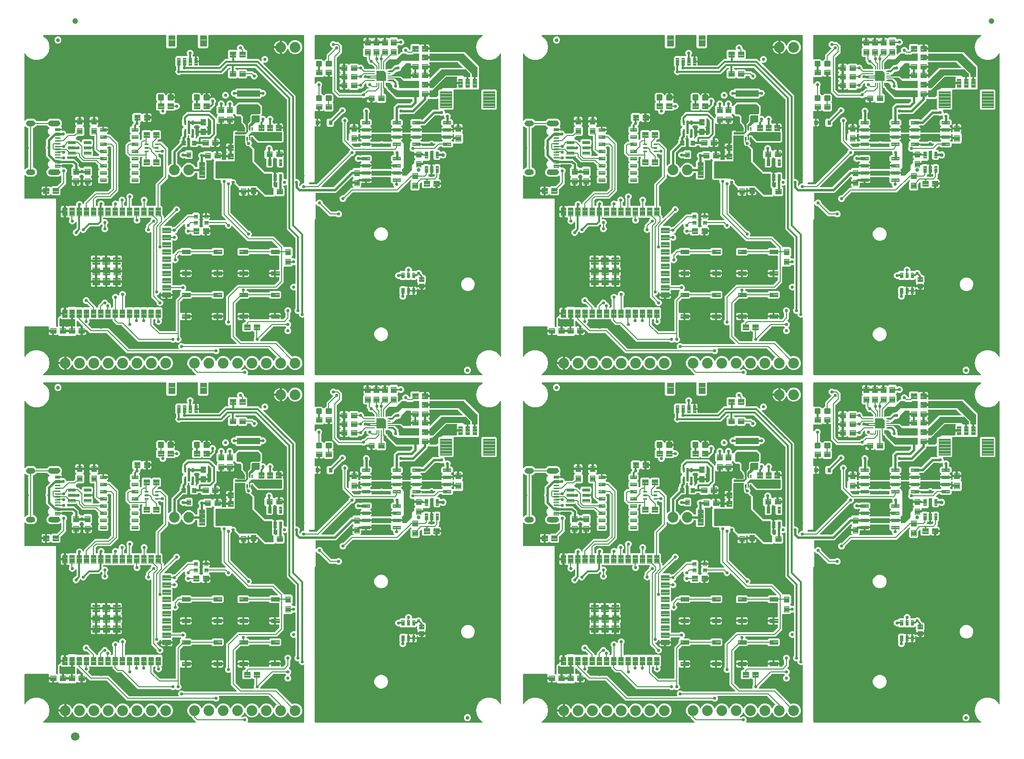
<source format=gtl>
G04 EAGLE Gerber RS-274X export*
G75*
%MOMM*%
%FSLAX34Y34*%
%LPD*%
%INTop Copper*%
%IPPOS*%
%AMOC8*
5,1,8,0,0,1.08239X$1,22.5*%
G01*
%ADD10C,0.100000*%
%ADD11C,0.300000*%
%ADD12C,0.100800*%
%ADD13C,0.635000*%
%ADD14C,0.102000*%
%ADD15C,0.654000*%
%ADD16C,1.879600*%
%ADD17C,0.200000*%
%ADD18C,0.101600*%
%ADD19C,0.099000*%
%ADD20C,0.106400*%
%ADD21C,0.105000*%
%ADD22C,0.096000*%
%ADD23C,0.100581*%
%ADD24C,0.099059*%
%ADD25C,0.104000*%
%ADD26C,0.102869*%
%ADD27C,1.000000*%
%ADD28C,1.500000*%
%ADD29C,0.558800*%
%ADD30C,0.304800*%
%ADD31C,0.254000*%
%ADD32C,0.203200*%
%ADD33C,0.381000*%
%ADD34C,0.131319*%
%ADD35C,0.182881*%

G36*
X1694420Y4075D02*
X1694420Y4075D01*
X1694494Y4075D01*
X1694560Y4095D01*
X1694629Y4105D01*
X1694696Y4135D01*
X1694766Y4155D01*
X1694825Y4192D01*
X1694888Y4221D01*
X1694944Y4268D01*
X1695006Y4308D01*
X1695052Y4360D01*
X1695105Y4404D01*
X1695146Y4466D01*
X1695195Y4521D01*
X1695224Y4583D01*
X1695263Y4641D01*
X1695285Y4711D01*
X1695316Y4778D01*
X1695328Y4846D01*
X1695348Y4912D01*
X1695350Y4986D01*
X1695362Y5058D01*
X1695354Y5127D01*
X1695356Y5196D01*
X1695337Y5267D01*
X1695328Y5341D01*
X1695301Y5404D01*
X1695284Y5471D01*
X1695246Y5535D01*
X1695218Y5602D01*
X1695179Y5647D01*
X1695139Y5716D01*
X1695049Y5800D01*
X1695000Y5858D01*
X1689295Y10644D01*
X1685309Y17549D01*
X1683925Y25400D01*
X1685309Y33251D01*
X1689295Y40155D01*
X1695402Y45280D01*
X1702894Y48007D01*
X1710866Y48007D01*
X1718358Y45280D01*
X1724465Y40156D01*
X1726321Y36941D01*
X1726333Y36926D01*
X1726341Y36908D01*
X1726420Y36814D01*
X1726496Y36717D01*
X1726512Y36706D01*
X1726525Y36691D01*
X1726627Y36622D01*
X1726726Y36551D01*
X1726745Y36544D01*
X1726761Y36533D01*
X1726879Y36496D01*
X1726994Y36454D01*
X1727014Y36453D01*
X1727032Y36447D01*
X1727155Y36444D01*
X1727278Y36436D01*
X1727297Y36441D01*
X1727316Y36440D01*
X1727435Y36471D01*
X1727555Y36498D01*
X1727573Y36507D01*
X1727591Y36512D01*
X1727697Y36574D01*
X1727805Y36633D01*
X1727819Y36647D01*
X1727836Y36657D01*
X1727920Y36747D01*
X1728007Y36833D01*
X1728017Y36850D01*
X1728030Y36864D01*
X1728086Y36974D01*
X1728146Y37081D01*
X1728151Y37100D01*
X1728160Y37118D01*
X1728172Y37190D01*
X1728211Y37358D01*
X1728209Y37409D01*
X1728215Y37449D01*
X1728215Y572151D01*
X1728213Y572171D01*
X1728215Y572190D01*
X1728193Y572311D01*
X1728175Y572433D01*
X1728167Y572451D01*
X1728164Y572470D01*
X1728109Y572580D01*
X1728059Y572692D01*
X1728047Y572707D01*
X1728038Y572725D01*
X1727955Y572816D01*
X1727876Y572909D01*
X1727859Y572920D01*
X1727846Y572935D01*
X1727741Y572999D01*
X1727639Y573067D01*
X1727620Y573073D01*
X1727604Y573083D01*
X1727485Y573116D01*
X1727368Y573153D01*
X1727348Y573153D01*
X1727329Y573158D01*
X1727207Y573157D01*
X1727084Y573160D01*
X1727065Y573155D01*
X1727045Y573155D01*
X1726927Y573119D01*
X1726809Y573088D01*
X1726792Y573078D01*
X1726773Y573072D01*
X1726670Y573006D01*
X1726564Y572943D01*
X1726551Y572929D01*
X1726534Y572918D01*
X1726488Y572861D01*
X1726370Y572736D01*
X1726346Y572690D01*
X1726321Y572659D01*
X1724465Y569444D01*
X1718358Y564320D01*
X1710866Y561593D01*
X1702894Y561593D01*
X1695402Y564320D01*
X1689295Y569444D01*
X1685309Y576349D01*
X1683925Y584200D01*
X1685309Y592051D01*
X1689295Y598955D01*
X1695000Y603742D01*
X1695049Y603797D01*
X1695105Y603845D01*
X1695144Y603902D01*
X1695190Y603954D01*
X1695222Y604020D01*
X1695263Y604081D01*
X1695284Y604147D01*
X1695314Y604210D01*
X1695326Y604282D01*
X1695348Y604352D01*
X1695350Y604421D01*
X1695362Y604490D01*
X1695354Y604563D01*
X1695356Y604636D01*
X1695338Y604703D01*
X1695331Y604772D01*
X1695303Y604840D01*
X1695284Y604911D01*
X1695249Y604971D01*
X1695222Y605035D01*
X1695176Y605093D01*
X1695139Y605156D01*
X1695088Y605203D01*
X1695045Y605257D01*
X1694985Y605300D01*
X1694931Y605350D01*
X1694870Y605382D01*
X1694813Y605422D01*
X1694744Y605446D01*
X1694678Y605480D01*
X1694620Y605490D01*
X1694545Y605516D01*
X1694423Y605523D01*
X1694347Y605535D01*
X1399794Y605535D01*
X1399736Y605527D01*
X1399678Y605529D01*
X1399596Y605507D01*
X1399512Y605495D01*
X1399459Y605472D01*
X1399403Y605457D01*
X1399330Y605414D01*
X1399253Y605379D01*
X1399208Y605341D01*
X1399158Y605312D01*
X1399100Y605250D01*
X1399036Y605196D01*
X1399004Y605147D01*
X1398964Y605104D01*
X1398925Y605029D01*
X1398878Y604959D01*
X1398861Y604903D01*
X1398834Y604851D01*
X1398823Y604783D01*
X1398793Y604688D01*
X1398790Y604588D01*
X1398779Y604520D01*
X1398779Y580383D01*
X1398770Y580371D01*
X1398710Y580307D01*
X1398684Y580257D01*
X1398651Y580213D01*
X1398631Y580160D01*
X1398624Y580150D01*
X1398616Y580124D01*
X1398580Y580054D01*
X1398572Y580006D01*
X1398550Y579948D01*
X1398546Y579903D01*
X1398539Y579879D01*
X1398536Y579793D01*
X1398525Y579723D01*
X1398525Y563389D01*
X1398529Y563360D01*
X1398526Y563330D01*
X1398549Y563219D01*
X1398565Y563107D01*
X1398577Y563080D01*
X1398582Y563052D01*
X1398635Y562951D01*
X1398681Y562848D01*
X1398700Y562825D01*
X1398713Y562799D01*
X1398791Y562717D01*
X1398864Y562631D01*
X1398889Y562614D01*
X1398909Y562593D01*
X1399007Y562536D01*
X1399101Y562473D01*
X1399129Y562464D01*
X1399154Y562449D01*
X1399264Y562422D01*
X1399372Y562387D01*
X1399402Y562387D01*
X1399430Y562379D01*
X1399543Y562383D01*
X1399656Y562380D01*
X1399685Y562387D01*
X1399714Y562388D01*
X1399822Y562423D01*
X1399931Y562452D01*
X1399957Y562467D01*
X1399985Y562476D01*
X1400049Y562521D01*
X1400176Y562597D01*
X1400219Y562643D01*
X1400258Y562671D01*
X1400626Y563039D01*
X1411394Y563039D01*
X1414062Y560371D01*
X1414109Y560336D01*
X1414149Y560293D01*
X1414222Y560251D01*
X1414289Y560200D01*
X1414344Y560179D01*
X1414394Y560149D01*
X1414476Y560129D01*
X1414555Y560099D01*
X1414613Y560094D01*
X1414670Y560079D01*
X1414754Y560082D01*
X1414838Y560075D01*
X1414896Y560087D01*
X1414954Y560088D01*
X1415034Y560114D01*
X1415117Y560131D01*
X1415169Y560158D01*
X1415225Y560176D01*
X1415281Y560216D01*
X1415369Y560262D01*
X1415442Y560331D01*
X1415498Y560371D01*
X1418166Y563039D01*
X1418470Y563039D01*
X1418528Y563047D01*
X1418586Y563045D01*
X1418668Y563067D01*
X1418752Y563079D01*
X1418805Y563102D01*
X1418861Y563117D01*
X1418934Y563160D01*
X1419011Y563195D01*
X1419056Y563233D01*
X1419106Y563262D01*
X1419164Y563324D01*
X1419228Y563378D01*
X1419260Y563427D01*
X1419300Y563470D01*
X1419339Y563545D01*
X1419386Y563615D01*
X1419403Y563671D01*
X1419430Y563723D01*
X1419441Y563791D01*
X1419471Y563886D01*
X1419474Y563986D01*
X1419485Y564054D01*
X1419485Y570644D01*
X1422164Y573322D01*
X1430574Y581733D01*
X1430643Y581825D01*
X1430717Y581912D01*
X1430729Y581938D01*
X1430745Y581960D01*
X1430786Y582067D01*
X1430833Y582172D01*
X1430837Y582200D01*
X1430847Y582226D01*
X1430856Y582340D01*
X1430872Y582454D01*
X1430868Y582481D01*
X1430870Y582509D01*
X1430848Y582622D01*
X1430831Y582735D01*
X1430820Y582760D01*
X1430814Y582788D01*
X1430761Y582890D01*
X1430714Y582994D01*
X1430696Y583015D01*
X1430683Y583040D01*
X1430604Y583123D01*
X1430530Y583211D01*
X1430509Y583224D01*
X1430487Y583246D01*
X1430258Y583381D01*
X1430245Y583389D01*
X1427980Y584327D01*
X1426337Y585970D01*
X1425447Y588118D01*
X1425447Y590442D01*
X1426337Y592590D01*
X1427980Y594233D01*
X1430128Y595123D01*
X1432452Y595123D01*
X1434600Y594233D01*
X1435191Y593642D01*
X1435261Y593590D01*
X1435324Y593530D01*
X1435374Y593504D01*
X1435418Y593471D01*
X1435500Y593440D01*
X1435578Y593400D01*
X1435625Y593392D01*
X1435684Y593370D01*
X1435831Y593358D01*
X1435909Y593345D01*
X1440594Y593345D01*
X1446785Y587154D01*
X1446785Y574896D01*
X1438192Y566304D01*
X1438140Y566234D01*
X1438080Y566170D01*
X1438054Y566121D01*
X1438021Y566076D01*
X1437990Y565995D01*
X1437950Y565917D01*
X1437942Y565869D01*
X1437920Y565811D01*
X1437908Y565663D01*
X1437895Y565586D01*
X1437895Y508834D01*
X1437907Y508748D01*
X1437910Y508660D01*
X1437927Y508608D01*
X1437935Y508553D01*
X1437970Y508473D01*
X1437997Y508390D01*
X1438025Y508350D01*
X1438051Y508293D01*
X1438147Y508180D01*
X1438192Y508116D01*
X1442836Y503472D01*
X1442906Y503420D01*
X1442970Y503360D01*
X1443019Y503334D01*
X1443064Y503301D01*
X1443145Y503270D01*
X1443223Y503230D01*
X1443271Y503222D01*
X1443329Y503200D01*
X1443477Y503188D01*
X1443554Y503175D01*
X1480011Y503175D01*
X1480098Y503187D01*
X1480185Y503190D01*
X1480238Y503207D01*
X1480293Y503215D01*
X1480373Y503250D01*
X1480456Y503277D01*
X1480495Y503305D01*
X1480552Y503331D01*
X1480665Y503427D01*
X1480729Y503472D01*
X1481955Y504698D01*
X1484103Y505588D01*
X1484939Y505588D01*
X1485025Y505600D01*
X1485113Y505603D01*
X1485166Y505620D01*
X1485220Y505628D01*
X1485300Y505663D01*
X1485383Y505690D01*
X1485423Y505718D01*
X1485480Y505744D01*
X1485593Y505840D01*
X1485657Y505885D01*
X1490566Y510795D01*
X1493470Y510795D01*
X1493555Y510807D01*
X1493641Y510809D01*
X1493695Y510827D01*
X1493751Y510835D01*
X1493829Y510870D01*
X1493911Y510896D01*
X1493959Y510928D01*
X1494010Y510951D01*
X1494076Y511006D01*
X1494147Y511054D01*
X1494184Y511098D01*
X1494227Y511134D01*
X1494275Y511206D01*
X1494330Y511272D01*
X1494354Y511324D01*
X1494385Y511371D01*
X1494411Y511453D01*
X1494446Y511532D01*
X1494454Y511588D01*
X1494471Y511642D01*
X1494473Y511728D01*
X1494485Y511813D01*
X1494477Y511869D01*
X1494478Y511926D01*
X1494456Y512009D01*
X1494444Y512095D01*
X1494421Y512146D01*
X1494406Y512201D01*
X1494362Y512275D01*
X1494327Y512354D01*
X1494290Y512397D01*
X1494261Y512446D01*
X1494198Y512505D01*
X1494143Y512570D01*
X1494101Y512596D01*
X1494054Y512640D01*
X1493925Y512706D01*
X1493858Y512748D01*
X1492750Y513207D01*
X1491107Y514850D01*
X1490217Y516998D01*
X1490217Y519358D01*
X1490213Y519387D01*
X1490216Y519416D01*
X1490193Y519527D01*
X1490177Y519639D01*
X1490165Y519666D01*
X1490160Y519695D01*
X1490107Y519795D01*
X1490061Y519899D01*
X1490042Y519921D01*
X1490029Y519947D01*
X1489951Y520029D01*
X1489878Y520116D01*
X1489853Y520132D01*
X1489833Y520153D01*
X1489735Y520211D01*
X1489641Y520273D01*
X1489613Y520282D01*
X1489588Y520297D01*
X1489478Y520325D01*
X1489370Y520359D01*
X1489340Y520360D01*
X1489312Y520367D01*
X1489199Y520364D01*
X1489086Y520366D01*
X1489057Y520359D01*
X1489028Y520358D01*
X1488920Y520323D01*
X1488811Y520295D01*
X1488785Y520280D01*
X1488757Y520271D01*
X1488694Y520225D01*
X1488566Y520149D01*
X1488523Y520104D01*
X1488484Y520076D01*
X1485690Y517282D01*
X1485638Y517212D01*
X1485578Y517148D01*
X1485552Y517099D01*
X1485519Y517054D01*
X1485488Y516973D01*
X1485448Y516895D01*
X1485440Y516847D01*
X1485418Y516789D01*
X1485406Y516641D01*
X1485393Y516564D01*
X1485393Y515728D01*
X1484503Y513580D01*
X1482860Y511937D01*
X1480712Y511047D01*
X1478388Y511047D01*
X1477613Y511368D01*
X1477612Y511369D01*
X1477610Y511369D01*
X1477476Y511403D01*
X1477338Y511439D01*
X1477336Y511439D01*
X1477335Y511439D01*
X1477194Y511435D01*
X1477054Y511431D01*
X1477052Y511430D01*
X1477051Y511430D01*
X1476918Y511387D01*
X1476783Y511344D01*
X1476782Y511343D01*
X1476780Y511343D01*
X1476768Y511334D01*
X1476547Y511186D01*
X1476527Y511163D01*
X1476507Y511148D01*
X1474200Y508841D01*
X1461260Y508841D01*
X1459589Y510513D01*
X1459542Y510548D01*
X1459502Y510590D01*
X1459429Y510633D01*
X1459362Y510684D01*
X1459307Y510704D01*
X1459256Y510734D01*
X1459175Y510755D01*
X1459096Y510785D01*
X1459038Y510790D01*
X1458981Y510804D01*
X1458897Y510801D01*
X1458813Y510808D01*
X1458755Y510797D01*
X1458697Y510795D01*
X1458616Y510769D01*
X1458534Y510752D01*
X1458482Y510726D01*
X1458426Y510708D01*
X1458370Y510667D01*
X1458281Y510621D01*
X1458209Y510553D01*
X1458153Y510513D01*
X1457597Y509957D01*
X1456904Y509556D01*
X1456130Y509349D01*
X1452761Y509349D01*
X1452761Y515874D01*
X1452753Y515932D01*
X1452754Y515990D01*
X1452733Y516072D01*
X1452721Y516155D01*
X1452697Y516209D01*
X1452683Y516265D01*
X1452640Y516338D01*
X1452605Y516415D01*
X1452567Y516459D01*
X1452537Y516510D01*
X1452476Y516567D01*
X1452421Y516632D01*
X1452373Y516664D01*
X1452330Y516704D01*
X1452255Y516743D01*
X1452185Y516789D01*
X1452129Y516807D01*
X1452077Y516834D01*
X1452009Y516845D01*
X1451914Y516875D01*
X1451814Y516878D01*
X1451746Y516889D01*
X1450729Y516889D01*
X1450729Y516891D01*
X1451746Y516891D01*
X1451804Y516899D01*
X1451862Y516898D01*
X1451944Y516919D01*
X1452027Y516931D01*
X1452081Y516955D01*
X1452137Y516969D01*
X1452210Y517012D01*
X1452287Y517047D01*
X1452331Y517085D01*
X1452382Y517115D01*
X1452439Y517176D01*
X1452504Y517231D01*
X1452536Y517279D01*
X1452576Y517322D01*
X1452615Y517397D01*
X1452661Y517467D01*
X1452679Y517523D01*
X1452706Y517575D01*
X1452717Y517643D01*
X1452747Y517738D01*
X1452750Y517838D01*
X1452761Y517906D01*
X1452761Y531114D01*
X1452753Y531172D01*
X1452754Y531230D01*
X1452733Y531312D01*
X1452721Y531395D01*
X1452697Y531449D01*
X1452683Y531505D01*
X1452640Y531578D01*
X1452605Y531655D01*
X1452567Y531699D01*
X1452537Y531750D01*
X1452476Y531807D01*
X1452421Y531872D01*
X1452373Y531904D01*
X1452330Y531944D01*
X1452255Y531983D01*
X1452185Y532029D01*
X1452129Y532047D01*
X1452077Y532074D01*
X1452009Y532085D01*
X1451914Y532115D01*
X1451814Y532118D01*
X1451746Y532129D01*
X1450729Y532129D01*
X1450729Y532131D01*
X1451746Y532131D01*
X1451804Y532139D01*
X1451862Y532138D01*
X1451944Y532159D01*
X1452027Y532171D01*
X1452081Y532195D01*
X1452137Y532209D01*
X1452210Y532252D01*
X1452287Y532287D01*
X1452331Y532325D01*
X1452382Y532355D01*
X1452439Y532416D01*
X1452504Y532471D01*
X1452536Y532519D01*
X1452576Y532562D01*
X1452615Y532637D01*
X1452661Y532707D01*
X1452679Y532763D01*
X1452706Y532815D01*
X1452717Y532883D01*
X1452747Y532978D01*
X1452750Y533078D01*
X1452761Y533146D01*
X1452761Y546354D01*
X1452753Y546412D01*
X1452754Y546470D01*
X1452733Y546552D01*
X1452721Y546635D01*
X1452697Y546689D01*
X1452683Y546745D01*
X1452640Y546818D01*
X1452605Y546895D01*
X1452567Y546939D01*
X1452537Y546990D01*
X1452476Y547047D01*
X1452421Y547112D01*
X1452373Y547144D01*
X1452330Y547184D01*
X1452255Y547223D01*
X1452185Y547269D01*
X1452129Y547287D01*
X1452077Y547314D01*
X1452009Y547325D01*
X1451914Y547355D01*
X1451814Y547358D01*
X1451746Y547369D01*
X1450729Y547369D01*
X1450729Y547371D01*
X1451746Y547371D01*
X1451804Y547379D01*
X1451862Y547378D01*
X1451944Y547399D01*
X1452027Y547411D01*
X1452081Y547435D01*
X1452137Y547449D01*
X1452210Y547492D01*
X1452287Y547527D01*
X1452331Y547565D01*
X1452382Y547595D01*
X1452439Y547656D01*
X1452504Y547711D01*
X1452536Y547759D01*
X1452576Y547802D01*
X1452615Y547877D01*
X1452661Y547947D01*
X1452679Y548003D01*
X1452706Y548055D01*
X1452717Y548123D01*
X1452747Y548218D01*
X1452750Y548318D01*
X1452761Y548386D01*
X1452761Y554911D01*
X1456130Y554911D01*
X1456904Y554704D01*
X1457597Y554303D01*
X1458153Y553747D01*
X1458200Y553712D01*
X1458240Y553670D01*
X1458313Y553627D01*
X1458380Y553576D01*
X1458435Y553556D01*
X1458485Y553526D01*
X1458567Y553505D01*
X1458646Y553475D01*
X1458704Y553470D01*
X1458761Y553456D01*
X1458845Y553459D01*
X1458929Y553452D01*
X1458986Y553463D01*
X1459045Y553465D01*
X1459125Y553491D01*
X1459208Y553508D01*
X1459260Y553535D01*
X1459315Y553552D01*
X1459371Y553593D01*
X1459460Y553639D01*
X1459533Y553707D01*
X1459589Y553747D01*
X1461260Y555419D01*
X1474200Y555419D01*
X1476507Y553112D01*
X1476508Y553111D01*
X1476509Y553110D01*
X1476627Y553021D01*
X1476734Y552941D01*
X1476735Y552941D01*
X1476737Y552940D01*
X1476870Y552889D01*
X1477000Y552840D01*
X1477001Y552840D01*
X1477003Y552839D01*
X1477147Y552828D01*
X1477283Y552816D01*
X1477284Y552817D01*
X1477286Y552816D01*
X1477302Y552820D01*
X1477562Y552872D01*
X1477589Y552886D01*
X1477613Y552892D01*
X1478388Y553213D01*
X1480712Y553213D01*
X1482860Y552323D01*
X1484503Y550680D01*
X1485393Y548532D01*
X1485393Y547696D01*
X1485405Y547610D01*
X1485408Y547522D01*
X1485425Y547470D01*
X1485433Y547415D01*
X1485468Y547335D01*
X1485495Y547252D01*
X1485523Y547212D01*
X1485549Y547155D01*
X1485645Y547042D01*
X1485690Y546978D01*
X1486906Y545762D01*
X1486976Y545710D01*
X1487040Y545650D01*
X1487089Y545624D01*
X1487134Y545591D01*
X1487215Y545560D01*
X1487293Y545520D01*
X1487341Y545512D01*
X1487399Y545490D01*
X1487547Y545478D01*
X1487624Y545465D01*
X1503300Y545465D01*
X1503358Y545473D01*
X1503416Y545471D01*
X1503498Y545493D01*
X1503582Y545505D01*
X1503635Y545528D01*
X1503691Y545543D01*
X1503764Y545586D01*
X1503841Y545621D01*
X1503886Y545659D01*
X1503936Y545688D01*
X1503994Y545750D01*
X1504058Y545804D01*
X1504090Y545853D01*
X1504130Y545896D01*
X1504169Y545971D01*
X1504216Y546041D01*
X1504233Y546097D01*
X1504260Y546149D01*
X1504271Y546217D01*
X1504301Y546312D01*
X1504304Y546412D01*
X1504315Y546480D01*
X1504315Y548186D01*
X1504303Y548272D01*
X1504300Y548360D01*
X1504283Y548412D01*
X1504275Y548467D01*
X1504240Y548547D01*
X1504213Y548630D01*
X1504185Y548670D01*
X1504159Y548727D01*
X1504063Y548840D01*
X1504018Y548904D01*
X1499961Y552961D01*
X1499891Y553013D01*
X1499827Y553073D01*
X1499778Y553099D01*
X1499733Y553132D01*
X1499652Y553163D01*
X1499574Y553203D01*
X1499526Y553211D01*
X1499468Y553233D01*
X1499320Y553245D01*
X1499243Y553258D01*
X1497438Y553258D01*
X1495290Y554148D01*
X1493647Y555791D01*
X1492757Y557939D01*
X1492757Y558775D01*
X1492745Y558861D01*
X1492742Y558949D01*
X1492725Y559001D01*
X1492717Y559056D01*
X1492682Y559136D01*
X1492655Y559219D01*
X1492627Y559259D01*
X1492601Y559316D01*
X1492505Y559429D01*
X1492460Y559493D01*
X1490725Y561227D01*
X1490725Y566136D01*
X1490717Y566194D01*
X1490719Y566252D01*
X1490697Y566334D01*
X1490685Y566418D01*
X1490662Y566471D01*
X1490647Y566527D01*
X1490604Y566600D01*
X1490569Y566677D01*
X1490531Y566722D01*
X1490502Y566772D01*
X1490440Y566830D01*
X1490386Y566894D01*
X1490337Y566926D01*
X1490294Y566966D01*
X1490219Y567005D01*
X1490149Y567052D01*
X1490093Y567069D01*
X1490041Y567096D01*
X1489973Y567107D01*
X1489878Y567137D01*
X1489778Y567140D01*
X1489710Y567151D01*
X1486280Y567151D01*
X1484201Y569230D01*
X1484201Y582170D01*
X1485873Y583841D01*
X1485908Y583888D01*
X1485950Y583928D01*
X1485993Y584001D01*
X1486044Y584068D01*
X1486064Y584123D01*
X1486094Y584174D01*
X1486115Y584255D01*
X1486145Y584334D01*
X1486150Y584392D01*
X1486164Y584449D01*
X1486161Y584533D01*
X1486168Y584617D01*
X1486157Y584675D01*
X1486155Y584733D01*
X1486129Y584814D01*
X1486112Y584896D01*
X1486086Y584948D01*
X1486068Y585004D01*
X1486027Y585060D01*
X1485981Y585149D01*
X1485913Y585221D01*
X1485873Y585277D01*
X1485317Y585833D01*
X1484916Y586526D01*
X1484709Y587300D01*
X1484709Y590669D01*
X1491234Y590669D01*
X1491292Y590677D01*
X1491350Y590675D01*
X1491432Y590697D01*
X1491515Y590709D01*
X1491569Y590733D01*
X1491625Y590747D01*
X1491698Y590790D01*
X1491775Y590825D01*
X1491819Y590863D01*
X1491870Y590893D01*
X1491927Y590954D01*
X1491992Y591009D01*
X1492024Y591057D01*
X1492064Y591100D01*
X1492103Y591175D01*
X1492149Y591245D01*
X1492167Y591301D01*
X1492194Y591353D01*
X1492205Y591421D01*
X1492235Y591516D01*
X1492238Y591616D01*
X1492249Y591684D01*
X1492249Y592701D01*
X1492251Y592701D01*
X1492251Y591684D01*
X1492259Y591626D01*
X1492258Y591568D01*
X1492279Y591486D01*
X1492291Y591403D01*
X1492315Y591349D01*
X1492329Y591293D01*
X1492372Y591220D01*
X1492407Y591143D01*
X1492445Y591098D01*
X1492475Y591048D01*
X1492536Y590990D01*
X1492591Y590926D01*
X1492639Y590894D01*
X1492682Y590854D01*
X1492757Y590815D01*
X1492827Y590769D01*
X1492883Y590751D01*
X1492935Y590724D01*
X1493003Y590713D01*
X1493098Y590683D01*
X1493198Y590680D01*
X1493266Y590669D01*
X1506474Y590669D01*
X1506532Y590677D01*
X1506590Y590675D01*
X1506672Y590697D01*
X1506755Y590709D01*
X1506809Y590733D01*
X1506865Y590747D01*
X1506938Y590790D01*
X1507015Y590825D01*
X1507059Y590863D01*
X1507110Y590893D01*
X1507167Y590954D01*
X1507232Y591009D01*
X1507264Y591057D01*
X1507304Y591100D01*
X1507343Y591175D01*
X1507389Y591245D01*
X1507407Y591301D01*
X1507434Y591353D01*
X1507445Y591421D01*
X1507475Y591516D01*
X1507478Y591616D01*
X1507489Y591684D01*
X1507489Y592701D01*
X1507491Y592701D01*
X1507491Y591684D01*
X1507499Y591626D01*
X1507498Y591568D01*
X1507519Y591486D01*
X1507531Y591403D01*
X1507555Y591349D01*
X1507569Y591293D01*
X1507612Y591220D01*
X1507647Y591143D01*
X1507685Y591098D01*
X1507715Y591048D01*
X1507776Y590990D01*
X1507831Y590926D01*
X1507879Y590894D01*
X1507922Y590854D01*
X1507997Y590815D01*
X1508067Y590769D01*
X1508123Y590751D01*
X1508175Y590724D01*
X1508243Y590713D01*
X1508338Y590683D01*
X1508438Y590680D01*
X1508506Y590669D01*
X1521714Y590669D01*
X1521772Y590677D01*
X1521830Y590675D01*
X1521912Y590697D01*
X1521995Y590709D01*
X1522049Y590733D01*
X1522105Y590747D01*
X1522178Y590790D01*
X1522255Y590825D01*
X1522299Y590863D01*
X1522350Y590893D01*
X1522407Y590954D01*
X1522472Y591009D01*
X1522504Y591057D01*
X1522544Y591100D01*
X1522583Y591175D01*
X1522629Y591245D01*
X1522647Y591301D01*
X1522674Y591353D01*
X1522685Y591421D01*
X1522715Y591516D01*
X1522718Y591616D01*
X1522729Y591684D01*
X1522729Y592701D01*
X1523746Y592701D01*
X1523804Y592709D01*
X1523862Y592708D01*
X1523944Y592729D01*
X1524027Y592741D01*
X1524081Y592765D01*
X1524137Y592779D01*
X1524210Y592822D01*
X1524287Y592857D01*
X1524331Y592895D01*
X1524382Y592925D01*
X1524439Y592986D01*
X1524504Y593041D01*
X1524536Y593089D01*
X1524576Y593132D01*
X1524615Y593207D01*
X1524661Y593277D01*
X1524679Y593333D01*
X1524706Y593385D01*
X1524717Y593453D01*
X1524747Y593548D01*
X1524750Y593648D01*
X1524761Y593716D01*
X1524761Y600741D01*
X1527630Y600741D01*
X1528404Y600534D01*
X1529097Y600133D01*
X1529273Y599957D01*
X1529320Y599922D01*
X1529360Y599880D01*
X1529433Y599837D01*
X1529500Y599786D01*
X1529555Y599766D01*
X1529605Y599736D01*
X1529687Y599715D01*
X1529766Y599685D01*
X1529824Y599680D01*
X1529881Y599666D01*
X1529965Y599669D01*
X1530049Y599662D01*
X1530106Y599673D01*
X1530165Y599675D01*
X1530245Y599701D01*
X1530328Y599718D01*
X1530380Y599744D01*
X1530435Y599762D01*
X1530492Y599803D01*
X1530580Y599849D01*
X1530652Y599917D01*
X1530709Y599957D01*
X1532000Y601249D01*
X1543940Y601249D01*
X1546019Y599170D01*
X1546019Y599007D01*
X1546035Y598893D01*
X1546045Y598779D01*
X1546055Y598753D01*
X1546059Y598725D01*
X1546106Y598621D01*
X1546147Y598513D01*
X1546163Y598491D01*
X1546175Y598466D01*
X1546249Y598378D01*
X1546318Y598287D01*
X1546341Y598270D01*
X1546358Y598249D01*
X1546454Y598185D01*
X1546546Y598117D01*
X1546572Y598107D01*
X1546595Y598091D01*
X1546705Y598057D01*
X1546812Y598016D01*
X1546840Y598014D01*
X1546866Y598006D01*
X1546981Y598003D01*
X1547095Y597994D01*
X1547120Y597999D01*
X1547150Y597998D01*
X1547407Y598065D01*
X1547423Y598069D01*
X1549508Y598933D01*
X1551832Y598933D01*
X1553980Y598043D01*
X1555623Y596400D01*
X1556513Y594252D01*
X1556513Y591928D01*
X1555623Y589780D01*
X1553980Y588137D01*
X1551832Y587247D01*
X1549508Y587247D01*
X1547423Y588111D01*
X1547311Y588140D01*
X1547202Y588174D01*
X1547174Y588175D01*
X1547147Y588182D01*
X1547033Y588179D01*
X1546918Y588182D01*
X1546891Y588175D01*
X1546863Y588174D01*
X1546754Y588139D01*
X1546643Y588110D01*
X1546619Y588096D01*
X1546592Y588087D01*
X1546497Y588023D01*
X1546398Y587965D01*
X1546379Y587944D01*
X1546356Y587929D01*
X1546282Y587841D01*
X1546204Y587757D01*
X1546191Y587733D01*
X1546173Y587711D01*
X1546127Y587607D01*
X1546074Y587504D01*
X1546070Y587480D01*
X1546058Y587452D01*
X1546021Y587188D01*
X1546019Y587173D01*
X1546019Y586230D01*
X1544707Y584918D01*
X1544671Y584871D01*
X1544629Y584831D01*
X1544586Y584758D01*
X1544536Y584691D01*
X1544515Y584636D01*
X1544485Y584586D01*
X1544465Y584504D01*
X1544434Y584425D01*
X1544430Y584367D01*
X1544415Y584310D01*
X1544418Y584226D01*
X1544411Y584142D01*
X1544422Y584084D01*
X1544424Y584026D01*
X1544450Y583946D01*
X1544467Y583863D01*
X1544494Y583811D01*
X1544512Y583755D01*
X1544552Y583699D01*
X1544598Y583611D01*
X1544667Y583538D01*
X1544707Y583482D01*
X1546019Y582170D01*
X1546019Y572508D01*
X1546023Y572479D01*
X1546020Y572450D01*
X1546043Y572339D01*
X1546059Y572227D01*
X1546071Y572200D01*
X1546076Y572171D01*
X1546129Y572070D01*
X1546175Y571967D01*
X1546194Y571945D01*
X1546207Y571919D01*
X1546285Y571837D01*
X1546358Y571750D01*
X1546383Y571734D01*
X1546403Y571713D01*
X1546501Y571656D01*
X1546595Y571593D01*
X1546623Y571584D01*
X1546648Y571569D01*
X1546758Y571541D01*
X1546866Y571507D01*
X1546896Y571506D01*
X1546924Y571499D01*
X1547037Y571502D01*
X1547150Y571500D01*
X1547179Y571507D01*
X1547208Y571508D01*
X1547316Y571543D01*
X1547425Y571571D01*
X1547451Y571586D01*
X1547479Y571595D01*
X1547543Y571641D01*
X1547670Y571717D01*
X1547713Y571762D01*
X1547752Y571790D01*
X1548848Y572886D01*
X1551526Y575565D01*
X1553189Y575565D01*
X1553303Y575581D01*
X1553417Y575591D01*
X1553443Y575601D01*
X1553471Y575605D01*
X1553575Y575652D01*
X1553683Y575693D01*
X1553705Y575709D01*
X1553730Y575721D01*
X1553818Y575795D01*
X1553909Y575864D01*
X1553926Y575887D01*
X1553947Y575904D01*
X1554011Y576000D01*
X1554079Y576092D01*
X1554089Y576118D01*
X1554105Y576141D01*
X1554139Y576251D01*
X1554180Y576358D01*
X1554182Y576386D01*
X1554190Y576412D01*
X1554193Y576527D01*
X1554202Y576641D01*
X1554197Y576666D01*
X1554198Y576696D01*
X1554131Y576953D01*
X1554127Y576969D01*
X1553717Y577958D01*
X1553717Y580282D01*
X1554607Y582430D01*
X1556250Y584073D01*
X1558398Y584963D01*
X1560722Y584963D01*
X1562870Y584073D01*
X1564513Y582430D01*
X1565415Y580253D01*
X1565431Y580192D01*
X1565443Y580108D01*
X1565466Y580055D01*
X1565481Y579999D01*
X1565524Y579926D01*
X1565559Y579849D01*
X1565597Y579804D01*
X1565626Y579754D01*
X1565688Y579696D01*
X1565742Y579632D01*
X1565791Y579600D01*
X1565834Y579560D01*
X1565909Y579521D01*
X1565979Y579474D01*
X1566035Y579457D01*
X1566087Y579430D01*
X1566155Y579419D01*
X1566250Y579389D01*
X1566350Y579386D01*
X1566418Y579375D01*
X1566896Y579375D01*
X1566954Y579383D01*
X1567012Y579381D01*
X1567094Y579403D01*
X1567178Y579415D01*
X1567231Y579438D01*
X1567287Y579453D01*
X1567360Y579496D01*
X1567437Y579531D01*
X1567482Y579569D01*
X1567532Y579598D01*
X1567590Y579660D01*
X1567654Y579714D01*
X1567686Y579763D01*
X1567726Y579806D01*
X1567765Y579881D01*
X1567812Y579951D01*
X1567829Y580007D01*
X1567856Y580059D01*
X1567867Y580127D01*
X1567897Y580222D01*
X1567900Y580322D01*
X1567911Y580390D01*
X1567911Y587630D01*
X1569990Y589709D01*
X1582930Y589709D01*
X1584601Y588037D01*
X1584648Y588002D01*
X1584688Y587960D01*
X1584761Y587917D01*
X1584828Y587866D01*
X1584883Y587846D01*
X1584934Y587816D01*
X1585015Y587795D01*
X1585094Y587765D01*
X1585152Y587760D01*
X1585209Y587746D01*
X1585293Y587749D01*
X1585377Y587742D01*
X1585435Y587753D01*
X1585493Y587755D01*
X1585574Y587781D01*
X1585656Y587798D01*
X1585708Y587824D01*
X1585764Y587842D01*
X1585820Y587883D01*
X1585909Y587929D01*
X1585981Y587997D01*
X1586037Y588037D01*
X1586593Y588593D01*
X1587286Y588994D01*
X1588060Y589201D01*
X1591429Y589201D01*
X1591429Y582676D01*
X1591437Y582618D01*
X1591435Y582560D01*
X1591457Y582478D01*
X1591469Y582395D01*
X1591493Y582341D01*
X1591507Y582285D01*
X1591550Y582212D01*
X1591585Y582135D01*
X1591623Y582091D01*
X1591653Y582040D01*
X1591714Y581983D01*
X1591769Y581918D01*
X1591817Y581886D01*
X1591860Y581846D01*
X1591935Y581807D01*
X1592005Y581761D01*
X1592061Y581743D01*
X1592113Y581716D01*
X1592181Y581705D01*
X1592276Y581675D01*
X1592376Y581672D01*
X1592444Y581661D01*
X1593461Y581661D01*
X1593461Y580644D01*
X1593469Y580586D01*
X1593468Y580528D01*
X1593489Y580446D01*
X1593501Y580363D01*
X1593525Y580309D01*
X1593539Y580253D01*
X1593582Y580180D01*
X1593617Y580103D01*
X1593655Y580058D01*
X1593685Y580008D01*
X1593746Y579950D01*
X1593801Y579886D01*
X1593849Y579854D01*
X1593892Y579814D01*
X1593967Y579775D01*
X1594037Y579729D01*
X1594093Y579711D01*
X1594145Y579684D01*
X1594213Y579673D01*
X1594308Y579643D01*
X1594408Y579640D01*
X1594476Y579629D01*
X1601501Y579629D01*
X1601501Y576684D01*
X1601500Y576654D01*
X1601489Y576561D01*
X1601496Y576513D01*
X1601495Y576464D01*
X1601519Y576373D01*
X1601534Y576280D01*
X1601555Y576236D01*
X1601567Y576189D01*
X1601615Y576108D01*
X1601655Y576023D01*
X1601687Y575986D01*
X1601712Y575944D01*
X1601781Y575880D01*
X1601843Y575809D01*
X1601884Y575783D01*
X1601919Y575750D01*
X1602003Y575707D01*
X1602082Y575656D01*
X1602129Y575642D01*
X1602173Y575620D01*
X1602246Y575608D01*
X1602355Y575576D01*
X1602442Y575575D01*
X1602504Y575565D01*
X1664114Y575565D01*
X1689355Y550324D01*
X1689355Y511396D01*
X1686974Y509015D01*
X1675986Y509015D01*
X1675848Y509154D01*
X1675801Y509189D01*
X1675761Y509231D01*
X1675688Y509274D01*
X1675621Y509325D01*
X1675566Y509345D01*
X1675516Y509375D01*
X1675434Y509396D01*
X1675355Y509426D01*
X1675297Y509431D01*
X1675240Y509445D01*
X1675156Y509442D01*
X1675072Y509449D01*
X1675014Y509438D01*
X1674956Y509436D01*
X1674876Y509410D01*
X1674793Y509394D01*
X1674741Y509367D01*
X1674685Y509349D01*
X1674629Y509308D01*
X1674541Y509263D01*
X1674468Y509194D01*
X1674412Y509154D01*
X1674274Y509015D01*
X1663286Y509015D01*
X1663148Y509154D01*
X1663101Y509189D01*
X1663061Y509231D01*
X1662988Y509274D01*
X1662921Y509325D01*
X1662866Y509345D01*
X1662816Y509375D01*
X1662734Y509396D01*
X1662655Y509426D01*
X1662597Y509431D01*
X1662540Y509445D01*
X1662456Y509442D01*
X1662372Y509449D01*
X1662314Y509438D01*
X1662256Y509436D01*
X1662176Y509410D01*
X1662093Y509394D01*
X1662041Y509367D01*
X1661985Y509349D01*
X1661929Y509309D01*
X1661841Y509263D01*
X1661768Y509194D01*
X1661712Y509154D01*
X1661574Y509015D01*
X1645344Y509015D01*
X1645286Y509007D01*
X1645228Y509009D01*
X1645146Y508987D01*
X1645062Y508975D01*
X1645009Y508952D01*
X1644953Y508937D01*
X1644880Y508894D01*
X1644803Y508859D01*
X1644758Y508821D01*
X1644708Y508792D01*
X1644650Y508730D01*
X1644586Y508676D01*
X1644554Y508627D01*
X1644514Y508584D01*
X1644475Y508509D01*
X1644428Y508439D01*
X1644411Y508383D01*
X1644384Y508331D01*
X1644373Y508263D01*
X1644343Y508168D01*
X1644340Y508068D01*
X1644329Y508000D01*
X1644329Y475745D01*
X1642235Y473651D01*
X1628753Y473651D01*
X1628723Y473647D01*
X1628694Y473650D01*
X1628583Y473627D01*
X1628471Y473611D01*
X1628444Y473599D01*
X1628415Y473594D01*
X1628315Y473542D01*
X1628212Y473495D01*
X1628189Y473476D01*
X1628163Y473463D01*
X1628081Y473385D01*
X1627995Y473312D01*
X1627978Y473287D01*
X1627957Y473267D01*
X1627900Y473169D01*
X1627837Y473075D01*
X1627828Y473047D01*
X1627813Y473022D01*
X1627785Y472912D01*
X1627751Y472804D01*
X1627751Y472774D01*
X1627743Y472746D01*
X1627747Y472633D01*
X1627744Y472520D01*
X1627751Y472491D01*
X1627752Y472462D01*
X1627787Y472354D01*
X1627816Y472245D01*
X1627831Y472219D01*
X1627840Y472191D01*
X1627885Y472127D01*
X1627961Y472000D01*
X1628005Y471959D01*
X1628903Y469792D01*
X1628903Y468335D01*
X1628919Y468222D01*
X1628929Y468107D01*
X1628939Y468081D01*
X1628943Y468054D01*
X1628990Y467949D01*
X1629031Y467842D01*
X1629047Y467820D01*
X1629059Y467794D01*
X1629133Y467707D01*
X1629202Y467615D01*
X1629225Y467599D01*
X1629242Y467577D01*
X1629338Y467514D01*
X1629430Y467445D01*
X1629456Y467435D01*
X1629479Y467420D01*
X1629589Y467385D01*
X1629696Y467345D01*
X1629724Y467342D01*
X1629750Y467334D01*
X1629865Y467331D01*
X1629979Y467322D01*
X1630004Y467327D01*
X1630034Y467327D01*
X1630291Y467394D01*
X1630307Y467397D01*
X1632058Y468123D01*
X1634382Y468123D01*
X1636530Y467233D01*
X1638173Y465590D01*
X1639063Y463442D01*
X1639063Y461118D01*
X1638251Y459158D01*
X1638243Y459128D01*
X1638229Y459101D01*
X1638216Y459023D01*
X1638180Y458883D01*
X1638182Y458819D01*
X1638174Y458770D01*
X1638174Y457708D01*
X1638182Y457650D01*
X1638180Y457592D01*
X1638202Y457510D01*
X1638214Y457426D01*
X1638237Y457373D01*
X1638252Y457317D01*
X1638295Y457244D01*
X1638330Y457167D01*
X1638368Y457122D01*
X1638397Y457072D01*
X1638459Y457014D01*
X1638513Y456950D01*
X1638562Y456918D01*
X1638605Y456878D01*
X1638680Y456839D01*
X1638750Y456792D01*
X1638806Y456775D01*
X1638858Y456748D01*
X1638926Y456737D01*
X1639021Y456707D01*
X1639121Y456704D01*
X1639189Y456693D01*
X1640792Y456693D01*
X1642873Y454612D01*
X1642873Y447088D01*
X1640523Y444738D01*
X1640493Y444699D01*
X1640457Y444666D01*
X1640408Y444585D01*
X1640352Y444510D01*
X1640334Y444465D01*
X1640309Y444423D01*
X1640284Y444333D01*
X1640250Y444245D01*
X1640246Y444196D01*
X1640234Y444149D01*
X1640235Y444055D01*
X1640227Y443961D01*
X1640236Y443914D01*
X1640237Y443865D01*
X1640264Y443775D01*
X1640283Y443683D01*
X1640305Y443639D01*
X1640319Y443593D01*
X1640371Y443514D01*
X1640414Y443430D01*
X1640447Y443395D01*
X1640474Y443354D01*
X1640531Y443307D01*
X1640610Y443224D01*
X1640684Y443180D01*
X1640733Y443140D01*
X1641190Y442877D01*
X1641757Y442310D01*
X1642157Y441616D01*
X1642365Y440842D01*
X1642365Y439546D01*
X1632903Y439546D01*
X1632845Y439538D01*
X1632786Y439540D01*
X1632705Y439518D01*
X1632621Y439506D01*
X1632568Y439483D01*
X1632515Y439469D01*
X1632471Y439491D01*
X1632403Y439502D01*
X1632308Y439532D01*
X1632208Y439535D01*
X1632140Y439546D01*
X1622678Y439546D01*
X1622678Y440842D01*
X1622886Y441616D01*
X1623286Y442310D01*
X1623853Y442877D01*
X1624310Y443140D01*
X1624349Y443171D01*
X1624392Y443193D01*
X1624460Y443258D01*
X1624534Y443316D01*
X1624563Y443355D01*
X1624598Y443389D01*
X1624646Y443470D01*
X1624701Y443546D01*
X1624717Y443592D01*
X1624742Y443634D01*
X1624765Y443725D01*
X1624797Y443814D01*
X1624800Y443862D01*
X1624812Y443910D01*
X1624809Y444003D01*
X1624815Y444097D01*
X1624804Y444145D01*
X1624803Y444194D01*
X1624774Y444283D01*
X1624754Y444375D01*
X1624730Y444418D01*
X1624715Y444464D01*
X1624672Y444525D01*
X1624618Y444625D01*
X1624557Y444687D01*
X1624520Y444738D01*
X1622170Y447088D01*
X1622170Y454612D01*
X1624251Y456693D01*
X1627251Y456693D01*
X1627309Y456701D01*
X1627367Y456699D01*
X1627449Y456721D01*
X1627533Y456733D01*
X1627586Y456756D01*
X1627642Y456771D01*
X1627715Y456814D01*
X1627792Y456849D01*
X1627837Y456887D01*
X1627887Y456916D01*
X1627945Y456978D01*
X1628009Y457032D01*
X1628041Y457081D01*
X1628081Y457124D01*
X1628120Y457199D01*
X1628167Y457269D01*
X1628184Y457325D01*
X1628211Y457377D01*
X1628222Y457445D01*
X1628252Y457540D01*
X1628255Y457640D01*
X1628266Y457708D01*
X1628266Y458770D01*
X1628262Y458800D01*
X1628264Y458831D01*
X1628247Y458908D01*
X1628226Y459051D01*
X1628200Y459110D01*
X1628189Y459158D01*
X1627377Y461118D01*
X1627377Y462575D01*
X1627361Y462688D01*
X1627351Y462803D01*
X1627341Y462829D01*
X1627337Y462856D01*
X1627290Y462961D01*
X1627249Y463068D01*
X1627233Y463090D01*
X1627221Y463116D01*
X1627147Y463203D01*
X1627078Y463295D01*
X1627055Y463311D01*
X1627038Y463333D01*
X1626942Y463396D01*
X1626850Y463465D01*
X1626824Y463475D01*
X1626801Y463490D01*
X1626691Y463525D01*
X1626584Y463565D01*
X1626556Y463568D01*
X1626530Y463576D01*
X1626415Y463579D01*
X1626301Y463588D01*
X1626276Y463583D01*
X1626246Y463583D01*
X1625989Y463516D01*
X1625973Y463513D01*
X1624222Y462787D01*
X1621898Y462787D01*
X1619938Y463599D01*
X1619908Y463607D01*
X1619881Y463621D01*
X1619803Y463634D01*
X1619663Y463670D01*
X1619599Y463668D01*
X1619550Y463676D01*
X1611562Y463676D01*
X1611476Y463664D01*
X1611388Y463661D01*
X1611336Y463644D01*
X1611281Y463636D01*
X1611201Y463601D01*
X1611118Y463574D01*
X1611079Y463546D01*
X1611022Y463520D01*
X1610908Y463424D01*
X1610845Y463379D01*
X1593362Y445896D01*
X1587619Y445896D01*
X1587532Y445884D01*
X1587445Y445881D01*
X1587392Y445864D01*
X1587337Y445856D01*
X1587257Y445821D01*
X1587174Y445794D01*
X1587135Y445766D01*
X1587078Y445740D01*
X1586965Y445644D01*
X1586901Y445599D01*
X1586040Y444738D01*
X1586010Y444699D01*
X1585974Y444666D01*
X1585925Y444586D01*
X1585869Y444510D01*
X1585851Y444465D01*
X1585826Y444423D01*
X1585801Y444333D01*
X1585767Y444245D01*
X1585763Y444196D01*
X1585750Y444149D01*
X1585752Y444055D01*
X1585744Y443961D01*
X1585753Y443914D01*
X1585754Y443865D01*
X1585781Y443775D01*
X1585800Y443683D01*
X1585822Y443639D01*
X1585836Y443593D01*
X1585887Y443514D01*
X1585931Y443430D01*
X1585964Y443395D01*
X1585991Y443354D01*
X1586048Y443307D01*
X1586127Y443224D01*
X1586201Y443180D01*
X1586250Y443140D01*
X1586707Y442877D01*
X1587274Y442310D01*
X1587674Y441616D01*
X1587882Y440842D01*
X1587882Y439546D01*
X1578420Y439546D01*
X1578362Y439538D01*
X1578303Y439540D01*
X1578222Y439518D01*
X1578138Y439506D01*
X1578085Y439483D01*
X1578032Y439469D01*
X1577988Y439491D01*
X1577920Y439502D01*
X1577825Y439532D01*
X1577725Y439535D01*
X1577657Y439546D01*
X1568195Y439546D01*
X1568195Y440842D01*
X1568403Y441616D01*
X1568803Y442310D01*
X1569370Y442877D01*
X1569827Y443140D01*
X1569866Y443171D01*
X1569909Y443193D01*
X1569977Y443258D01*
X1570051Y443316D01*
X1570080Y443355D01*
X1570115Y443389D01*
X1570162Y443470D01*
X1570218Y443546D01*
X1570234Y443592D01*
X1570259Y443634D01*
X1570282Y443725D01*
X1570314Y443814D01*
X1570317Y443862D01*
X1570329Y443910D01*
X1570326Y444003D01*
X1570332Y444097D01*
X1570321Y444145D01*
X1570320Y444194D01*
X1570291Y444283D01*
X1570271Y444375D01*
X1570247Y444418D01*
X1570232Y444464D01*
X1570189Y444525D01*
X1570135Y444625D01*
X1570074Y444686D01*
X1570037Y444738D01*
X1567687Y447088D01*
X1567687Y454612D01*
X1569768Y456693D01*
X1586309Y456693D01*
X1586901Y456101D01*
X1586971Y456049D01*
X1587035Y455989D01*
X1587084Y455963D01*
X1587128Y455930D01*
X1587210Y455899D01*
X1587288Y455859D01*
X1587335Y455851D01*
X1587394Y455829D01*
X1587541Y455817D01*
X1587619Y455804D01*
X1588838Y455804D01*
X1588924Y455816D01*
X1589012Y455819D01*
X1589064Y455836D01*
X1589119Y455844D01*
X1589199Y455879D01*
X1589282Y455906D01*
X1589321Y455934D01*
X1589378Y455960D01*
X1589492Y456056D01*
X1589555Y456101D01*
X1607038Y473584D01*
X1616941Y473584D01*
X1616970Y473588D01*
X1617000Y473585D01*
X1617111Y473608D01*
X1617223Y473624D01*
X1617249Y473636D01*
X1617278Y473641D01*
X1617379Y473694D01*
X1617482Y473740D01*
X1617505Y473759D01*
X1617531Y473772D01*
X1617613Y473850D01*
X1617699Y473923D01*
X1617715Y473948D01*
X1617737Y473968D01*
X1617794Y474066D01*
X1617857Y474160D01*
X1617866Y474188D01*
X1617880Y474213D01*
X1617908Y474323D01*
X1617943Y474431D01*
X1617943Y474461D01*
X1617950Y474489D01*
X1617947Y474602D01*
X1617950Y474715D01*
X1617942Y474744D01*
X1617941Y474773D01*
X1617907Y474881D01*
X1617878Y474990D01*
X1617863Y475016D01*
X1617854Y475044D01*
X1617808Y475108D01*
X1617733Y475235D01*
X1617687Y475278D01*
X1617659Y475317D01*
X1617231Y475745D01*
X1617231Y492702D01*
X1617227Y492731D01*
X1617230Y492760D01*
X1617207Y492871D01*
X1617191Y492983D01*
X1617179Y493010D01*
X1617174Y493039D01*
X1617121Y493140D01*
X1617075Y493243D01*
X1617056Y493265D01*
X1617043Y493291D01*
X1616965Y493373D01*
X1616892Y493460D01*
X1616867Y493476D01*
X1616847Y493497D01*
X1616749Y493554D01*
X1616655Y493617D01*
X1616627Y493626D01*
X1616602Y493641D01*
X1616492Y493669D01*
X1616384Y493703D01*
X1616354Y493704D01*
X1616326Y493711D01*
X1616213Y493708D01*
X1616100Y493710D01*
X1616071Y493703D01*
X1616042Y493702D01*
X1615934Y493667D01*
X1615825Y493639D01*
X1615799Y493624D01*
X1615771Y493615D01*
X1615707Y493569D01*
X1615580Y493493D01*
X1615537Y493448D01*
X1615498Y493420D01*
X1614584Y492505D01*
X1599429Y492505D01*
X1599371Y492497D01*
X1599313Y492499D01*
X1599231Y492477D01*
X1599147Y492465D01*
X1599094Y492442D01*
X1599038Y492427D01*
X1598965Y492384D01*
X1598888Y492349D01*
X1598843Y492311D01*
X1598793Y492282D01*
X1598735Y492220D01*
X1598671Y492166D01*
X1598639Y492117D01*
X1598599Y492074D01*
X1598560Y491999D01*
X1598513Y491929D01*
X1598496Y491873D01*
X1598469Y491821D01*
X1598458Y491753D01*
X1598428Y491658D01*
X1598425Y491558D01*
X1598414Y491490D01*
X1598414Y490318D01*
X1574312Y466216D01*
X1554180Y466216D01*
X1554150Y466212D01*
X1554119Y466214D01*
X1554042Y466197D01*
X1553899Y466176D01*
X1553840Y466150D01*
X1553792Y466139D01*
X1551832Y465327D01*
X1549590Y465327D01*
X1549533Y465319D01*
X1549474Y465321D01*
X1549393Y465299D01*
X1549309Y465287D01*
X1549256Y465264D01*
X1549199Y465249D01*
X1549127Y465206D01*
X1549050Y465171D01*
X1549005Y465133D01*
X1548955Y465104D01*
X1548897Y465042D01*
X1548833Y464988D01*
X1548800Y464939D01*
X1548760Y464896D01*
X1548722Y464821D01*
X1548675Y464751D01*
X1548657Y464695D01*
X1548631Y464643D01*
X1548619Y464575D01*
X1548589Y464480D01*
X1548587Y464380D01*
X1548575Y464312D01*
X1548575Y457708D01*
X1548583Y457650D01*
X1548582Y457592D01*
X1548603Y457510D01*
X1548615Y457426D01*
X1548639Y457373D01*
X1548654Y457317D01*
X1548697Y457244D01*
X1548731Y457167D01*
X1548769Y457122D01*
X1548799Y457072D01*
X1548861Y457014D01*
X1548915Y456950D01*
X1548964Y456918D01*
X1549006Y456878D01*
X1549081Y456839D01*
X1549152Y456792D01*
X1549207Y456775D01*
X1549259Y456748D01*
X1549327Y456737D01*
X1549423Y456707D01*
X1549522Y456704D01*
X1549590Y456693D01*
X1551892Y456693D01*
X1553973Y454612D01*
X1553973Y447088D01*
X1551623Y444738D01*
X1551593Y444699D01*
X1551557Y444666D01*
X1551508Y444586D01*
X1551452Y444510D01*
X1551434Y444465D01*
X1551409Y444423D01*
X1551384Y444333D01*
X1551350Y444245D01*
X1551346Y444196D01*
X1551333Y444149D01*
X1551335Y444055D01*
X1551327Y443961D01*
X1551336Y443914D01*
X1551337Y443865D01*
X1551364Y443775D01*
X1551383Y443683D01*
X1551405Y443639D01*
X1551419Y443593D01*
X1551470Y443514D01*
X1551514Y443430D01*
X1551547Y443395D01*
X1551574Y443354D01*
X1551631Y443307D01*
X1551710Y443224D01*
X1551784Y443180D01*
X1551833Y443140D01*
X1552290Y442877D01*
X1552857Y442310D01*
X1553257Y441616D01*
X1553465Y440842D01*
X1553465Y439546D01*
X1544003Y439546D01*
X1543945Y439538D01*
X1543886Y439540D01*
X1543805Y439518D01*
X1543721Y439506D01*
X1543668Y439483D01*
X1543615Y439469D01*
X1543571Y439491D01*
X1543503Y439502D01*
X1543408Y439532D01*
X1543308Y439535D01*
X1543240Y439546D01*
X1533778Y439546D01*
X1533778Y440842D01*
X1533986Y441616D01*
X1534386Y442310D01*
X1534953Y442877D01*
X1535410Y443140D01*
X1535449Y443171D01*
X1535492Y443193D01*
X1535560Y443258D01*
X1535634Y443316D01*
X1535663Y443355D01*
X1535698Y443389D01*
X1535745Y443470D01*
X1535801Y443546D01*
X1535817Y443592D01*
X1535842Y443634D01*
X1535865Y443725D01*
X1535897Y443814D01*
X1535900Y443862D01*
X1535912Y443910D01*
X1535909Y444003D01*
X1535915Y444097D01*
X1535904Y444145D01*
X1535903Y444194D01*
X1535874Y444283D01*
X1535854Y444375D01*
X1535830Y444418D01*
X1535815Y444464D01*
X1535772Y444525D01*
X1535718Y444625D01*
X1535657Y444686D01*
X1535620Y444738D01*
X1533270Y447088D01*
X1533270Y454612D01*
X1535351Y456693D01*
X1537653Y456693D01*
X1537710Y456701D01*
X1537769Y456699D01*
X1537850Y456721D01*
X1537934Y456733D01*
X1537987Y456756D01*
X1538044Y456771D01*
X1538116Y456814D01*
X1538193Y456849D01*
X1538238Y456887D01*
X1538288Y456916D01*
X1538346Y456978D01*
X1538410Y457032D01*
X1538443Y457081D01*
X1538483Y457124D01*
X1538521Y457199D01*
X1538568Y457269D01*
X1538586Y457325D01*
X1538612Y457377D01*
X1538624Y457445D01*
X1538654Y457540D01*
X1538656Y457640D01*
X1538668Y457708D01*
X1538668Y478873D01*
X1541867Y482072D01*
X1541867Y482073D01*
X1544808Y485014D01*
X1567248Y485014D01*
X1567334Y485026D01*
X1567422Y485029D01*
X1567474Y485046D01*
X1567529Y485054D01*
X1567609Y485089D01*
X1567692Y485116D01*
X1567731Y485144D01*
X1567788Y485170D01*
X1567902Y485266D01*
X1567965Y485311D01*
X1571209Y488555D01*
X1571261Y488624D01*
X1571321Y488688D01*
X1571347Y488738D01*
X1571380Y488782D01*
X1571411Y488863D01*
X1571451Y488941D01*
X1571459Y488989D01*
X1571481Y489047D01*
X1571493Y489195D01*
X1571506Y489272D01*
X1571506Y491490D01*
X1571498Y491548D01*
X1571500Y491606D01*
X1571478Y491688D01*
X1571466Y491772D01*
X1571443Y491825D01*
X1571428Y491881D01*
X1571385Y491954D01*
X1571350Y492031D01*
X1571312Y492076D01*
X1571283Y492126D01*
X1571221Y492184D01*
X1571167Y492248D01*
X1571118Y492280D01*
X1571075Y492320D01*
X1571000Y492359D01*
X1570930Y492406D01*
X1570874Y492423D01*
X1570822Y492450D01*
X1570754Y492461D01*
X1570659Y492491D01*
X1570559Y492494D01*
X1570491Y492505D01*
X1542636Y492505D01*
X1539958Y495184D01*
X1522178Y512964D01*
X1522154Y512981D01*
X1522135Y513004D01*
X1522041Y513067D01*
X1521951Y513135D01*
X1521923Y513145D01*
X1521899Y513161D01*
X1521791Y513196D01*
X1521685Y513236D01*
X1521656Y513238D01*
X1521628Y513247D01*
X1521514Y513250D01*
X1521402Y513259D01*
X1521373Y513254D01*
X1521344Y513254D01*
X1521234Y513226D01*
X1521123Y513204D01*
X1521097Y513190D01*
X1521069Y513183D01*
X1520971Y513125D01*
X1520871Y513073D01*
X1520849Y513052D01*
X1520824Y513037D01*
X1520747Y512955D01*
X1520665Y512877D01*
X1520650Y512851D01*
X1520630Y512830D01*
X1520578Y512729D01*
X1520521Y512631D01*
X1520514Y512603D01*
X1520500Y512577D01*
X1520487Y512500D01*
X1520451Y512356D01*
X1520453Y512293D01*
X1520445Y512246D01*
X1520445Y503094D01*
X1520453Y503036D01*
X1520451Y502978D01*
X1520473Y502896D01*
X1520485Y502812D01*
X1520508Y502759D01*
X1520523Y502703D01*
X1520566Y502630D01*
X1520601Y502553D01*
X1520639Y502508D01*
X1520668Y502458D01*
X1520730Y502400D01*
X1520784Y502336D01*
X1520833Y502304D01*
X1520876Y502264D01*
X1520951Y502225D01*
X1521021Y502178D01*
X1521077Y502161D01*
X1521129Y502134D01*
X1521197Y502123D01*
X1521292Y502093D01*
X1521392Y502090D01*
X1521460Y502079D01*
X1522460Y502079D01*
X1524539Y500000D01*
X1524539Y488060D01*
X1522460Y485981D01*
X1509520Y485981D01*
X1507849Y487653D01*
X1507802Y487688D01*
X1507762Y487730D01*
X1507689Y487773D01*
X1507622Y487824D01*
X1507567Y487844D01*
X1507516Y487874D01*
X1507435Y487895D01*
X1507356Y487925D01*
X1507298Y487930D01*
X1507241Y487944D01*
X1507157Y487941D01*
X1507073Y487948D01*
X1507015Y487937D01*
X1506957Y487935D01*
X1506876Y487909D01*
X1506794Y487892D01*
X1506742Y487866D01*
X1506686Y487848D01*
X1506630Y487807D01*
X1506541Y487761D01*
X1506469Y487693D01*
X1506413Y487653D01*
X1505857Y487097D01*
X1505164Y486696D01*
X1504390Y486489D01*
X1501021Y486489D01*
X1501021Y493014D01*
X1501013Y493072D01*
X1501014Y493130D01*
X1500993Y493212D01*
X1500981Y493295D01*
X1500957Y493349D01*
X1500943Y493405D01*
X1500900Y493478D01*
X1500865Y493555D01*
X1500827Y493599D01*
X1500797Y493650D01*
X1500736Y493707D01*
X1500681Y493772D01*
X1500633Y493804D01*
X1500590Y493844D01*
X1500515Y493883D01*
X1500445Y493929D01*
X1500389Y493947D01*
X1500337Y493974D01*
X1500269Y493985D01*
X1500174Y494015D01*
X1500074Y494018D01*
X1500006Y494029D01*
X1498989Y494029D01*
X1498989Y495046D01*
X1498981Y495104D01*
X1498982Y495162D01*
X1498961Y495244D01*
X1498949Y495327D01*
X1498925Y495381D01*
X1498911Y495437D01*
X1498868Y495510D01*
X1498833Y495587D01*
X1498795Y495631D01*
X1498765Y495682D01*
X1498704Y495739D01*
X1498649Y495804D01*
X1498601Y495836D01*
X1498558Y495876D01*
X1498483Y495915D01*
X1498413Y495961D01*
X1498357Y495979D01*
X1498305Y496006D01*
X1498237Y496017D01*
X1498142Y496047D01*
X1498042Y496050D01*
X1497974Y496061D01*
X1490265Y496061D01*
X1490178Y496049D01*
X1490090Y496046D01*
X1490038Y496029D01*
X1489983Y496021D01*
X1489903Y495986D01*
X1489820Y495959D01*
X1489781Y495931D01*
X1489724Y495905D01*
X1489611Y495809D01*
X1489547Y495764D01*
X1488575Y494792D01*
X1486427Y493902D01*
X1484103Y493902D01*
X1481925Y494804D01*
X1481866Y494860D01*
X1481816Y494886D01*
X1481772Y494919D01*
X1481690Y494950D01*
X1481612Y494990D01*
X1481565Y494998D01*
X1481506Y495020D01*
X1481359Y495032D01*
X1481281Y495045D01*
X1439766Y495045D01*
X1429765Y505046D01*
X1429765Y531194D01*
X1429757Y531252D01*
X1429759Y531310D01*
X1429737Y531392D01*
X1429725Y531476D01*
X1429702Y531529D01*
X1429687Y531585D01*
X1429644Y531658D01*
X1429609Y531735D01*
X1429571Y531780D01*
X1429542Y531830D01*
X1429480Y531888D01*
X1429426Y531952D01*
X1429377Y531984D01*
X1429334Y532024D01*
X1429259Y532063D01*
X1429189Y532110D01*
X1429133Y532127D01*
X1429081Y532154D01*
X1429013Y532165D01*
X1428918Y532195D01*
X1428818Y532198D01*
X1428750Y532209D01*
X1425311Y532209D01*
X1425311Y538734D01*
X1425303Y538792D01*
X1425304Y538850D01*
X1425283Y538932D01*
X1425271Y539015D01*
X1425247Y539069D01*
X1425233Y539125D01*
X1425190Y539198D01*
X1425155Y539275D01*
X1425117Y539319D01*
X1425087Y539370D01*
X1425026Y539427D01*
X1424971Y539492D01*
X1424923Y539524D01*
X1424880Y539564D01*
X1424805Y539603D01*
X1424735Y539649D01*
X1424679Y539667D01*
X1424627Y539694D01*
X1424559Y539705D01*
X1424464Y539735D01*
X1424364Y539738D01*
X1424296Y539749D01*
X1422264Y539749D01*
X1422206Y539741D01*
X1422148Y539742D01*
X1422066Y539721D01*
X1421983Y539709D01*
X1421929Y539685D01*
X1421873Y539671D01*
X1421800Y539628D01*
X1421723Y539593D01*
X1421678Y539555D01*
X1421628Y539525D01*
X1421570Y539464D01*
X1421506Y539409D01*
X1421474Y539361D01*
X1421434Y539318D01*
X1421395Y539243D01*
X1421349Y539173D01*
X1421331Y539117D01*
X1421304Y539065D01*
X1421293Y538997D01*
X1421263Y538902D01*
X1421260Y538802D01*
X1421249Y538734D01*
X1421249Y532209D01*
X1417880Y532209D01*
X1417106Y532416D01*
X1416413Y532817D01*
X1415857Y533373D01*
X1415810Y533408D01*
X1415770Y533450D01*
X1415697Y533493D01*
X1415630Y533544D01*
X1415575Y533564D01*
X1415525Y533594D01*
X1415443Y533615D01*
X1415364Y533645D01*
X1415306Y533650D01*
X1415249Y533664D01*
X1415165Y533661D01*
X1415081Y533668D01*
X1415024Y533657D01*
X1414965Y533655D01*
X1414885Y533629D01*
X1414802Y533612D01*
X1414750Y533585D01*
X1414695Y533568D01*
X1414639Y533527D01*
X1414550Y533481D01*
X1414477Y533413D01*
X1414421Y533373D01*
X1412750Y531701D01*
X1399540Y531701D01*
X1399482Y531693D01*
X1399424Y531695D01*
X1399342Y531673D01*
X1399258Y531661D01*
X1399205Y531638D01*
X1399149Y531623D01*
X1399076Y531580D01*
X1398999Y531545D01*
X1398954Y531507D01*
X1398904Y531478D01*
X1398846Y531416D01*
X1398782Y531362D01*
X1398750Y531313D01*
X1398710Y531270D01*
X1398671Y531195D01*
X1398624Y531125D01*
X1398607Y531069D01*
X1398580Y531017D01*
X1398569Y530949D01*
X1398539Y530854D01*
X1398536Y530754D01*
X1398525Y530686D01*
X1398525Y520750D01*
X1398537Y520665D01*
X1398539Y520579D01*
X1398557Y520525D01*
X1398565Y520469D01*
X1398600Y520391D01*
X1398626Y520309D01*
X1398658Y520261D01*
X1398681Y520210D01*
X1398736Y520144D01*
X1398784Y520073D01*
X1398828Y520036D01*
X1398864Y519993D01*
X1398936Y519945D01*
X1399002Y519890D01*
X1399054Y519866D01*
X1399101Y519835D01*
X1399183Y519809D01*
X1399262Y519774D01*
X1399318Y519766D01*
X1399372Y519749D01*
X1399458Y519747D01*
X1399543Y519735D01*
X1399599Y519743D01*
X1399656Y519742D01*
X1399739Y519764D01*
X1399824Y519776D01*
X1399876Y519799D01*
X1399931Y519814D01*
X1400005Y519858D01*
X1400084Y519893D01*
X1400127Y519930D01*
X1400176Y519959D01*
X1400235Y520022D01*
X1400300Y520077D01*
X1400326Y520119D01*
X1400370Y520166D01*
X1400436Y520295D01*
X1400478Y520362D01*
X1400937Y521470D01*
X1402580Y523113D01*
X1404728Y524003D01*
X1407052Y524003D01*
X1409200Y523113D01*
X1410843Y521470D01*
X1411733Y519322D01*
X1411733Y516998D01*
X1410843Y514850D01*
X1410372Y514379D01*
X1410320Y514309D01*
X1410260Y514246D01*
X1410234Y514196D01*
X1410201Y514152D01*
X1410170Y514070D01*
X1410130Y513992D01*
X1410122Y513945D01*
X1410100Y513886D01*
X1410088Y513739D01*
X1410075Y513661D01*
X1410075Y503094D01*
X1410083Y503036D01*
X1410081Y502978D01*
X1410103Y502896D01*
X1410115Y502812D01*
X1410138Y502759D01*
X1410153Y502703D01*
X1410196Y502630D01*
X1410231Y502553D01*
X1410269Y502508D01*
X1410298Y502458D01*
X1410360Y502400D01*
X1410414Y502336D01*
X1410463Y502304D01*
X1410506Y502264D01*
X1410581Y502225D01*
X1410651Y502178D01*
X1410707Y502161D01*
X1410759Y502134D01*
X1410827Y502123D01*
X1410922Y502093D01*
X1411022Y502090D01*
X1411090Y502079D01*
X1411394Y502079D01*
X1414062Y499411D01*
X1414109Y499376D01*
X1414149Y499333D01*
X1414222Y499291D01*
X1414289Y499240D01*
X1414344Y499219D01*
X1414394Y499189D01*
X1414476Y499169D01*
X1414555Y499139D01*
X1414613Y499134D01*
X1414670Y499119D01*
X1414754Y499122D01*
X1414838Y499115D01*
X1414896Y499127D01*
X1414954Y499128D01*
X1415034Y499154D01*
X1415117Y499171D01*
X1415169Y499198D01*
X1415225Y499216D01*
X1415281Y499256D01*
X1415369Y499302D01*
X1415442Y499371D01*
X1415498Y499411D01*
X1418166Y502079D01*
X1428934Y502079D01*
X1431599Y499414D01*
X1431599Y488646D01*
X1430489Y487536D01*
X1430454Y487489D01*
X1430411Y487449D01*
X1430368Y487376D01*
X1430318Y487309D01*
X1430297Y487254D01*
X1430267Y487204D01*
X1430247Y487122D01*
X1430217Y487043D01*
X1430212Y486985D01*
X1430197Y486928D01*
X1430200Y486844D01*
X1430193Y486760D01*
X1430204Y486702D01*
X1430206Y486644D01*
X1430232Y486564D01*
X1430249Y486481D01*
X1430276Y486429D01*
X1430294Y486373D01*
X1430334Y486317D01*
X1430380Y486229D01*
X1430449Y486156D01*
X1430489Y486100D01*
X1431829Y484760D01*
X1431829Y472820D01*
X1429750Y470741D01*
X1416810Y470741D01*
X1415139Y472413D01*
X1415092Y472448D01*
X1415052Y472490D01*
X1414979Y472533D01*
X1414912Y472584D01*
X1414857Y472604D01*
X1414806Y472634D01*
X1414725Y472655D01*
X1414646Y472685D01*
X1414588Y472690D01*
X1414531Y472704D01*
X1414447Y472701D01*
X1414363Y472708D01*
X1414305Y472697D01*
X1414247Y472695D01*
X1414166Y472669D01*
X1414084Y472652D01*
X1414032Y472626D01*
X1413976Y472608D01*
X1413920Y472567D01*
X1413831Y472521D01*
X1413759Y472453D01*
X1413703Y472413D01*
X1413147Y471857D01*
X1412454Y471456D01*
X1411680Y471249D01*
X1408311Y471249D01*
X1408311Y477774D01*
X1408303Y477832D01*
X1408304Y477890D01*
X1408283Y477972D01*
X1408271Y478055D01*
X1408247Y478109D01*
X1408233Y478165D01*
X1408190Y478238D01*
X1408155Y478315D01*
X1408117Y478359D01*
X1408087Y478410D01*
X1408026Y478467D01*
X1407971Y478532D01*
X1407923Y478564D01*
X1407880Y478604D01*
X1407805Y478643D01*
X1407735Y478689D01*
X1407679Y478707D01*
X1407627Y478734D01*
X1407559Y478745D01*
X1407464Y478775D01*
X1407364Y478778D01*
X1407296Y478789D01*
X1405264Y478789D01*
X1405206Y478781D01*
X1405148Y478782D01*
X1405066Y478761D01*
X1404983Y478749D01*
X1404929Y478725D01*
X1404873Y478711D01*
X1404800Y478668D01*
X1404723Y478633D01*
X1404678Y478595D01*
X1404628Y478565D01*
X1404570Y478504D01*
X1404506Y478449D01*
X1404474Y478401D01*
X1404434Y478358D01*
X1404395Y478283D01*
X1404349Y478213D01*
X1404331Y478157D01*
X1404304Y478105D01*
X1404293Y478037D01*
X1404263Y477942D01*
X1404260Y477842D01*
X1404249Y477774D01*
X1404249Y471249D01*
X1400880Y471249D01*
X1400106Y471456D01*
X1400048Y471490D01*
X1400011Y471505D01*
X1399979Y471527D01*
X1399880Y471558D01*
X1399784Y471597D01*
X1399745Y471601D01*
X1399708Y471612D01*
X1399604Y471615D01*
X1399501Y471626D01*
X1399463Y471619D01*
X1399424Y471620D01*
X1399324Y471594D01*
X1399221Y471575D01*
X1399186Y471558D01*
X1399149Y471548D01*
X1399060Y471495D01*
X1398967Y471449D01*
X1398938Y471423D01*
X1398904Y471403D01*
X1398833Y471327D01*
X1398757Y471257D01*
X1398736Y471224D01*
X1398710Y471195D01*
X1398662Y471103D01*
X1398608Y471015D01*
X1398598Y470977D01*
X1398580Y470942D01*
X1398567Y470866D01*
X1398533Y470741D01*
X1398534Y470666D01*
X1398525Y470611D01*
X1398525Y458406D01*
X1398532Y458358D01*
X1398529Y458309D01*
X1398551Y458218D01*
X1398565Y458125D01*
X1398585Y458080D01*
X1398596Y458033D01*
X1398642Y457951D01*
X1398681Y457865D01*
X1398712Y457828D01*
X1398736Y457785D01*
X1398804Y457720D01*
X1398864Y457648D01*
X1398905Y457621D01*
X1398940Y457587D01*
X1399023Y457543D01*
X1399101Y457491D01*
X1399148Y457476D01*
X1399191Y457453D01*
X1399283Y457433D01*
X1399372Y457405D01*
X1399421Y457404D01*
X1399469Y457393D01*
X1399543Y457400D01*
X1399656Y457397D01*
X1399740Y457419D01*
X1399803Y457425D01*
X1400233Y457541D01*
X1401706Y457541D01*
X1401706Y451409D01*
X1401714Y451351D01*
X1401712Y451293D01*
X1401734Y451211D01*
X1401746Y451128D01*
X1401769Y451074D01*
X1401784Y451018D01*
X1401827Y450945D01*
X1401862Y450868D01*
X1401878Y450850D01*
X1401852Y450800D01*
X1401805Y450730D01*
X1401788Y450674D01*
X1401761Y450622D01*
X1401750Y450554D01*
X1401720Y450459D01*
X1401717Y450359D01*
X1401706Y450291D01*
X1401706Y444159D01*
X1400233Y444159D01*
X1399803Y444275D01*
X1399754Y444281D01*
X1399708Y444295D01*
X1399614Y444298D01*
X1399521Y444309D01*
X1399472Y444301D01*
X1399424Y444303D01*
X1399333Y444279D01*
X1399240Y444264D01*
X1399196Y444243D01*
X1399149Y444231D01*
X1399068Y444183D01*
X1398983Y444143D01*
X1398946Y444110D01*
X1398904Y444085D01*
X1398840Y444017D01*
X1398769Y443955D01*
X1398743Y443914D01*
X1398710Y443878D01*
X1398667Y443795D01*
X1398616Y443715D01*
X1398602Y443668D01*
X1398580Y443625D01*
X1398568Y443552D01*
X1398536Y443443D01*
X1398535Y443356D01*
X1398525Y443294D01*
X1398525Y361153D01*
X1398528Y361129D01*
X1398526Y361104D01*
X1398548Y360988D01*
X1398565Y360871D01*
X1398575Y360849D01*
X1398579Y360825D01*
X1398616Y360757D01*
X1398681Y360612D01*
X1398703Y360585D01*
X1398533Y359220D01*
X1398534Y359147D01*
X1398525Y359094D01*
X1398525Y357721D01*
X1398466Y357635D01*
X1398396Y357541D01*
X1398387Y357518D01*
X1398373Y357498D01*
X1398351Y357424D01*
X1398295Y357275D01*
X1398290Y357219D01*
X1398277Y357176D01*
X1398219Y356707D01*
X1398219Y356699D01*
X1398217Y356691D01*
X1398221Y356558D01*
X1398223Y356423D01*
X1398225Y356415D01*
X1398226Y356407D01*
X1398267Y356280D01*
X1398306Y356151D01*
X1398311Y356145D01*
X1398313Y356137D01*
X1398343Y356095D01*
X1398462Y355913D01*
X1398490Y355888D01*
X1398508Y355863D01*
X1398779Y355593D01*
X1398779Y346717D01*
X1396993Y344931D01*
X1389634Y344931D01*
X1389576Y344923D01*
X1389518Y344925D01*
X1389436Y344903D01*
X1389352Y344891D01*
X1389299Y344868D01*
X1389243Y344853D01*
X1389170Y344810D01*
X1389093Y344775D01*
X1389048Y344737D01*
X1388998Y344708D01*
X1388940Y344646D01*
X1388876Y344592D01*
X1388844Y344543D01*
X1388804Y344500D01*
X1388765Y344425D01*
X1388718Y344355D01*
X1388701Y344299D01*
X1388674Y344247D01*
X1388663Y344179D01*
X1388633Y344084D01*
X1388630Y343984D01*
X1388619Y343916D01*
X1388619Y342900D01*
X1388627Y342842D01*
X1388625Y342784D01*
X1388647Y342702D01*
X1388659Y342618D01*
X1388682Y342565D01*
X1388697Y342509D01*
X1388740Y342436D01*
X1388775Y342359D01*
X1388813Y342314D01*
X1388842Y342264D01*
X1388904Y342206D01*
X1388958Y342142D01*
X1389007Y342110D01*
X1389050Y342070D01*
X1389125Y342031D01*
X1389195Y341984D01*
X1389251Y341967D01*
X1389303Y341940D01*
X1389371Y341929D01*
X1389466Y341899D01*
X1389566Y341896D01*
X1389634Y341885D01*
X1402516Y341885D01*
X1402602Y341897D01*
X1402690Y341900D01*
X1402743Y341917D01*
X1402797Y341925D01*
X1402877Y341960D01*
X1402960Y341987D01*
X1403000Y342015D01*
X1403057Y342041D01*
X1403170Y342137D01*
X1403234Y342182D01*
X1458170Y397118D01*
X1458222Y397188D01*
X1458282Y397252D01*
X1458308Y397301D01*
X1458341Y397346D01*
X1458372Y397427D01*
X1458412Y397505D01*
X1458420Y397553D01*
X1458442Y397611D01*
X1458454Y397759D01*
X1458467Y397836D01*
X1458467Y398672D01*
X1459357Y400820D01*
X1461031Y402494D01*
X1461067Y402541D01*
X1461109Y402581D01*
X1461152Y402654D01*
X1461202Y402722D01*
X1461223Y402776D01*
X1461253Y402827D01*
X1461274Y402908D01*
X1461304Y402987D01*
X1461308Y403046D01*
X1461323Y403102D01*
X1461320Y403186D01*
X1461327Y403270D01*
X1461316Y403328D01*
X1461314Y403386D01*
X1461288Y403467D01*
X1461271Y403549D01*
X1461244Y403601D01*
X1461226Y403657D01*
X1461186Y403713D01*
X1461140Y403802D01*
X1461072Y403874D01*
X1461031Y403930D01*
X1447545Y417416D01*
X1447545Y450041D01*
X1447533Y450128D01*
X1447530Y450215D01*
X1447513Y450268D01*
X1447505Y450323D01*
X1447470Y450403D01*
X1447443Y450486D01*
X1447415Y450525D01*
X1447389Y450582D01*
X1447293Y450696D01*
X1447248Y450759D01*
X1446657Y451350D01*
X1445767Y453498D01*
X1445767Y455822D01*
X1446657Y457970D01*
X1448300Y459613D01*
X1450448Y460503D01*
X1452772Y460503D01*
X1454920Y459613D01*
X1456563Y457970D01*
X1457453Y455822D01*
X1457453Y453498D01*
X1456563Y451350D01*
X1455972Y450759D01*
X1455920Y450689D01*
X1455860Y450626D01*
X1455834Y450576D01*
X1455801Y450532D01*
X1455770Y450450D01*
X1455730Y450372D01*
X1455722Y450325D01*
X1455700Y450266D01*
X1455688Y450119D01*
X1455675Y450041D01*
X1455675Y421204D01*
X1455687Y421118D01*
X1455690Y421030D01*
X1455707Y420978D01*
X1455715Y420923D01*
X1455750Y420843D01*
X1455777Y420760D01*
X1455805Y420720D01*
X1455831Y420663D01*
X1455927Y420550D01*
X1455972Y420486D01*
X1457242Y419216D01*
X1457266Y419199D01*
X1457285Y419176D01*
X1457379Y419113D01*
X1457469Y419045D01*
X1457497Y419035D01*
X1457521Y419019D01*
X1457629Y418984D01*
X1457735Y418944D01*
X1457764Y418942D01*
X1457792Y418933D01*
X1457906Y418930D01*
X1458018Y418921D01*
X1458047Y418926D01*
X1458076Y418926D01*
X1458186Y418954D01*
X1458297Y418976D01*
X1458323Y418990D01*
X1458351Y418997D01*
X1458449Y419055D01*
X1458549Y419107D01*
X1458571Y419128D01*
X1458596Y419143D01*
X1458673Y419225D01*
X1458755Y419303D01*
X1458770Y419329D01*
X1458790Y419350D01*
X1458842Y419451D01*
X1458899Y419549D01*
X1458906Y419577D01*
X1458920Y419603D01*
X1458933Y419680D01*
X1458969Y419824D01*
X1458967Y419887D01*
X1458975Y419934D01*
X1458975Y430944D01*
X1460738Y432706D01*
X1460779Y432760D01*
X1460827Y432808D01*
X1460864Y432873D01*
X1460909Y432933D01*
X1460933Y432997D01*
X1460966Y433056D01*
X1460983Y433129D01*
X1461010Y433199D01*
X1461015Y433267D01*
X1461031Y433333D01*
X1461027Y433408D01*
X1461033Y433482D01*
X1461020Y433549D01*
X1461016Y433617D01*
X1460994Y433676D01*
X1460977Y433761D01*
X1460925Y433862D01*
X1460899Y433932D01*
X1460786Y434126D01*
X1460579Y434900D01*
X1460579Y438269D01*
X1467104Y438269D01*
X1467162Y438277D01*
X1467220Y438275D01*
X1467302Y438297D01*
X1467385Y438309D01*
X1467439Y438333D01*
X1467495Y438347D01*
X1467568Y438390D01*
X1467645Y438425D01*
X1467689Y438463D01*
X1467740Y438493D01*
X1467797Y438554D01*
X1467862Y438609D01*
X1467894Y438657D01*
X1467934Y438700D01*
X1467973Y438775D01*
X1468019Y438845D01*
X1468037Y438901D01*
X1468064Y438953D01*
X1468075Y439021D01*
X1468105Y439116D01*
X1468108Y439216D01*
X1468119Y439284D01*
X1468119Y440301D01*
X1468121Y440301D01*
X1468121Y439284D01*
X1468129Y439226D01*
X1468128Y439168D01*
X1468149Y439086D01*
X1468161Y439003D01*
X1468185Y438949D01*
X1468199Y438893D01*
X1468242Y438820D01*
X1468277Y438743D01*
X1468315Y438698D01*
X1468345Y438648D01*
X1468406Y438590D01*
X1468461Y438526D01*
X1468509Y438494D01*
X1468552Y438454D01*
X1468627Y438415D01*
X1468697Y438369D01*
X1468753Y438351D01*
X1468805Y438324D01*
X1468873Y438313D01*
X1468968Y438283D01*
X1469068Y438280D01*
X1469136Y438269D01*
X1475661Y438269D01*
X1475661Y434900D01*
X1475581Y434603D01*
X1475575Y434554D01*
X1475561Y434508D01*
X1475558Y434414D01*
X1475547Y434321D01*
X1475554Y434272D01*
X1475553Y434224D01*
X1475577Y434133D01*
X1475592Y434040D01*
X1475613Y433996D01*
X1475625Y433949D01*
X1475673Y433868D01*
X1475713Y433783D01*
X1475745Y433746D01*
X1475770Y433704D01*
X1475839Y433640D01*
X1475901Y433569D01*
X1475942Y433543D01*
X1475978Y433510D01*
X1476061Y433467D01*
X1476140Y433416D01*
X1476187Y433402D01*
X1476231Y433380D01*
X1476304Y433368D01*
X1476413Y433336D01*
X1476500Y433335D01*
X1476562Y433325D01*
X1478544Y433325D01*
X1478592Y433332D01*
X1478641Y433329D01*
X1478732Y433351D01*
X1478825Y433365D01*
X1478870Y433384D01*
X1478917Y433396D01*
X1478999Y433442D01*
X1479085Y433481D01*
X1479122Y433512D01*
X1479164Y433536D01*
X1479230Y433604D01*
X1479302Y433664D01*
X1479329Y433705D01*
X1479363Y433740D01*
X1479407Y433823D01*
X1479459Y433901D01*
X1479474Y433948D01*
X1479497Y433991D01*
X1479517Y434083D01*
X1479545Y434172D01*
X1479546Y434221D01*
X1479557Y434269D01*
X1479549Y434343D01*
X1479552Y434456D01*
X1479530Y434540D01*
X1479524Y434603D01*
X1479295Y435458D01*
X1479295Y436754D01*
X1488757Y436754D01*
X1488815Y436762D01*
X1488874Y436760D01*
X1488955Y436782D01*
X1489039Y436794D01*
X1489092Y436817D01*
X1489145Y436831D01*
X1489189Y436809D01*
X1489257Y436798D01*
X1489352Y436768D01*
X1489452Y436765D01*
X1489520Y436754D01*
X1498982Y436754D01*
X1498982Y435458D01*
X1498753Y434603D01*
X1498747Y434554D01*
X1498732Y434508D01*
X1498729Y434414D01*
X1498718Y434321D01*
X1498726Y434272D01*
X1498725Y434224D01*
X1498748Y434133D01*
X1498763Y434040D01*
X1498784Y433996D01*
X1498796Y433949D01*
X1498844Y433868D01*
X1498885Y433783D01*
X1498917Y433746D01*
X1498942Y433704D01*
X1499010Y433640D01*
X1499072Y433569D01*
X1499113Y433543D01*
X1499149Y433510D01*
X1499233Y433467D01*
X1499312Y433416D01*
X1499359Y433402D01*
X1499402Y433380D01*
X1499475Y433368D01*
X1499585Y433336D01*
X1499671Y433335D01*
X1499733Y433325D01*
X1533027Y433325D01*
X1533075Y433332D01*
X1533124Y433329D01*
X1533215Y433351D01*
X1533308Y433365D01*
X1533353Y433384D01*
X1533400Y433396D01*
X1533482Y433442D01*
X1533568Y433481D01*
X1533605Y433512D01*
X1533647Y433536D01*
X1533713Y433604D01*
X1533785Y433664D01*
X1533812Y433705D01*
X1533846Y433740D01*
X1533890Y433823D01*
X1533942Y433901D01*
X1533957Y433948D01*
X1533980Y433991D01*
X1534000Y434083D01*
X1534028Y434172D01*
X1534029Y434221D01*
X1534040Y434269D01*
X1534032Y434343D01*
X1534035Y434456D01*
X1534013Y434540D01*
X1534007Y434603D01*
X1533778Y435458D01*
X1533778Y436754D01*
X1543240Y436754D01*
X1543298Y436762D01*
X1543357Y436760D01*
X1543438Y436782D01*
X1543522Y436794D01*
X1543575Y436817D01*
X1543628Y436831D01*
X1543672Y436809D01*
X1543740Y436798D01*
X1543835Y436768D01*
X1543935Y436765D01*
X1544003Y436754D01*
X1553465Y436754D01*
X1553465Y435458D01*
X1553236Y434603D01*
X1553230Y434554D01*
X1553215Y434508D01*
X1553212Y434414D01*
X1553201Y434321D01*
X1553209Y434272D01*
X1553208Y434224D01*
X1553231Y434133D01*
X1553246Y434040D01*
X1553267Y433996D01*
X1553279Y433949D01*
X1553327Y433868D01*
X1553368Y433783D01*
X1553400Y433746D01*
X1553425Y433704D01*
X1553493Y433640D01*
X1553555Y433569D01*
X1553596Y433543D01*
X1553632Y433510D01*
X1553716Y433467D01*
X1553795Y433416D01*
X1553842Y433402D01*
X1553885Y433380D01*
X1553958Y433368D01*
X1554068Y433336D01*
X1554154Y433335D01*
X1554216Y433325D01*
X1567444Y433325D01*
X1567492Y433332D01*
X1567541Y433329D01*
X1567632Y433351D01*
X1567725Y433365D01*
X1567770Y433384D01*
X1567817Y433396D01*
X1567899Y433442D01*
X1567985Y433481D01*
X1568022Y433512D01*
X1568064Y433536D01*
X1568130Y433604D01*
X1568202Y433664D01*
X1568229Y433705D01*
X1568263Y433740D01*
X1568307Y433823D01*
X1568359Y433901D01*
X1568374Y433948D01*
X1568397Y433991D01*
X1568417Y434083D01*
X1568445Y434172D01*
X1568446Y434221D01*
X1568457Y434269D01*
X1568449Y434343D01*
X1568452Y434456D01*
X1568430Y434540D01*
X1568424Y434603D01*
X1568195Y435458D01*
X1568195Y436754D01*
X1577657Y436754D01*
X1577715Y436762D01*
X1577774Y436760D01*
X1577855Y436782D01*
X1577939Y436794D01*
X1577992Y436817D01*
X1578045Y436831D01*
X1578089Y436809D01*
X1578157Y436798D01*
X1578252Y436768D01*
X1578352Y436765D01*
X1578420Y436754D01*
X1587882Y436754D01*
X1587882Y435458D01*
X1587653Y434603D01*
X1587647Y434554D01*
X1587632Y434508D01*
X1587629Y434414D01*
X1587618Y434321D01*
X1587626Y434272D01*
X1587625Y434224D01*
X1587648Y434133D01*
X1587663Y434040D01*
X1587684Y433996D01*
X1587696Y433949D01*
X1587744Y433868D01*
X1587785Y433783D01*
X1587817Y433746D01*
X1587842Y433704D01*
X1587910Y433640D01*
X1587972Y433569D01*
X1588013Y433543D01*
X1588049Y433510D01*
X1588133Y433467D01*
X1588212Y433416D01*
X1588259Y433402D01*
X1588302Y433380D01*
X1588375Y433368D01*
X1588485Y433336D01*
X1588571Y433335D01*
X1588633Y433325D01*
X1621927Y433325D01*
X1621975Y433332D01*
X1622024Y433329D01*
X1622115Y433351D01*
X1622208Y433365D01*
X1622253Y433384D01*
X1622300Y433396D01*
X1622382Y433442D01*
X1622468Y433481D01*
X1622505Y433512D01*
X1622547Y433536D01*
X1622613Y433604D01*
X1622685Y433664D01*
X1622712Y433705D01*
X1622746Y433740D01*
X1622790Y433823D01*
X1622842Y433901D01*
X1622857Y433948D01*
X1622880Y433991D01*
X1622900Y434083D01*
X1622928Y434172D01*
X1622929Y434221D01*
X1622940Y434269D01*
X1622932Y434343D01*
X1622935Y434456D01*
X1622913Y434540D01*
X1622907Y434603D01*
X1622678Y435458D01*
X1622678Y436754D01*
X1632140Y436754D01*
X1632198Y436762D01*
X1632257Y436760D01*
X1632338Y436782D01*
X1632422Y436794D01*
X1632475Y436817D01*
X1632528Y436831D01*
X1632572Y436809D01*
X1632640Y436798D01*
X1632735Y436768D01*
X1632835Y436765D01*
X1632903Y436754D01*
X1642365Y436754D01*
X1642365Y435458D01*
X1642136Y434603D01*
X1642130Y434554D01*
X1642115Y434508D01*
X1642112Y434414D01*
X1642101Y434321D01*
X1642109Y434272D01*
X1642108Y434224D01*
X1642131Y434133D01*
X1642146Y434040D01*
X1642167Y433996D01*
X1642179Y433949D01*
X1642227Y433868D01*
X1642268Y433783D01*
X1642300Y433746D01*
X1642325Y433704D01*
X1642393Y433640D01*
X1642455Y433569D01*
X1642496Y433543D01*
X1642532Y433510D01*
X1642616Y433467D01*
X1642695Y433416D01*
X1642742Y433402D01*
X1642785Y433380D01*
X1642858Y433368D01*
X1642968Y433336D01*
X1643054Y433335D01*
X1643116Y433325D01*
X1643828Y433325D01*
X1643877Y433332D01*
X1643925Y433329D01*
X1644017Y433351D01*
X1644110Y433365D01*
X1644154Y433384D01*
X1644202Y433396D01*
X1644283Y433442D01*
X1644369Y433481D01*
X1644406Y433512D01*
X1644449Y433536D01*
X1644514Y433604D01*
X1644586Y433664D01*
X1644613Y433705D01*
X1644647Y433740D01*
X1644692Y433823D01*
X1644744Y433901D01*
X1644758Y433948D01*
X1644781Y433991D01*
X1644801Y434082D01*
X1644829Y434172D01*
X1644831Y434221D01*
X1644841Y434269D01*
X1644834Y434343D01*
X1644837Y434456D01*
X1644815Y434540D01*
X1644809Y434603D01*
X1644729Y434900D01*
X1644729Y438269D01*
X1651254Y438269D01*
X1651312Y438277D01*
X1651370Y438275D01*
X1651452Y438297D01*
X1651535Y438309D01*
X1651589Y438333D01*
X1651645Y438347D01*
X1651718Y438390D01*
X1651795Y438425D01*
X1651839Y438463D01*
X1651890Y438493D01*
X1651947Y438554D01*
X1652012Y438609D01*
X1652044Y438657D01*
X1652084Y438700D01*
X1652123Y438775D01*
X1652169Y438845D01*
X1652187Y438901D01*
X1652214Y438953D01*
X1652225Y439021D01*
X1652255Y439116D01*
X1652258Y439216D01*
X1652269Y439284D01*
X1652269Y440301D01*
X1652271Y440301D01*
X1652271Y439284D01*
X1652279Y439226D01*
X1652278Y439168D01*
X1652299Y439086D01*
X1652311Y439003D01*
X1652335Y438949D01*
X1652349Y438893D01*
X1652392Y438820D01*
X1652427Y438743D01*
X1652465Y438698D01*
X1652495Y438648D01*
X1652556Y438590D01*
X1652611Y438526D01*
X1652659Y438494D01*
X1652702Y438454D01*
X1652777Y438415D01*
X1652847Y438369D01*
X1652903Y438351D01*
X1652955Y438324D01*
X1653023Y438313D01*
X1653118Y438283D01*
X1653218Y438280D01*
X1653286Y438269D01*
X1659811Y438269D01*
X1659811Y434900D01*
X1659604Y434126D01*
X1659491Y433932D01*
X1659466Y433868D01*
X1659431Y433809D01*
X1659413Y433737D01*
X1659385Y433668D01*
X1659378Y433600D01*
X1659361Y433534D01*
X1659363Y433459D01*
X1659356Y433385D01*
X1659368Y433318D01*
X1659370Y433250D01*
X1659393Y433179D01*
X1659406Y433105D01*
X1659437Y433044D01*
X1659458Y432979D01*
X1659494Y432928D01*
X1659532Y432851D01*
X1659609Y432766D01*
X1659652Y432706D01*
X1661415Y430944D01*
X1661415Y416146D01*
X1659034Y413765D01*
X1643888Y413765D01*
X1643830Y413757D01*
X1643772Y413759D01*
X1643690Y413737D01*
X1643606Y413725D01*
X1643553Y413702D01*
X1643497Y413687D01*
X1643424Y413644D01*
X1643347Y413609D01*
X1643302Y413571D01*
X1643252Y413542D01*
X1643194Y413480D01*
X1643130Y413426D01*
X1643098Y413377D01*
X1643058Y413334D01*
X1643019Y413259D01*
X1642972Y413189D01*
X1642955Y413133D01*
X1642928Y413081D01*
X1642917Y413013D01*
X1642887Y412918D01*
X1642884Y412818D01*
X1642873Y412750D01*
X1642873Y408988D01*
X1640792Y406907D01*
X1624251Y406907D01*
X1622770Y408388D01*
X1622700Y408440D01*
X1622636Y408500D01*
X1622587Y408526D01*
X1622543Y408559D01*
X1622461Y408590D01*
X1622383Y408630D01*
X1622336Y408638D01*
X1622277Y408660D01*
X1622130Y408672D01*
X1622052Y408685D01*
X1620084Y408685D01*
X1619998Y408673D01*
X1619910Y408670D01*
X1619858Y408653D01*
X1619803Y408645D01*
X1619723Y408610D01*
X1619640Y408583D01*
X1619600Y408555D01*
X1619543Y408529D01*
X1619430Y408433D01*
X1619366Y408388D01*
X1615761Y404783D01*
X1615746Y404763D01*
X1615729Y404749D01*
X1615728Y404746D01*
X1615721Y404740D01*
X1615658Y404646D01*
X1615590Y404556D01*
X1615580Y404528D01*
X1615564Y404504D01*
X1615529Y404396D01*
X1615489Y404290D01*
X1615487Y404261D01*
X1615478Y404233D01*
X1615475Y404119D01*
X1615466Y404007D01*
X1615471Y403978D01*
X1615471Y403949D01*
X1615499Y403839D01*
X1615521Y403728D01*
X1615535Y403702D01*
X1615542Y403674D01*
X1615600Y403576D01*
X1615652Y403476D01*
X1615673Y403454D01*
X1615688Y403429D01*
X1615770Y403352D01*
X1615848Y403270D01*
X1615874Y403255D01*
X1615895Y403235D01*
X1615996Y403183D01*
X1616094Y403126D01*
X1616122Y403119D01*
X1616148Y403105D01*
X1616225Y403092D01*
X1616369Y403056D01*
X1616432Y403058D01*
X1616479Y403050D01*
X1618503Y403050D01*
X1620579Y400974D01*
X1620579Y399970D01*
X1620586Y399919D01*
X1620585Y399896D01*
X1620586Y399892D01*
X1620585Y399854D01*
X1620607Y399772D01*
X1620619Y399688D01*
X1620642Y399635D01*
X1620657Y399579D01*
X1620700Y399506D01*
X1620735Y399429D01*
X1620773Y399384D01*
X1620802Y399334D01*
X1620864Y399276D01*
X1620918Y399212D01*
X1620967Y399180D01*
X1621010Y399140D01*
X1621085Y399101D01*
X1621155Y399054D01*
X1621211Y399037D01*
X1621263Y399010D01*
X1621331Y398999D01*
X1621426Y398969D01*
X1621526Y398966D01*
X1621594Y398955D01*
X1621821Y398955D01*
X1621851Y398959D01*
X1621882Y398957D01*
X1621959Y398974D01*
X1622102Y398995D01*
X1622161Y399021D01*
X1622209Y399032D01*
X1624362Y399924D01*
X1626838Y399924D01*
X1629126Y398976D01*
X1630876Y397226D01*
X1631824Y394938D01*
X1631824Y392462D01*
X1630876Y390174D01*
X1629126Y388424D01*
X1626838Y387476D01*
X1624362Y387476D01*
X1621983Y388462D01*
X1621871Y388491D01*
X1621762Y388525D01*
X1621734Y388526D01*
X1621707Y388533D01*
X1621593Y388530D01*
X1621478Y388533D01*
X1621451Y388525D01*
X1621423Y388525D01*
X1621314Y388490D01*
X1621203Y388461D01*
X1621179Y388447D01*
X1621152Y388438D01*
X1621057Y388374D01*
X1620958Y388315D01*
X1620939Y388295D01*
X1620916Y388280D01*
X1620842Y388192D01*
X1620764Y388108D01*
X1620751Y388083D01*
X1620733Y388062D01*
X1620687Y387957D01*
X1620634Y387855D01*
X1620630Y387830D01*
X1620618Y387802D01*
X1620581Y387539D01*
X1620579Y387524D01*
X1620579Y387028D01*
X1618503Y384952D01*
X1611057Y384952D01*
X1608981Y387028D01*
X1608981Y400050D01*
X1608974Y400102D01*
X1608975Y400129D01*
X1608974Y400132D01*
X1608975Y400166D01*
X1608953Y400248D01*
X1608941Y400332D01*
X1608918Y400385D01*
X1608903Y400441D01*
X1608860Y400514D01*
X1608825Y400591D01*
X1608787Y400636D01*
X1608758Y400686D01*
X1608696Y400744D01*
X1608642Y400808D01*
X1608593Y400840D01*
X1608550Y400880D01*
X1608475Y400919D01*
X1608405Y400966D01*
X1608349Y400983D01*
X1608297Y401010D01*
X1608229Y401021D01*
X1608134Y401051D01*
X1608034Y401054D01*
X1607966Y401065D01*
X1604010Y401065D01*
X1603952Y401057D01*
X1603894Y401059D01*
X1603812Y401037D01*
X1603728Y401025D01*
X1603675Y401002D01*
X1603619Y400987D01*
X1603546Y400944D01*
X1603469Y400909D01*
X1603424Y400871D01*
X1603374Y400842D01*
X1603316Y400780D01*
X1603252Y400726D01*
X1603220Y400677D01*
X1603180Y400634D01*
X1603141Y400559D01*
X1603094Y400489D01*
X1603077Y400433D01*
X1603050Y400381D01*
X1603039Y400313D01*
X1603009Y400218D01*
X1603006Y400118D01*
X1602995Y400050D01*
X1602995Y385666D01*
X1600614Y383285D01*
X1590976Y383285D01*
X1590918Y383277D01*
X1590860Y383279D01*
X1590778Y383257D01*
X1590694Y383245D01*
X1590641Y383222D01*
X1590585Y383207D01*
X1590512Y383164D01*
X1590435Y383129D01*
X1590390Y383091D01*
X1590340Y383062D01*
X1590282Y383000D01*
X1590218Y382946D01*
X1590186Y382897D01*
X1590146Y382854D01*
X1590107Y382779D01*
X1590060Y382709D01*
X1590043Y382653D01*
X1590016Y382601D01*
X1590005Y382533D01*
X1589975Y382438D01*
X1589972Y382338D01*
X1589961Y382270D01*
X1589961Y379611D01*
X1583436Y379611D01*
X1583378Y379603D01*
X1583320Y379604D01*
X1583238Y379583D01*
X1583155Y379571D01*
X1583101Y379547D01*
X1583045Y379533D01*
X1582972Y379490D01*
X1582895Y379455D01*
X1582851Y379417D01*
X1582800Y379387D01*
X1582743Y379326D01*
X1582678Y379271D01*
X1582646Y379223D01*
X1582606Y379180D01*
X1582567Y379105D01*
X1582521Y379035D01*
X1582503Y378979D01*
X1582476Y378927D01*
X1582465Y378859D01*
X1582435Y378764D01*
X1582432Y378664D01*
X1582421Y378596D01*
X1582421Y376564D01*
X1582429Y376506D01*
X1582428Y376448D01*
X1582449Y376366D01*
X1582461Y376283D01*
X1582485Y376229D01*
X1582499Y376173D01*
X1582542Y376100D01*
X1582577Y376023D01*
X1582615Y375978D01*
X1582645Y375928D01*
X1582706Y375870D01*
X1582761Y375806D01*
X1582809Y375774D01*
X1582852Y375734D01*
X1582927Y375695D01*
X1582997Y375649D01*
X1583053Y375631D01*
X1583105Y375604D01*
X1583173Y375593D01*
X1583268Y375563D01*
X1583368Y375560D01*
X1583436Y375549D01*
X1590138Y375549D01*
X1590224Y375561D01*
X1590312Y375564D01*
X1590364Y375581D01*
X1590419Y375589D01*
X1590499Y375624D01*
X1590582Y375651D01*
X1590621Y375679D01*
X1590679Y375705D01*
X1590792Y375801D01*
X1590856Y375846D01*
X1592057Y377048D01*
X1599503Y377048D01*
X1600265Y376285D01*
X1600320Y376244D01*
X1600368Y376196D01*
X1600433Y376159D01*
X1600493Y376114D01*
X1600556Y376090D01*
X1600616Y376057D01*
X1600688Y376040D01*
X1600758Y376013D01*
X1600826Y376007D01*
X1600893Y375992D01*
X1600967Y375996D01*
X1601042Y375989D01*
X1601108Y376003D01*
X1601177Y376006D01*
X1601235Y376028D01*
X1601320Y376045D01*
X1601422Y376098D01*
X1601491Y376124D01*
X1601853Y376333D01*
X1602625Y376540D01*
X1603906Y376540D01*
X1603906Y368358D01*
X1603914Y368300D01*
X1603912Y368242D01*
X1603934Y368160D01*
X1603946Y368077D01*
X1603969Y368023D01*
X1603976Y367999D01*
X1603961Y367971D01*
X1603950Y367903D01*
X1603920Y367808D01*
X1603917Y367708D01*
X1603906Y367640D01*
X1603906Y359458D01*
X1602625Y359458D01*
X1601853Y359665D01*
X1601491Y359874D01*
X1601428Y359900D01*
X1601369Y359934D01*
X1601297Y359953D01*
X1601227Y359981D01*
X1601160Y359988D01*
X1601093Y360004D01*
X1601019Y360002D01*
X1600945Y360010D01*
X1600877Y359997D01*
X1600809Y359995D01*
X1600738Y359972D01*
X1600665Y359959D01*
X1600604Y359929D01*
X1600539Y359908D01*
X1600488Y359871D01*
X1600410Y359833D01*
X1600326Y359756D01*
X1600265Y359713D01*
X1600142Y359589D01*
X1600089Y359520D01*
X1600030Y359456D01*
X1600004Y359406D01*
X1599971Y359362D01*
X1599940Y359281D01*
X1599900Y359203D01*
X1599892Y359155D01*
X1599870Y359097D01*
X1599858Y358949D01*
X1599845Y358872D01*
X1599845Y357116D01*
X1599436Y356708D01*
X1599419Y356684D01*
X1599396Y356665D01*
X1599333Y356571D01*
X1599265Y356481D01*
X1599255Y356453D01*
X1599239Y356429D01*
X1599204Y356321D01*
X1599164Y356215D01*
X1599162Y356186D01*
X1599153Y356158D01*
X1599150Y356044D01*
X1599141Y355932D01*
X1599146Y355903D01*
X1599146Y355874D01*
X1599174Y355764D01*
X1599196Y355653D01*
X1599210Y355627D01*
X1599217Y355599D01*
X1599275Y355501D01*
X1599327Y355401D01*
X1599348Y355379D01*
X1599363Y355354D01*
X1599445Y355277D01*
X1599523Y355195D01*
X1599549Y355180D01*
X1599570Y355160D01*
X1599671Y355108D01*
X1599769Y355051D01*
X1599797Y355044D01*
X1599823Y355030D01*
X1599900Y355017D01*
X1600044Y354981D01*
X1600107Y354983D01*
X1600154Y354975D01*
X1608646Y354975D01*
X1608732Y354987D01*
X1608820Y354990D01*
X1608872Y355007D01*
X1608927Y355015D01*
X1609007Y355050D01*
X1609090Y355077D01*
X1609130Y355105D01*
X1609187Y355131D01*
X1609300Y355227D01*
X1609364Y355272D01*
X1610418Y356326D01*
X1610470Y356396D01*
X1610530Y356460D01*
X1610556Y356509D01*
X1610589Y356554D01*
X1610620Y356635D01*
X1610660Y356713D01*
X1610668Y356761D01*
X1610690Y356819D01*
X1610702Y356967D01*
X1610715Y357044D01*
X1610715Y358872D01*
X1610703Y358958D01*
X1610700Y359046D01*
X1610683Y359098D01*
X1610675Y359153D01*
X1610640Y359233D01*
X1610613Y359316D01*
X1610585Y359355D01*
X1610559Y359413D01*
X1610464Y359526D01*
X1610418Y359589D01*
X1610295Y359713D01*
X1610240Y359754D01*
X1610192Y359802D01*
X1610127Y359839D01*
X1610067Y359884D01*
X1610004Y359908D01*
X1609944Y359941D01*
X1609872Y359958D01*
X1609802Y359985D01*
X1609734Y359991D01*
X1609667Y360006D01*
X1609593Y360002D01*
X1609518Y360009D01*
X1609451Y359995D01*
X1609383Y359992D01*
X1609325Y359970D01*
X1609240Y359953D01*
X1609139Y359900D01*
X1609069Y359874D01*
X1608707Y359665D01*
X1607935Y359458D01*
X1606654Y359458D01*
X1606654Y367640D01*
X1606646Y367698D01*
X1606648Y367756D01*
X1606626Y367838D01*
X1606614Y367921D01*
X1606591Y367975D01*
X1606584Y367999D01*
X1606599Y368027D01*
X1606610Y368095D01*
X1606640Y368190D01*
X1606643Y368290D01*
X1606654Y368358D01*
X1606654Y376540D01*
X1607935Y376540D01*
X1608707Y376333D01*
X1609069Y376124D01*
X1609132Y376098D01*
X1609191Y376064D01*
X1609263Y376045D01*
X1609333Y376017D01*
X1609400Y376010D01*
X1609467Y375994D01*
X1609541Y375996D01*
X1609615Y375988D01*
X1609683Y376001D01*
X1609751Y376003D01*
X1609822Y376026D01*
X1609895Y376039D01*
X1609956Y376069D01*
X1610021Y376090D01*
X1610072Y376127D01*
X1610150Y376165D01*
X1610234Y376242D01*
X1610295Y376285D01*
X1611057Y377048D01*
X1618503Y377048D01*
X1620579Y374972D01*
X1620579Y361026D01*
X1619142Y359589D01*
X1619090Y359520D01*
X1619030Y359456D01*
X1619004Y359406D01*
X1618971Y359362D01*
X1618940Y359281D01*
X1618900Y359203D01*
X1618892Y359155D01*
X1618870Y359097D01*
X1618858Y358949D01*
X1618845Y358872D01*
X1618845Y353256D01*
X1617762Y352174D01*
X1617745Y352150D01*
X1617722Y352131D01*
X1617659Y352037D01*
X1617591Y351947D01*
X1617581Y351919D01*
X1617565Y351895D01*
X1617530Y351787D01*
X1617490Y351681D01*
X1617488Y351652D01*
X1617479Y351624D01*
X1617476Y351510D01*
X1617467Y351398D01*
X1617472Y351369D01*
X1617472Y351340D01*
X1617500Y351230D01*
X1617522Y351119D01*
X1617536Y351093D01*
X1617543Y351065D01*
X1617601Y350967D01*
X1617653Y350867D01*
X1617674Y350845D01*
X1617689Y350820D01*
X1617771Y350743D01*
X1617849Y350661D01*
X1617875Y350646D01*
X1617896Y350626D01*
X1617997Y350574D01*
X1618095Y350517D01*
X1618123Y350510D01*
X1618149Y350496D01*
X1618226Y350483D01*
X1618370Y350447D01*
X1618433Y350449D01*
X1618480Y350441D01*
X1619180Y350441D01*
X1619954Y350234D01*
X1620647Y349833D01*
X1621213Y349267D01*
X1621614Y348574D01*
X1621821Y347800D01*
X1621821Y344931D01*
X1614796Y344931D01*
X1614738Y344923D01*
X1614680Y344924D01*
X1614598Y344903D01*
X1614515Y344891D01*
X1614461Y344867D01*
X1614405Y344853D01*
X1614332Y344810D01*
X1614255Y344775D01*
X1614211Y344737D01*
X1614160Y344707D01*
X1614103Y344646D01*
X1614038Y344591D01*
X1614006Y344543D01*
X1613966Y344500D01*
X1613927Y344425D01*
X1613881Y344355D01*
X1613863Y344299D01*
X1613836Y344247D01*
X1613825Y344179D01*
X1613795Y344084D01*
X1613792Y343984D01*
X1613781Y343916D01*
X1613781Y342899D01*
X1612764Y342899D01*
X1612706Y342891D01*
X1612648Y342892D01*
X1612566Y342871D01*
X1612483Y342859D01*
X1612429Y342835D01*
X1612373Y342821D01*
X1612300Y342778D01*
X1612223Y342743D01*
X1612178Y342705D01*
X1612128Y342675D01*
X1612070Y342614D01*
X1612006Y342559D01*
X1611974Y342511D01*
X1611934Y342468D01*
X1611895Y342393D01*
X1611849Y342323D01*
X1611831Y342267D01*
X1611804Y342215D01*
X1611793Y342147D01*
X1611763Y342052D01*
X1611760Y341952D01*
X1611749Y341884D01*
X1611749Y335359D01*
X1608380Y335359D01*
X1607606Y335566D01*
X1606913Y335967D01*
X1606357Y336523D01*
X1606310Y336558D01*
X1606270Y336600D01*
X1606197Y336643D01*
X1606130Y336694D01*
X1606075Y336714D01*
X1606025Y336744D01*
X1605943Y336765D01*
X1605864Y336795D01*
X1605806Y336800D01*
X1605749Y336814D01*
X1605665Y336811D01*
X1605581Y336818D01*
X1605524Y336807D01*
X1605465Y336805D01*
X1605385Y336779D01*
X1605302Y336762D01*
X1605250Y336735D01*
X1605195Y336718D01*
X1605139Y336677D01*
X1605050Y336631D01*
X1604977Y336563D01*
X1604921Y336523D01*
X1603250Y334851D01*
X1590310Y334851D01*
X1588231Y336930D01*
X1588231Y344322D01*
X1588227Y344351D01*
X1588230Y344380D01*
X1588207Y344491D01*
X1588191Y344603D01*
X1588179Y344630D01*
X1588174Y344659D01*
X1588122Y344759D01*
X1588075Y344863D01*
X1588056Y344885D01*
X1588043Y344911D01*
X1587965Y344993D01*
X1587892Y345080D01*
X1587867Y345096D01*
X1587847Y345117D01*
X1587749Y345175D01*
X1587655Y345237D01*
X1587627Y345246D01*
X1587602Y345261D01*
X1587492Y345289D01*
X1587384Y345323D01*
X1587354Y345324D01*
X1587326Y345331D01*
X1587213Y345328D01*
X1587100Y345330D01*
X1587071Y345323D01*
X1587042Y345322D01*
X1586934Y345287D01*
X1586825Y345259D01*
X1586799Y345244D01*
X1586771Y345235D01*
X1586708Y345189D01*
X1586580Y345113D01*
X1586537Y345068D01*
X1586498Y345040D01*
X1584416Y342958D01*
X1584364Y342888D01*
X1584304Y342824D01*
X1584278Y342775D01*
X1584245Y342731D01*
X1584214Y342649D01*
X1584174Y342571D01*
X1584166Y342523D01*
X1584144Y342465D01*
X1584132Y342317D01*
X1584119Y342240D01*
X1584119Y333010D01*
X1582040Y330931D01*
X1570100Y330931D01*
X1568021Y333010D01*
X1568021Y345950D01*
X1569333Y347262D01*
X1569369Y347309D01*
X1569411Y347349D01*
X1569454Y347422D01*
X1569504Y347489D01*
X1569525Y347544D01*
X1569555Y347594D01*
X1569575Y347676D01*
X1569606Y347755D01*
X1569610Y347813D01*
X1569625Y347870D01*
X1569622Y347954D01*
X1569629Y348038D01*
X1569618Y348096D01*
X1569616Y348154D01*
X1569590Y348234D01*
X1569573Y348317D01*
X1569546Y348369D01*
X1569528Y348424D01*
X1569488Y348481D01*
X1569442Y348569D01*
X1569374Y348642D01*
X1569333Y348698D01*
X1569033Y348999D01*
X1568986Y349034D01*
X1568946Y349076D01*
X1568873Y349119D01*
X1568806Y349169D01*
X1568751Y349190D01*
X1568700Y349220D01*
X1568619Y349241D01*
X1568540Y349271D01*
X1568482Y349276D01*
X1568425Y349290D01*
X1568341Y349287D01*
X1568257Y349294D01*
X1568199Y349283D01*
X1568141Y349281D01*
X1568061Y349255D01*
X1567978Y349238D01*
X1567926Y349211D01*
X1567870Y349193D01*
X1567814Y349153D01*
X1567726Y349107D01*
X1567653Y349039D01*
X1567597Y348999D01*
X1546004Y327405D01*
X1466414Y327405D01*
X1466328Y327393D01*
X1466240Y327390D01*
X1466188Y327373D01*
X1466133Y327365D01*
X1466053Y327330D01*
X1465970Y327303D01*
X1465930Y327275D01*
X1465873Y327249D01*
X1465760Y327153D01*
X1465696Y327108D01*
X1454702Y316114D01*
X1454650Y316044D01*
X1454590Y315980D01*
X1454564Y315931D01*
X1454531Y315886D01*
X1454500Y315805D01*
X1454460Y315727D01*
X1454452Y315679D01*
X1454430Y315621D01*
X1454418Y315473D01*
X1454405Y315396D01*
X1454405Y315068D01*
X1453515Y312920D01*
X1451872Y311277D01*
X1449724Y310387D01*
X1447400Y310387D01*
X1445252Y311277D01*
X1443609Y312920D01*
X1442719Y315068D01*
X1442719Y317392D01*
X1443609Y319540D01*
X1445252Y321183D01*
X1447400Y322073D01*
X1448744Y322073D01*
X1448830Y322085D01*
X1448918Y322088D01*
X1448970Y322105D01*
X1449025Y322113D01*
X1449105Y322148D01*
X1449188Y322175D01*
X1449228Y322203D01*
X1449285Y322229D01*
X1449398Y322325D01*
X1449462Y322370D01*
X1462626Y335535D01*
X1465974Y335535D01*
X1466003Y335539D01*
X1466032Y335536D01*
X1466143Y335559D01*
X1466255Y335575D01*
X1466282Y335587D01*
X1466311Y335592D01*
X1466412Y335645D01*
X1466515Y335691D01*
X1466537Y335710D01*
X1466563Y335723D01*
X1466645Y335801D01*
X1466732Y335874D01*
X1466748Y335899D01*
X1466769Y335919D01*
X1466827Y336017D01*
X1466889Y336111D01*
X1466898Y336139D01*
X1466913Y336164D01*
X1466941Y336274D01*
X1466975Y336382D01*
X1466976Y336412D01*
X1466983Y336440D01*
X1466980Y336553D01*
X1466983Y336666D01*
X1466975Y336695D01*
X1466974Y336724D01*
X1466939Y336832D01*
X1466911Y336941D01*
X1466896Y336967D01*
X1466887Y336995D01*
X1466841Y337059D01*
X1466765Y337186D01*
X1466720Y337229D01*
X1466692Y337268D01*
X1466267Y337693D01*
X1465866Y338386D01*
X1465659Y339160D01*
X1465659Y342529D01*
X1472184Y342529D01*
X1472242Y342537D01*
X1472300Y342535D01*
X1472382Y342557D01*
X1472465Y342569D01*
X1472519Y342593D01*
X1472575Y342607D01*
X1472648Y342650D01*
X1472725Y342685D01*
X1472769Y342723D01*
X1472820Y342753D01*
X1472877Y342814D01*
X1472942Y342869D01*
X1472974Y342917D01*
X1473014Y342960D01*
X1473053Y343035D01*
X1473099Y343105D01*
X1473117Y343161D01*
X1473144Y343213D01*
X1473155Y343281D01*
X1473185Y343376D01*
X1473188Y343476D01*
X1473199Y343544D01*
X1473199Y345576D01*
X1473191Y345634D01*
X1473192Y345692D01*
X1473171Y345774D01*
X1473159Y345857D01*
X1473135Y345911D01*
X1473121Y345967D01*
X1473078Y346040D01*
X1473043Y346117D01*
X1473005Y346161D01*
X1472975Y346212D01*
X1472914Y346269D01*
X1472859Y346334D01*
X1472811Y346366D01*
X1472768Y346406D01*
X1472693Y346445D01*
X1472623Y346491D01*
X1472567Y346509D01*
X1472515Y346536D01*
X1472447Y346547D01*
X1472352Y346577D01*
X1472252Y346580D01*
X1472184Y346591D01*
X1465659Y346591D01*
X1465659Y349960D01*
X1465866Y350734D01*
X1466267Y351427D01*
X1466823Y351983D01*
X1466858Y352030D01*
X1466900Y352070D01*
X1466943Y352143D01*
X1466994Y352210D01*
X1467014Y352265D01*
X1467044Y352315D01*
X1467065Y352397D01*
X1467095Y352476D01*
X1467100Y352534D01*
X1467114Y352591D01*
X1467111Y352675D01*
X1467118Y352759D01*
X1467107Y352816D01*
X1467105Y352875D01*
X1467079Y352955D01*
X1467062Y353038D01*
X1467035Y353090D01*
X1467018Y353145D01*
X1466978Y353201D01*
X1466931Y353290D01*
X1466863Y353363D01*
X1466823Y353419D01*
X1465521Y354720D01*
X1465475Y354755D01*
X1465434Y354798D01*
X1465361Y354840D01*
X1465294Y354891D01*
X1465240Y354912D01*
X1465189Y354941D01*
X1465107Y354962D01*
X1465029Y354992D01*
X1464970Y354997D01*
X1464914Y355011D01*
X1464829Y355009D01*
X1464745Y355016D01*
X1464688Y355004D01*
X1464629Y355002D01*
X1464549Y354976D01*
X1464466Y354960D01*
X1464415Y354933D01*
X1464359Y354915D01*
X1464303Y354875D01*
X1464214Y354829D01*
X1464142Y354760D01*
X1464086Y354720D01*
X1439081Y329715D01*
X1435882Y326516D01*
X1401064Y326516D01*
X1401006Y326508D01*
X1400948Y326510D01*
X1400866Y326488D01*
X1400782Y326476D01*
X1400729Y326453D01*
X1400673Y326438D01*
X1400600Y326395D01*
X1400523Y326360D01*
X1400478Y326322D01*
X1400428Y326293D01*
X1400370Y326231D01*
X1400306Y326177D01*
X1400274Y326128D01*
X1400234Y326085D01*
X1400195Y326010D01*
X1400148Y325940D01*
X1400131Y325884D01*
X1400104Y325832D01*
X1400093Y325764D01*
X1400063Y325669D01*
X1400060Y325569D01*
X1400049Y325501D01*
X1400049Y312424D01*
X1400061Y312339D01*
X1400063Y312253D01*
X1400081Y312198D01*
X1400089Y312142D01*
X1400124Y312064D01*
X1400150Y311982D01*
X1400182Y311934D01*
X1400205Y311883D01*
X1400260Y311817D01*
X1400308Y311746D01*
X1400352Y311709D01*
X1400388Y311666D01*
X1400460Y311618D01*
X1400526Y311563D01*
X1400578Y311540D01*
X1400625Y311508D01*
X1400707Y311482D01*
X1400786Y311447D01*
X1400842Y311439D01*
X1400896Y311422D01*
X1400982Y311420D01*
X1401067Y311408D01*
X1401124Y311416D01*
X1401180Y311415D01*
X1401263Y311437D01*
X1401349Y311449D01*
X1401400Y311472D01*
X1401455Y311487D01*
X1401529Y311531D01*
X1401608Y311566D01*
X1401651Y311603D01*
X1401700Y311632D01*
X1401759Y311695D01*
X1401824Y311750D01*
X1401850Y311792D01*
X1401894Y311839D01*
X1401960Y311968D01*
X1402002Y312035D01*
X1402028Y312098D01*
X1403672Y313742D01*
X1405819Y314631D01*
X1408144Y314631D01*
X1410291Y313742D01*
X1411935Y312098D01*
X1412824Y309951D01*
X1412824Y309115D01*
X1412836Y309028D01*
X1412839Y308941D01*
X1412856Y308888D01*
X1412864Y308833D01*
X1412900Y308754D01*
X1412927Y308670D01*
X1412955Y308631D01*
X1412980Y308574D01*
X1413076Y308461D01*
X1413121Y308397D01*
X1428159Y293359D01*
X1428229Y293307D01*
X1428293Y293247D01*
X1428342Y293221D01*
X1428387Y293188D01*
X1428468Y293157D01*
X1428546Y293117D01*
X1428594Y293109D01*
X1428652Y293087D01*
X1428800Y293075D01*
X1428877Y293062D01*
X1436268Y293062D01*
X1436355Y293074D01*
X1436442Y293077D01*
X1436495Y293094D01*
X1436550Y293101D01*
X1436630Y293137D01*
X1436713Y293164D01*
X1436752Y293192D01*
X1436809Y293218D01*
X1436922Y293314D01*
X1436986Y293359D01*
X1437577Y293950D01*
X1439725Y294840D01*
X1442049Y294840D01*
X1444197Y293950D01*
X1445840Y292307D01*
X1446730Y290159D01*
X1446730Y287835D01*
X1445840Y285687D01*
X1444197Y284044D01*
X1442049Y283154D01*
X1439725Y283154D01*
X1437577Y284044D01*
X1436986Y284635D01*
X1436916Y284687D01*
X1436852Y284747D01*
X1436803Y284773D01*
X1436759Y284806D01*
X1436677Y284837D01*
X1436599Y284877D01*
X1436552Y284885D01*
X1436493Y284907D01*
X1436346Y284919D01*
X1436268Y284932D01*
X1425089Y284932D01*
X1407373Y302649D01*
X1407303Y302701D01*
X1407239Y302761D01*
X1407190Y302786D01*
X1407146Y302819D01*
X1407064Y302851D01*
X1406986Y302890D01*
X1406939Y302898D01*
X1406880Y302921D01*
X1406733Y302933D01*
X1406655Y302946D01*
X1405819Y302946D01*
X1403672Y303835D01*
X1402028Y305479D01*
X1402002Y305542D01*
X1401958Y305616D01*
X1401923Y305695D01*
X1401886Y305738D01*
X1401858Y305787D01*
X1401795Y305846D01*
X1401739Y305912D01*
X1401692Y305943D01*
X1401651Y305982D01*
X1401574Y306022D01*
X1401503Y306069D01*
X1401449Y306086D01*
X1401398Y306112D01*
X1401314Y306129D01*
X1401232Y306155D01*
X1401175Y306156D01*
X1401119Y306167D01*
X1401034Y306160D01*
X1400948Y306162D01*
X1400893Y306148D01*
X1400836Y306143D01*
X1400756Y306112D01*
X1400673Y306090D01*
X1400624Y306061D01*
X1400571Y306041D01*
X1400502Y305989D01*
X1400428Y305945D01*
X1400389Y305904D01*
X1400344Y305869D01*
X1400292Y305801D01*
X1400234Y305738D01*
X1400208Y305687D01*
X1400174Y305642D01*
X1400143Y305561D01*
X1400104Y305485D01*
X1400096Y305436D01*
X1400073Y305376D01*
X1400062Y305231D01*
X1400049Y305154D01*
X1400049Y280677D01*
X1398508Y279137D01*
X1398503Y279130D01*
X1398497Y279125D01*
X1398418Y279016D01*
X1398337Y278909D01*
X1398334Y278902D01*
X1398330Y278895D01*
X1398284Y278770D01*
X1398236Y278644D01*
X1398235Y278636D01*
X1398233Y278628D01*
X1398230Y278577D01*
X1398212Y278360D01*
X1398220Y278323D01*
X1398219Y278293D01*
X1398277Y277824D01*
X1398284Y277800D01*
X1398284Y277776D01*
X1398321Y277663D01*
X1398352Y277549D01*
X1398364Y277528D01*
X1398372Y277505D01*
X1398416Y277443D01*
X1398499Y277306D01*
X1398525Y277283D01*
X1398525Y275906D01*
X1398535Y275835D01*
X1398533Y275780D01*
X1398703Y274418D01*
X1398656Y274326D01*
X1398597Y274224D01*
X1398591Y274200D01*
X1398580Y274178D01*
X1398568Y274102D01*
X1398530Y273948D01*
X1398532Y273891D01*
X1398525Y273847D01*
X1398525Y119853D01*
X1398528Y119829D01*
X1398526Y119804D01*
X1398548Y119688D01*
X1398565Y119571D01*
X1398575Y119549D01*
X1398579Y119525D01*
X1398616Y119457D01*
X1398681Y119312D01*
X1398703Y119285D01*
X1398533Y117920D01*
X1398534Y117847D01*
X1398525Y117794D01*
X1398525Y116237D01*
X1398537Y116151D01*
X1398540Y116063D01*
X1398557Y116011D01*
X1398565Y115956D01*
X1398600Y115876D01*
X1398627Y115793D01*
X1398655Y115754D01*
X1398681Y115696D01*
X1398777Y115583D01*
X1398779Y115580D01*
X1398779Y85047D01*
X1398760Y85023D01*
X1398758Y85015D01*
X1398753Y85009D01*
X1398707Y84882D01*
X1398659Y84757D01*
X1398659Y84749D01*
X1398656Y84741D01*
X1398654Y84690D01*
X1398636Y84474D01*
X1398643Y84437D01*
X1398642Y84406D01*
X1398703Y83918D01*
X1398656Y83826D01*
X1398597Y83724D01*
X1398591Y83700D01*
X1398580Y83678D01*
X1398568Y83602D01*
X1398530Y83448D01*
X1398532Y83391D01*
X1398525Y83347D01*
X1398525Y18253D01*
X1398528Y18229D01*
X1398526Y18204D01*
X1398532Y18174D01*
X1398531Y18162D01*
X1398541Y18126D01*
X1398548Y18088D01*
X1398565Y17971D01*
X1398575Y17949D01*
X1398579Y17925D01*
X1398616Y17857D01*
X1398681Y17712D01*
X1398703Y17686D01*
X1398642Y17194D01*
X1398642Y17186D01*
X1398640Y17178D01*
X1398644Y17045D01*
X1398646Y16910D01*
X1398649Y16902D01*
X1398649Y16894D01*
X1398690Y16767D01*
X1398730Y16638D01*
X1398734Y16631D01*
X1398737Y16624D01*
X1398766Y16582D01*
X1398779Y16563D01*
X1398779Y5080D01*
X1398787Y5022D01*
X1398785Y4964D01*
X1398807Y4882D01*
X1398819Y4798D01*
X1398842Y4745D01*
X1398857Y4689D01*
X1398900Y4616D01*
X1398935Y4539D01*
X1398973Y4494D01*
X1399002Y4444D01*
X1399064Y4386D01*
X1399118Y4322D01*
X1399167Y4290D01*
X1399210Y4250D01*
X1399285Y4211D01*
X1399355Y4164D01*
X1399411Y4147D01*
X1399463Y4120D01*
X1399531Y4109D01*
X1399626Y4079D01*
X1399726Y4076D01*
X1399794Y4065D01*
X1694347Y4065D01*
X1694420Y4075D01*
G37*
G36*
X813040Y618755D02*
X813040Y618755D01*
X813114Y618755D01*
X813180Y618775D01*
X813249Y618785D01*
X813316Y618815D01*
X813386Y618835D01*
X813445Y618872D01*
X813508Y618901D01*
X813564Y618948D01*
X813626Y618988D01*
X813672Y619040D01*
X813725Y619084D01*
X813766Y619146D01*
X813815Y619201D01*
X813844Y619263D01*
X813883Y619321D01*
X813905Y619391D01*
X813936Y619458D01*
X813948Y619526D01*
X813968Y619592D01*
X813970Y619666D01*
X813982Y619738D01*
X813974Y619807D01*
X813976Y619876D01*
X813957Y619947D01*
X813948Y620021D01*
X813921Y620084D01*
X813904Y620151D01*
X813866Y620215D01*
X813838Y620282D01*
X813799Y620327D01*
X813759Y620396D01*
X813669Y620480D01*
X813620Y620538D01*
X807915Y625324D01*
X803929Y632229D01*
X802545Y640080D01*
X803929Y647931D01*
X807915Y654835D01*
X814022Y659960D01*
X821514Y662687D01*
X829486Y662687D01*
X836978Y659960D01*
X843085Y654836D01*
X844941Y651621D01*
X844953Y651606D01*
X844961Y651588D01*
X845040Y651494D01*
X845116Y651397D01*
X845132Y651386D01*
X845145Y651371D01*
X845247Y651303D01*
X845346Y651231D01*
X845365Y651224D01*
X845381Y651213D01*
X845498Y651176D01*
X845614Y651135D01*
X845634Y651133D01*
X845652Y651127D01*
X845775Y651124D01*
X845898Y651116D01*
X845917Y651121D01*
X845936Y651120D01*
X846055Y651151D01*
X846175Y651178D01*
X846193Y651187D01*
X846211Y651192D01*
X846317Y651254D01*
X846425Y651313D01*
X846439Y651327D01*
X846456Y651337D01*
X846540Y651427D01*
X846627Y651513D01*
X846637Y651530D01*
X846650Y651544D01*
X846706Y651654D01*
X846766Y651761D01*
X846771Y651780D01*
X846780Y651798D01*
X846792Y651870D01*
X846831Y652038D01*
X846829Y652089D01*
X846835Y652129D01*
X846835Y1186831D01*
X846833Y1186851D01*
X846835Y1186870D01*
X846813Y1186991D01*
X846795Y1187113D01*
X846787Y1187131D01*
X846784Y1187150D01*
X846729Y1187260D01*
X846679Y1187372D01*
X846667Y1187387D01*
X846658Y1187405D01*
X846575Y1187496D01*
X846496Y1187589D01*
X846479Y1187600D01*
X846466Y1187615D01*
X846361Y1187679D01*
X846259Y1187747D01*
X846240Y1187753D01*
X846224Y1187763D01*
X846105Y1187796D01*
X845988Y1187833D01*
X845968Y1187833D01*
X845949Y1187838D01*
X845827Y1187837D01*
X845704Y1187840D01*
X845685Y1187835D01*
X845665Y1187835D01*
X845547Y1187799D01*
X845429Y1187768D01*
X845412Y1187758D01*
X845393Y1187752D01*
X845290Y1187686D01*
X845184Y1187623D01*
X845171Y1187609D01*
X845154Y1187598D01*
X845108Y1187541D01*
X844990Y1187416D01*
X844966Y1187370D01*
X844941Y1187339D01*
X843085Y1184124D01*
X836978Y1179000D01*
X829486Y1176273D01*
X821514Y1176273D01*
X814022Y1179000D01*
X807915Y1184124D01*
X803929Y1191029D01*
X802545Y1198880D01*
X803929Y1206731D01*
X807915Y1213635D01*
X813620Y1218422D01*
X813669Y1218477D01*
X813725Y1218525D01*
X813764Y1218582D01*
X813810Y1218634D01*
X813842Y1218700D01*
X813883Y1218761D01*
X813904Y1218827D01*
X813934Y1218890D01*
X813946Y1218962D01*
X813968Y1219032D01*
X813970Y1219101D01*
X813982Y1219170D01*
X813974Y1219243D01*
X813976Y1219316D01*
X813958Y1219383D01*
X813951Y1219452D01*
X813923Y1219520D01*
X813904Y1219591D01*
X813869Y1219651D01*
X813842Y1219715D01*
X813796Y1219773D01*
X813759Y1219836D01*
X813708Y1219883D01*
X813665Y1219937D01*
X813605Y1219980D01*
X813551Y1220030D01*
X813490Y1220062D01*
X813433Y1220102D01*
X813364Y1220126D01*
X813298Y1220160D01*
X813240Y1220170D01*
X813165Y1220196D01*
X813043Y1220203D01*
X812967Y1220215D01*
X518414Y1220215D01*
X518356Y1220207D01*
X518298Y1220209D01*
X518216Y1220187D01*
X518132Y1220175D01*
X518079Y1220152D01*
X518023Y1220137D01*
X517950Y1220094D01*
X517873Y1220059D01*
X517828Y1220021D01*
X517778Y1219992D01*
X517720Y1219930D01*
X517656Y1219876D01*
X517624Y1219827D01*
X517584Y1219784D01*
X517545Y1219709D01*
X517498Y1219639D01*
X517481Y1219583D01*
X517454Y1219531D01*
X517443Y1219463D01*
X517413Y1219368D01*
X517410Y1219268D01*
X517399Y1219200D01*
X517399Y1195063D01*
X517390Y1195051D01*
X517330Y1194987D01*
X517304Y1194937D01*
X517271Y1194893D01*
X517251Y1194840D01*
X517244Y1194830D01*
X517236Y1194804D01*
X517200Y1194734D01*
X517192Y1194686D01*
X517170Y1194628D01*
X517166Y1194583D01*
X517159Y1194559D01*
X517156Y1194473D01*
X517145Y1194403D01*
X517145Y1178069D01*
X517149Y1178040D01*
X517146Y1178010D01*
X517169Y1177899D01*
X517185Y1177787D01*
X517197Y1177760D01*
X517202Y1177732D01*
X517255Y1177631D01*
X517301Y1177528D01*
X517320Y1177505D01*
X517333Y1177479D01*
X517411Y1177397D01*
X517484Y1177311D01*
X517509Y1177294D01*
X517529Y1177273D01*
X517627Y1177216D01*
X517721Y1177153D01*
X517749Y1177144D01*
X517774Y1177129D01*
X517884Y1177102D01*
X517992Y1177067D01*
X518022Y1177067D01*
X518050Y1177059D01*
X518163Y1177063D01*
X518276Y1177060D01*
X518305Y1177067D01*
X518334Y1177068D01*
X518442Y1177103D01*
X518551Y1177132D01*
X518577Y1177147D01*
X518605Y1177156D01*
X518669Y1177201D01*
X518796Y1177277D01*
X518839Y1177323D01*
X518878Y1177351D01*
X519246Y1177719D01*
X530014Y1177719D01*
X532682Y1175051D01*
X532729Y1175016D01*
X532769Y1174973D01*
X532842Y1174931D01*
X532909Y1174880D01*
X532964Y1174859D01*
X533014Y1174829D01*
X533096Y1174809D01*
X533175Y1174779D01*
X533233Y1174774D01*
X533290Y1174759D01*
X533374Y1174762D01*
X533458Y1174755D01*
X533516Y1174767D01*
X533574Y1174768D01*
X533654Y1174794D01*
X533737Y1174811D01*
X533789Y1174838D01*
X533845Y1174856D01*
X533901Y1174896D01*
X533989Y1174942D01*
X534062Y1175011D01*
X534118Y1175051D01*
X536786Y1177719D01*
X537090Y1177719D01*
X537148Y1177727D01*
X537206Y1177725D01*
X537288Y1177747D01*
X537372Y1177759D01*
X537425Y1177782D01*
X537481Y1177797D01*
X537554Y1177840D01*
X537631Y1177875D01*
X537676Y1177913D01*
X537726Y1177942D01*
X537784Y1178004D01*
X537848Y1178058D01*
X537880Y1178107D01*
X537920Y1178150D01*
X537959Y1178225D01*
X538006Y1178295D01*
X538023Y1178351D01*
X538050Y1178403D01*
X538061Y1178471D01*
X538091Y1178566D01*
X538094Y1178666D01*
X538105Y1178734D01*
X538105Y1185324D01*
X540784Y1188002D01*
X549194Y1196413D01*
X549263Y1196505D01*
X549337Y1196592D01*
X549349Y1196618D01*
X549365Y1196640D01*
X549406Y1196747D01*
X549453Y1196852D01*
X549457Y1196880D01*
X549467Y1196906D01*
X549476Y1197020D01*
X549492Y1197134D01*
X549488Y1197161D01*
X549490Y1197189D01*
X549468Y1197302D01*
X549451Y1197415D01*
X549440Y1197440D01*
X549434Y1197468D01*
X549381Y1197570D01*
X549334Y1197674D01*
X549316Y1197695D01*
X549303Y1197720D01*
X549224Y1197803D01*
X549150Y1197891D01*
X549129Y1197904D01*
X549107Y1197926D01*
X548878Y1198061D01*
X548865Y1198069D01*
X546600Y1199007D01*
X544957Y1200650D01*
X544067Y1202798D01*
X544067Y1205122D01*
X544957Y1207270D01*
X546600Y1208913D01*
X548748Y1209803D01*
X551072Y1209803D01*
X553220Y1208913D01*
X553811Y1208322D01*
X553881Y1208270D01*
X553944Y1208210D01*
X553994Y1208184D01*
X554038Y1208151D01*
X554120Y1208120D01*
X554198Y1208080D01*
X554245Y1208072D01*
X554304Y1208050D01*
X554451Y1208038D01*
X554529Y1208025D01*
X559214Y1208025D01*
X565405Y1201834D01*
X565405Y1189576D01*
X562726Y1186898D01*
X556812Y1180984D01*
X556760Y1180914D01*
X556700Y1180850D01*
X556674Y1180801D01*
X556641Y1180757D01*
X556610Y1180675D01*
X556570Y1180597D01*
X556562Y1180549D01*
X556540Y1180491D01*
X556528Y1180343D01*
X556515Y1180266D01*
X556515Y1123514D01*
X556527Y1123428D01*
X556530Y1123340D01*
X556547Y1123288D01*
X556555Y1123233D01*
X556590Y1123153D01*
X556617Y1123070D01*
X556645Y1123030D01*
X556671Y1122973D01*
X556767Y1122860D01*
X556812Y1122796D01*
X561456Y1118152D01*
X561526Y1118100D01*
X561590Y1118040D01*
X561639Y1118014D01*
X561684Y1117981D01*
X561765Y1117950D01*
X561843Y1117910D01*
X561891Y1117902D01*
X561949Y1117880D01*
X562097Y1117868D01*
X562174Y1117855D01*
X598631Y1117855D01*
X598718Y1117867D01*
X598805Y1117870D01*
X598858Y1117887D01*
X598913Y1117895D01*
X598993Y1117930D01*
X599076Y1117957D01*
X599115Y1117985D01*
X599172Y1118011D01*
X599285Y1118107D01*
X599349Y1118152D01*
X600575Y1119378D01*
X602723Y1120268D01*
X603559Y1120268D01*
X603645Y1120280D01*
X603733Y1120283D01*
X603785Y1120300D01*
X603840Y1120308D01*
X603920Y1120343D01*
X604003Y1120370D01*
X604043Y1120398D01*
X604100Y1120424D01*
X604213Y1120520D01*
X604277Y1120565D01*
X609186Y1125475D01*
X612090Y1125475D01*
X612175Y1125487D01*
X612261Y1125489D01*
X612315Y1125507D01*
X612371Y1125515D01*
X612449Y1125550D01*
X612531Y1125576D01*
X612579Y1125608D01*
X612630Y1125631D01*
X612696Y1125686D01*
X612767Y1125734D01*
X612804Y1125778D01*
X612847Y1125814D01*
X612895Y1125886D01*
X612950Y1125952D01*
X612974Y1126004D01*
X613005Y1126051D01*
X613031Y1126133D01*
X613066Y1126212D01*
X613074Y1126268D01*
X613091Y1126322D01*
X613093Y1126408D01*
X613105Y1126493D01*
X613097Y1126549D01*
X613098Y1126606D01*
X613076Y1126689D01*
X613064Y1126775D01*
X613041Y1126826D01*
X613026Y1126881D01*
X612982Y1126955D01*
X612947Y1127034D01*
X612910Y1127077D01*
X612881Y1127126D01*
X612818Y1127185D01*
X612763Y1127250D01*
X612721Y1127276D01*
X612674Y1127320D01*
X612545Y1127386D01*
X612478Y1127428D01*
X611370Y1127887D01*
X609727Y1129530D01*
X608837Y1131678D01*
X608837Y1134038D01*
X608833Y1134067D01*
X608836Y1134096D01*
X608813Y1134207D01*
X608797Y1134319D01*
X608785Y1134346D01*
X608780Y1134375D01*
X608727Y1134475D01*
X608681Y1134579D01*
X608662Y1134601D01*
X608649Y1134627D01*
X608571Y1134709D01*
X608498Y1134796D01*
X608473Y1134812D01*
X608453Y1134833D01*
X608355Y1134891D01*
X608261Y1134953D01*
X608233Y1134962D01*
X608208Y1134977D01*
X608098Y1135005D01*
X607990Y1135039D01*
X607960Y1135040D01*
X607932Y1135047D01*
X607819Y1135044D01*
X607706Y1135046D01*
X607677Y1135039D01*
X607648Y1135038D01*
X607540Y1135003D01*
X607431Y1134975D01*
X607405Y1134960D01*
X607377Y1134951D01*
X607314Y1134905D01*
X607186Y1134829D01*
X607143Y1134784D01*
X607104Y1134756D01*
X604310Y1131962D01*
X604258Y1131892D01*
X604198Y1131828D01*
X604172Y1131779D01*
X604139Y1131734D01*
X604108Y1131653D01*
X604068Y1131575D01*
X604060Y1131527D01*
X604038Y1131469D01*
X604026Y1131321D01*
X604013Y1131244D01*
X604013Y1130408D01*
X603123Y1128260D01*
X601480Y1126617D01*
X599332Y1125727D01*
X597008Y1125727D01*
X596233Y1126048D01*
X596232Y1126049D01*
X596230Y1126049D01*
X596098Y1126083D01*
X595958Y1126119D01*
X595956Y1126119D01*
X595955Y1126119D01*
X595814Y1126115D01*
X595674Y1126111D01*
X595672Y1126110D01*
X595671Y1126110D01*
X595535Y1126067D01*
X595403Y1126024D01*
X595402Y1126023D01*
X595400Y1126023D01*
X595388Y1126014D01*
X595167Y1125866D01*
X595147Y1125843D01*
X595127Y1125828D01*
X592820Y1123521D01*
X579880Y1123521D01*
X578209Y1125193D01*
X578162Y1125228D01*
X578122Y1125270D01*
X578049Y1125313D01*
X577982Y1125364D01*
X577927Y1125384D01*
X577876Y1125414D01*
X577795Y1125435D01*
X577716Y1125465D01*
X577658Y1125470D01*
X577601Y1125484D01*
X577517Y1125481D01*
X577433Y1125488D01*
X577375Y1125477D01*
X577317Y1125475D01*
X577236Y1125449D01*
X577154Y1125432D01*
X577102Y1125406D01*
X577046Y1125388D01*
X576990Y1125347D01*
X576901Y1125301D01*
X576829Y1125233D01*
X576773Y1125193D01*
X576217Y1124637D01*
X575524Y1124236D01*
X574750Y1124029D01*
X571381Y1124029D01*
X571381Y1130554D01*
X571373Y1130612D01*
X571374Y1130670D01*
X571353Y1130752D01*
X571341Y1130835D01*
X571317Y1130889D01*
X571303Y1130945D01*
X571260Y1131018D01*
X571225Y1131095D01*
X571187Y1131139D01*
X571157Y1131190D01*
X571096Y1131247D01*
X571041Y1131312D01*
X570993Y1131344D01*
X570950Y1131384D01*
X570875Y1131423D01*
X570805Y1131469D01*
X570749Y1131487D01*
X570697Y1131514D01*
X570629Y1131525D01*
X570534Y1131555D01*
X570434Y1131558D01*
X570366Y1131569D01*
X569349Y1131569D01*
X569349Y1131571D01*
X570366Y1131571D01*
X570424Y1131579D01*
X570482Y1131578D01*
X570564Y1131599D01*
X570647Y1131611D01*
X570701Y1131635D01*
X570757Y1131649D01*
X570830Y1131692D01*
X570907Y1131727D01*
X570951Y1131765D01*
X571002Y1131795D01*
X571059Y1131856D01*
X571124Y1131911D01*
X571156Y1131959D01*
X571196Y1132002D01*
X571235Y1132077D01*
X571281Y1132147D01*
X571299Y1132203D01*
X571326Y1132255D01*
X571337Y1132323D01*
X571367Y1132418D01*
X571370Y1132518D01*
X571381Y1132586D01*
X571381Y1145794D01*
X571373Y1145852D01*
X571374Y1145910D01*
X571353Y1145992D01*
X571341Y1146075D01*
X571317Y1146129D01*
X571303Y1146185D01*
X571260Y1146258D01*
X571225Y1146335D01*
X571187Y1146379D01*
X571157Y1146430D01*
X571096Y1146487D01*
X571041Y1146552D01*
X570993Y1146584D01*
X570950Y1146624D01*
X570875Y1146663D01*
X570805Y1146709D01*
X570749Y1146727D01*
X570697Y1146754D01*
X570629Y1146765D01*
X570534Y1146795D01*
X570434Y1146798D01*
X570366Y1146809D01*
X569349Y1146809D01*
X569349Y1146811D01*
X570366Y1146811D01*
X570424Y1146819D01*
X570482Y1146818D01*
X570564Y1146839D01*
X570647Y1146851D01*
X570701Y1146875D01*
X570757Y1146889D01*
X570830Y1146932D01*
X570907Y1146967D01*
X570951Y1147005D01*
X571002Y1147035D01*
X571059Y1147096D01*
X571124Y1147151D01*
X571156Y1147199D01*
X571196Y1147242D01*
X571235Y1147317D01*
X571281Y1147387D01*
X571299Y1147443D01*
X571326Y1147495D01*
X571337Y1147563D01*
X571367Y1147658D01*
X571370Y1147758D01*
X571381Y1147826D01*
X571381Y1161034D01*
X571373Y1161092D01*
X571374Y1161150D01*
X571353Y1161232D01*
X571341Y1161315D01*
X571317Y1161369D01*
X571303Y1161425D01*
X571260Y1161498D01*
X571225Y1161575D01*
X571187Y1161619D01*
X571157Y1161670D01*
X571096Y1161727D01*
X571041Y1161792D01*
X570993Y1161824D01*
X570950Y1161864D01*
X570875Y1161903D01*
X570805Y1161949D01*
X570749Y1161967D01*
X570697Y1161994D01*
X570629Y1162005D01*
X570534Y1162035D01*
X570434Y1162038D01*
X570366Y1162049D01*
X569349Y1162049D01*
X569349Y1162051D01*
X570366Y1162051D01*
X570424Y1162059D01*
X570482Y1162058D01*
X570564Y1162079D01*
X570647Y1162091D01*
X570701Y1162115D01*
X570757Y1162129D01*
X570830Y1162172D01*
X570907Y1162207D01*
X570951Y1162245D01*
X571002Y1162275D01*
X571059Y1162336D01*
X571124Y1162391D01*
X571156Y1162439D01*
X571196Y1162482D01*
X571235Y1162557D01*
X571281Y1162627D01*
X571299Y1162683D01*
X571326Y1162735D01*
X571337Y1162803D01*
X571367Y1162898D01*
X571370Y1162998D01*
X571381Y1163066D01*
X571381Y1169591D01*
X574750Y1169591D01*
X575524Y1169384D01*
X576217Y1168983D01*
X576773Y1168427D01*
X576820Y1168392D01*
X576860Y1168350D01*
X576933Y1168307D01*
X577000Y1168256D01*
X577055Y1168236D01*
X577105Y1168206D01*
X577187Y1168185D01*
X577266Y1168155D01*
X577324Y1168150D01*
X577381Y1168136D01*
X577465Y1168139D01*
X577549Y1168132D01*
X577606Y1168143D01*
X577665Y1168145D01*
X577745Y1168171D01*
X577828Y1168188D01*
X577880Y1168215D01*
X577935Y1168233D01*
X577992Y1168273D01*
X578080Y1168319D01*
X578153Y1168387D01*
X578209Y1168427D01*
X579880Y1170099D01*
X592820Y1170099D01*
X595127Y1167792D01*
X595128Y1167791D01*
X595129Y1167790D01*
X595247Y1167701D01*
X595354Y1167621D01*
X595355Y1167621D01*
X595357Y1167620D01*
X595490Y1167569D01*
X595620Y1167520D01*
X595621Y1167520D01*
X595623Y1167519D01*
X595767Y1167508D01*
X595903Y1167496D01*
X595904Y1167497D01*
X595906Y1167496D01*
X595922Y1167500D01*
X596182Y1167552D01*
X596209Y1167566D01*
X596233Y1167572D01*
X597008Y1167893D01*
X599332Y1167893D01*
X601480Y1167003D01*
X603123Y1165360D01*
X604013Y1163212D01*
X604013Y1162376D01*
X604025Y1162290D01*
X604028Y1162202D01*
X604045Y1162150D01*
X604053Y1162095D01*
X604088Y1162015D01*
X604115Y1161932D01*
X604143Y1161892D01*
X604169Y1161835D01*
X604265Y1161722D01*
X604310Y1161658D01*
X605526Y1160442D01*
X605596Y1160390D01*
X605660Y1160330D01*
X605709Y1160304D01*
X605754Y1160271D01*
X605835Y1160240D01*
X605913Y1160200D01*
X605961Y1160192D01*
X606019Y1160170D01*
X606167Y1160158D01*
X606244Y1160145D01*
X621920Y1160145D01*
X621978Y1160153D01*
X622036Y1160151D01*
X622118Y1160173D01*
X622202Y1160185D01*
X622255Y1160208D01*
X622311Y1160223D01*
X622384Y1160266D01*
X622461Y1160301D01*
X622506Y1160339D01*
X622556Y1160368D01*
X622614Y1160430D01*
X622678Y1160484D01*
X622710Y1160533D01*
X622750Y1160576D01*
X622789Y1160651D01*
X622836Y1160721D01*
X622853Y1160777D01*
X622880Y1160829D01*
X622891Y1160897D01*
X622921Y1160992D01*
X622924Y1161092D01*
X622935Y1161160D01*
X622935Y1162866D01*
X622923Y1162952D01*
X622920Y1163040D01*
X622903Y1163092D01*
X622895Y1163147D01*
X622860Y1163227D01*
X622833Y1163310D01*
X622805Y1163350D01*
X622779Y1163407D01*
X622683Y1163520D01*
X622638Y1163584D01*
X618581Y1167641D01*
X618511Y1167693D01*
X618447Y1167753D01*
X618398Y1167779D01*
X618353Y1167812D01*
X618272Y1167843D01*
X618194Y1167883D01*
X618146Y1167891D01*
X618088Y1167913D01*
X617940Y1167925D01*
X617863Y1167938D01*
X616058Y1167938D01*
X613910Y1168828D01*
X612267Y1170471D01*
X611377Y1172619D01*
X611377Y1173455D01*
X611365Y1173541D01*
X611362Y1173629D01*
X611345Y1173681D01*
X611337Y1173736D01*
X611302Y1173816D01*
X611275Y1173899D01*
X611247Y1173939D01*
X611221Y1173996D01*
X611125Y1174109D01*
X611080Y1174173D01*
X609345Y1175907D01*
X609345Y1180816D01*
X609337Y1180874D01*
X609339Y1180932D01*
X609317Y1181014D01*
X609305Y1181098D01*
X609282Y1181151D01*
X609267Y1181207D01*
X609224Y1181280D01*
X609189Y1181357D01*
X609151Y1181402D01*
X609122Y1181452D01*
X609060Y1181510D01*
X609006Y1181574D01*
X608957Y1181606D01*
X608914Y1181646D01*
X608839Y1181685D01*
X608769Y1181732D01*
X608713Y1181749D01*
X608661Y1181776D01*
X608593Y1181787D01*
X608498Y1181817D01*
X608398Y1181820D01*
X608330Y1181831D01*
X604900Y1181831D01*
X602821Y1183910D01*
X602821Y1196850D01*
X604493Y1198521D01*
X604528Y1198568D01*
X604570Y1198608D01*
X604613Y1198681D01*
X604664Y1198748D01*
X604684Y1198803D01*
X604714Y1198854D01*
X604735Y1198935D01*
X604765Y1199014D01*
X604770Y1199072D01*
X604784Y1199129D01*
X604781Y1199213D01*
X604788Y1199297D01*
X604777Y1199355D01*
X604775Y1199413D01*
X604749Y1199494D01*
X604732Y1199576D01*
X604706Y1199628D01*
X604688Y1199684D01*
X604647Y1199740D01*
X604601Y1199829D01*
X604533Y1199901D01*
X604493Y1199957D01*
X603937Y1200513D01*
X603536Y1201206D01*
X603329Y1201980D01*
X603329Y1205349D01*
X609854Y1205349D01*
X609912Y1205357D01*
X609970Y1205355D01*
X610052Y1205377D01*
X610135Y1205389D01*
X610189Y1205413D01*
X610245Y1205427D01*
X610318Y1205470D01*
X610395Y1205505D01*
X610439Y1205543D01*
X610490Y1205573D01*
X610547Y1205634D01*
X610612Y1205689D01*
X610644Y1205737D01*
X610684Y1205780D01*
X610723Y1205855D01*
X610769Y1205925D01*
X610787Y1205981D01*
X610814Y1206033D01*
X610825Y1206101D01*
X610855Y1206196D01*
X610858Y1206296D01*
X610869Y1206364D01*
X610869Y1207381D01*
X610871Y1207381D01*
X610871Y1206364D01*
X610879Y1206306D01*
X610878Y1206248D01*
X610899Y1206166D01*
X610911Y1206083D01*
X610935Y1206029D01*
X610949Y1205973D01*
X610992Y1205900D01*
X611027Y1205823D01*
X611065Y1205778D01*
X611095Y1205728D01*
X611156Y1205670D01*
X611211Y1205606D01*
X611259Y1205574D01*
X611302Y1205534D01*
X611377Y1205495D01*
X611447Y1205449D01*
X611503Y1205431D01*
X611555Y1205404D01*
X611623Y1205393D01*
X611718Y1205363D01*
X611818Y1205360D01*
X611886Y1205349D01*
X625094Y1205349D01*
X625152Y1205357D01*
X625210Y1205355D01*
X625292Y1205377D01*
X625375Y1205389D01*
X625429Y1205413D01*
X625485Y1205427D01*
X625558Y1205470D01*
X625635Y1205505D01*
X625679Y1205543D01*
X625730Y1205573D01*
X625787Y1205634D01*
X625852Y1205689D01*
X625884Y1205737D01*
X625924Y1205780D01*
X625963Y1205855D01*
X626009Y1205925D01*
X626027Y1205981D01*
X626054Y1206033D01*
X626065Y1206101D01*
X626095Y1206196D01*
X626098Y1206296D01*
X626109Y1206364D01*
X626109Y1207381D01*
X626111Y1207381D01*
X626111Y1206364D01*
X626119Y1206306D01*
X626118Y1206248D01*
X626139Y1206166D01*
X626151Y1206083D01*
X626175Y1206029D01*
X626189Y1205973D01*
X626232Y1205900D01*
X626267Y1205823D01*
X626305Y1205778D01*
X626335Y1205728D01*
X626396Y1205670D01*
X626451Y1205606D01*
X626499Y1205574D01*
X626542Y1205534D01*
X626617Y1205495D01*
X626687Y1205449D01*
X626743Y1205431D01*
X626795Y1205404D01*
X626863Y1205393D01*
X626958Y1205363D01*
X627058Y1205360D01*
X627126Y1205349D01*
X640334Y1205349D01*
X640392Y1205357D01*
X640450Y1205355D01*
X640532Y1205377D01*
X640615Y1205389D01*
X640669Y1205413D01*
X640725Y1205427D01*
X640798Y1205470D01*
X640875Y1205505D01*
X640919Y1205543D01*
X640970Y1205573D01*
X641027Y1205634D01*
X641092Y1205689D01*
X641124Y1205737D01*
X641164Y1205780D01*
X641203Y1205855D01*
X641249Y1205925D01*
X641267Y1205981D01*
X641294Y1206033D01*
X641305Y1206101D01*
X641335Y1206196D01*
X641338Y1206296D01*
X641349Y1206364D01*
X641349Y1207381D01*
X642366Y1207381D01*
X642424Y1207389D01*
X642482Y1207388D01*
X642564Y1207409D01*
X642647Y1207421D01*
X642701Y1207445D01*
X642757Y1207459D01*
X642830Y1207502D01*
X642907Y1207537D01*
X642951Y1207575D01*
X643002Y1207605D01*
X643059Y1207666D01*
X643124Y1207721D01*
X643156Y1207769D01*
X643196Y1207812D01*
X643235Y1207887D01*
X643281Y1207957D01*
X643299Y1208013D01*
X643326Y1208065D01*
X643337Y1208133D01*
X643367Y1208228D01*
X643370Y1208328D01*
X643381Y1208396D01*
X643381Y1215421D01*
X646250Y1215421D01*
X647024Y1215214D01*
X647717Y1214813D01*
X647893Y1214637D01*
X647940Y1214602D01*
X647980Y1214560D01*
X648053Y1214517D01*
X648120Y1214466D01*
X648175Y1214446D01*
X648225Y1214416D01*
X648307Y1214395D01*
X648386Y1214365D01*
X648444Y1214360D01*
X648501Y1214346D01*
X648585Y1214349D01*
X648669Y1214342D01*
X648726Y1214353D01*
X648785Y1214355D01*
X648865Y1214381D01*
X648948Y1214398D01*
X649000Y1214424D01*
X649055Y1214442D01*
X649112Y1214483D01*
X649200Y1214529D01*
X649272Y1214597D01*
X649329Y1214637D01*
X650620Y1215929D01*
X662560Y1215929D01*
X664639Y1213850D01*
X664639Y1213687D01*
X664655Y1213573D01*
X664665Y1213459D01*
X664675Y1213433D01*
X664679Y1213405D01*
X664726Y1213301D01*
X664767Y1213193D01*
X664783Y1213171D01*
X664795Y1213146D01*
X664869Y1213058D01*
X664938Y1212967D01*
X664961Y1212950D01*
X664978Y1212929D01*
X665074Y1212865D01*
X665166Y1212797D01*
X665192Y1212787D01*
X665215Y1212771D01*
X665325Y1212737D01*
X665432Y1212696D01*
X665460Y1212694D01*
X665486Y1212686D01*
X665601Y1212683D01*
X665715Y1212674D01*
X665740Y1212679D01*
X665770Y1212678D01*
X666027Y1212745D01*
X666043Y1212749D01*
X668128Y1213613D01*
X670452Y1213613D01*
X672600Y1212723D01*
X674243Y1211080D01*
X675133Y1208932D01*
X675133Y1206608D01*
X674243Y1204460D01*
X672600Y1202817D01*
X670452Y1201927D01*
X668128Y1201927D01*
X666043Y1202791D01*
X665931Y1202820D01*
X665822Y1202854D01*
X665794Y1202855D01*
X665767Y1202862D01*
X665653Y1202859D01*
X665538Y1202862D01*
X665511Y1202855D01*
X665483Y1202854D01*
X665374Y1202819D01*
X665263Y1202790D01*
X665239Y1202776D01*
X665212Y1202767D01*
X665117Y1202703D01*
X665018Y1202645D01*
X664999Y1202624D01*
X664976Y1202609D01*
X664902Y1202521D01*
X664824Y1202437D01*
X664811Y1202413D01*
X664793Y1202391D01*
X664747Y1202287D01*
X664694Y1202184D01*
X664690Y1202160D01*
X664678Y1202132D01*
X664641Y1201868D01*
X664639Y1201853D01*
X664639Y1200910D01*
X663327Y1199598D01*
X663291Y1199551D01*
X663249Y1199511D01*
X663206Y1199438D01*
X663156Y1199371D01*
X663135Y1199316D01*
X663105Y1199266D01*
X663085Y1199184D01*
X663054Y1199105D01*
X663050Y1199047D01*
X663035Y1198990D01*
X663038Y1198906D01*
X663031Y1198822D01*
X663042Y1198764D01*
X663044Y1198706D01*
X663070Y1198626D01*
X663087Y1198543D01*
X663114Y1198491D01*
X663132Y1198435D01*
X663172Y1198379D01*
X663218Y1198291D01*
X663287Y1198218D01*
X663327Y1198162D01*
X664639Y1196850D01*
X664639Y1187188D01*
X664643Y1187159D01*
X664640Y1187130D01*
X664663Y1187019D01*
X664679Y1186907D01*
X664691Y1186880D01*
X664696Y1186851D01*
X664749Y1186750D01*
X664795Y1186647D01*
X664814Y1186625D01*
X664827Y1186599D01*
X664905Y1186517D01*
X664978Y1186430D01*
X665003Y1186414D01*
X665023Y1186393D01*
X665121Y1186336D01*
X665215Y1186273D01*
X665243Y1186264D01*
X665268Y1186249D01*
X665378Y1186221D01*
X665486Y1186187D01*
X665516Y1186186D01*
X665544Y1186179D01*
X665657Y1186182D01*
X665770Y1186180D01*
X665799Y1186187D01*
X665828Y1186188D01*
X665936Y1186223D01*
X666045Y1186251D01*
X666071Y1186266D01*
X666099Y1186275D01*
X666163Y1186321D01*
X666290Y1186397D01*
X666333Y1186442D01*
X666372Y1186470D01*
X667468Y1187566D01*
X670146Y1190245D01*
X671809Y1190245D01*
X671923Y1190261D01*
X672037Y1190271D01*
X672063Y1190281D01*
X672091Y1190285D01*
X672195Y1190332D01*
X672303Y1190373D01*
X672325Y1190389D01*
X672350Y1190401D01*
X672438Y1190475D01*
X672529Y1190544D01*
X672546Y1190567D01*
X672567Y1190584D01*
X672631Y1190680D01*
X672699Y1190772D01*
X672709Y1190798D01*
X672725Y1190821D01*
X672759Y1190931D01*
X672800Y1191038D01*
X672802Y1191066D01*
X672810Y1191092D01*
X672813Y1191207D01*
X672822Y1191321D01*
X672817Y1191346D01*
X672818Y1191376D01*
X672751Y1191633D01*
X672747Y1191649D01*
X672337Y1192638D01*
X672337Y1194962D01*
X673227Y1197110D01*
X674870Y1198753D01*
X677018Y1199643D01*
X679342Y1199643D01*
X681490Y1198753D01*
X683133Y1197110D01*
X684035Y1194933D01*
X684051Y1194872D01*
X684063Y1194788D01*
X684086Y1194735D01*
X684101Y1194679D01*
X684144Y1194606D01*
X684179Y1194529D01*
X684217Y1194484D01*
X684246Y1194434D01*
X684308Y1194376D01*
X684362Y1194312D01*
X684411Y1194280D01*
X684454Y1194240D01*
X684529Y1194201D01*
X684599Y1194154D01*
X684655Y1194137D01*
X684707Y1194110D01*
X684775Y1194099D01*
X684870Y1194069D01*
X684970Y1194066D01*
X685038Y1194055D01*
X685516Y1194055D01*
X685574Y1194063D01*
X685632Y1194061D01*
X685714Y1194083D01*
X685798Y1194095D01*
X685851Y1194118D01*
X685907Y1194133D01*
X685980Y1194176D01*
X686057Y1194211D01*
X686102Y1194249D01*
X686152Y1194278D01*
X686210Y1194340D01*
X686274Y1194394D01*
X686306Y1194443D01*
X686346Y1194486D01*
X686385Y1194561D01*
X686432Y1194631D01*
X686449Y1194687D01*
X686476Y1194739D01*
X686487Y1194807D01*
X686517Y1194902D01*
X686520Y1195002D01*
X686531Y1195070D01*
X686531Y1202310D01*
X688610Y1204389D01*
X701550Y1204389D01*
X703221Y1202717D01*
X703268Y1202682D01*
X703308Y1202640D01*
X703381Y1202597D01*
X703448Y1202546D01*
X703503Y1202526D01*
X703554Y1202496D01*
X703635Y1202475D01*
X703714Y1202445D01*
X703772Y1202440D01*
X703829Y1202426D01*
X703913Y1202429D01*
X703997Y1202422D01*
X704055Y1202433D01*
X704113Y1202435D01*
X704194Y1202461D01*
X704276Y1202478D01*
X704328Y1202504D01*
X704384Y1202522D01*
X704440Y1202563D01*
X704529Y1202609D01*
X704601Y1202677D01*
X704657Y1202717D01*
X705213Y1203273D01*
X705906Y1203674D01*
X706680Y1203881D01*
X710049Y1203881D01*
X710049Y1197356D01*
X710057Y1197298D01*
X710055Y1197240D01*
X710077Y1197158D01*
X710089Y1197075D01*
X710113Y1197021D01*
X710127Y1196965D01*
X710170Y1196892D01*
X710205Y1196815D01*
X710243Y1196771D01*
X710273Y1196720D01*
X710334Y1196663D01*
X710389Y1196598D01*
X710437Y1196566D01*
X710480Y1196526D01*
X710555Y1196487D01*
X710625Y1196441D01*
X710681Y1196423D01*
X710733Y1196396D01*
X710801Y1196385D01*
X710896Y1196355D01*
X710996Y1196352D01*
X711064Y1196341D01*
X712081Y1196341D01*
X712081Y1195324D01*
X712089Y1195266D01*
X712088Y1195208D01*
X712109Y1195126D01*
X712121Y1195043D01*
X712145Y1194989D01*
X712159Y1194933D01*
X712202Y1194860D01*
X712237Y1194783D01*
X712275Y1194738D01*
X712305Y1194688D01*
X712366Y1194630D01*
X712421Y1194566D01*
X712469Y1194534D01*
X712512Y1194494D01*
X712587Y1194455D01*
X712657Y1194409D01*
X712713Y1194391D01*
X712765Y1194364D01*
X712833Y1194353D01*
X712928Y1194323D01*
X713028Y1194320D01*
X713096Y1194309D01*
X720121Y1194309D01*
X720121Y1191364D01*
X720120Y1191334D01*
X720109Y1191241D01*
X720116Y1191193D01*
X720115Y1191144D01*
X720139Y1191053D01*
X720154Y1190960D01*
X720175Y1190916D01*
X720187Y1190869D01*
X720235Y1190788D01*
X720275Y1190703D01*
X720307Y1190666D01*
X720332Y1190624D01*
X720401Y1190560D01*
X720463Y1190489D01*
X720504Y1190463D01*
X720539Y1190430D01*
X720623Y1190387D01*
X720702Y1190336D01*
X720749Y1190322D01*
X720793Y1190300D01*
X720866Y1190288D01*
X720975Y1190256D01*
X721062Y1190255D01*
X721124Y1190245D01*
X782734Y1190245D01*
X807975Y1165004D01*
X807975Y1126076D01*
X805594Y1123695D01*
X794606Y1123695D01*
X794468Y1123834D01*
X794421Y1123869D01*
X794381Y1123911D01*
X794308Y1123954D01*
X794241Y1124005D01*
X794186Y1124025D01*
X794136Y1124055D01*
X794054Y1124076D01*
X793975Y1124106D01*
X793917Y1124111D01*
X793860Y1124125D01*
X793776Y1124122D01*
X793692Y1124129D01*
X793634Y1124118D01*
X793576Y1124116D01*
X793496Y1124090D01*
X793413Y1124074D01*
X793361Y1124047D01*
X793305Y1124029D01*
X793249Y1123989D01*
X793161Y1123943D01*
X793088Y1123874D01*
X793032Y1123834D01*
X792894Y1123695D01*
X781906Y1123695D01*
X781768Y1123834D01*
X781721Y1123869D01*
X781681Y1123911D01*
X781608Y1123954D01*
X781541Y1124005D01*
X781486Y1124025D01*
X781436Y1124055D01*
X781354Y1124076D01*
X781275Y1124106D01*
X781217Y1124111D01*
X781160Y1124125D01*
X781076Y1124122D01*
X780992Y1124129D01*
X780934Y1124118D01*
X780876Y1124116D01*
X780796Y1124090D01*
X780713Y1124074D01*
X780661Y1124047D01*
X780605Y1124029D01*
X780549Y1123988D01*
X780461Y1123943D01*
X780388Y1123874D01*
X780332Y1123834D01*
X780194Y1123695D01*
X763964Y1123695D01*
X763906Y1123687D01*
X763848Y1123689D01*
X763766Y1123667D01*
X763682Y1123655D01*
X763629Y1123632D01*
X763573Y1123617D01*
X763500Y1123574D01*
X763423Y1123539D01*
X763378Y1123501D01*
X763328Y1123472D01*
X763270Y1123410D01*
X763206Y1123356D01*
X763174Y1123307D01*
X763134Y1123264D01*
X763095Y1123189D01*
X763048Y1123119D01*
X763031Y1123063D01*
X763004Y1123011D01*
X762993Y1122943D01*
X762963Y1122848D01*
X762960Y1122748D01*
X762949Y1122680D01*
X762949Y1090425D01*
X760855Y1088331D01*
X747373Y1088331D01*
X747343Y1088327D01*
X747314Y1088330D01*
X747203Y1088307D01*
X747091Y1088291D01*
X747064Y1088279D01*
X747035Y1088274D01*
X746935Y1088222D01*
X746832Y1088175D01*
X746809Y1088156D01*
X746783Y1088143D01*
X746701Y1088065D01*
X746615Y1087992D01*
X746598Y1087967D01*
X746577Y1087947D01*
X746520Y1087849D01*
X746457Y1087755D01*
X746448Y1087727D01*
X746433Y1087702D01*
X746405Y1087592D01*
X746371Y1087484D01*
X746371Y1087454D01*
X746363Y1087426D01*
X746367Y1087313D01*
X746364Y1087200D01*
X746371Y1087171D01*
X746372Y1087142D01*
X746407Y1087034D01*
X746436Y1086925D01*
X746451Y1086899D01*
X746460Y1086871D01*
X746505Y1086807D01*
X746581Y1086680D01*
X746625Y1086639D01*
X747523Y1084472D01*
X747523Y1083015D01*
X747539Y1082902D01*
X747549Y1082787D01*
X747559Y1082761D01*
X747563Y1082734D01*
X747610Y1082629D01*
X747651Y1082522D01*
X747667Y1082500D01*
X747679Y1082474D01*
X747753Y1082387D01*
X747822Y1082295D01*
X747845Y1082279D01*
X747862Y1082257D01*
X747958Y1082194D01*
X748050Y1082125D01*
X748076Y1082115D01*
X748099Y1082100D01*
X748209Y1082065D01*
X748316Y1082025D01*
X748344Y1082022D01*
X748370Y1082014D01*
X748485Y1082011D01*
X748599Y1082002D01*
X748624Y1082007D01*
X748654Y1082007D01*
X748911Y1082074D01*
X748927Y1082077D01*
X750678Y1082803D01*
X753002Y1082803D01*
X755150Y1081913D01*
X756793Y1080270D01*
X757683Y1078122D01*
X757683Y1075798D01*
X756871Y1073838D01*
X756863Y1073808D01*
X756849Y1073781D01*
X756836Y1073703D01*
X756800Y1073563D01*
X756802Y1073499D01*
X756794Y1073450D01*
X756794Y1072388D01*
X756802Y1072330D01*
X756800Y1072272D01*
X756822Y1072190D01*
X756834Y1072106D01*
X756857Y1072053D01*
X756872Y1071997D01*
X756915Y1071924D01*
X756950Y1071847D01*
X756988Y1071802D01*
X757017Y1071752D01*
X757079Y1071694D01*
X757133Y1071630D01*
X757182Y1071598D01*
X757225Y1071558D01*
X757300Y1071519D01*
X757370Y1071472D01*
X757426Y1071455D01*
X757478Y1071428D01*
X757546Y1071417D01*
X757641Y1071387D01*
X757741Y1071384D01*
X757809Y1071373D01*
X759412Y1071373D01*
X761493Y1069292D01*
X761493Y1061768D01*
X759143Y1059418D01*
X759113Y1059379D01*
X759077Y1059346D01*
X759028Y1059265D01*
X758972Y1059190D01*
X758954Y1059145D01*
X758929Y1059103D01*
X758904Y1059013D01*
X758870Y1058925D01*
X758866Y1058876D01*
X758854Y1058829D01*
X758855Y1058735D01*
X758847Y1058641D01*
X758856Y1058594D01*
X758857Y1058545D01*
X758884Y1058455D01*
X758903Y1058363D01*
X758925Y1058319D01*
X758939Y1058273D01*
X758991Y1058194D01*
X759034Y1058110D01*
X759067Y1058075D01*
X759094Y1058034D01*
X759151Y1057987D01*
X759230Y1057904D01*
X759304Y1057860D01*
X759353Y1057820D01*
X759810Y1057557D01*
X760377Y1056990D01*
X760777Y1056296D01*
X760985Y1055522D01*
X760985Y1054226D01*
X751523Y1054226D01*
X751465Y1054218D01*
X751406Y1054220D01*
X751325Y1054198D01*
X751241Y1054186D01*
X751188Y1054163D01*
X751135Y1054149D01*
X751091Y1054171D01*
X751023Y1054182D01*
X750928Y1054212D01*
X750828Y1054215D01*
X750760Y1054226D01*
X741298Y1054226D01*
X741298Y1055522D01*
X741506Y1056296D01*
X741906Y1056990D01*
X742473Y1057557D01*
X742930Y1057820D01*
X742969Y1057851D01*
X743012Y1057873D01*
X743080Y1057938D01*
X743154Y1057996D01*
X743183Y1058035D01*
X743218Y1058069D01*
X743266Y1058150D01*
X743321Y1058226D01*
X743337Y1058272D01*
X743362Y1058314D01*
X743385Y1058405D01*
X743417Y1058494D01*
X743420Y1058542D01*
X743432Y1058590D01*
X743429Y1058683D01*
X743435Y1058777D01*
X743424Y1058825D01*
X743423Y1058874D01*
X743394Y1058963D01*
X743374Y1059055D01*
X743350Y1059098D01*
X743335Y1059144D01*
X743292Y1059205D01*
X743238Y1059305D01*
X743177Y1059367D01*
X743140Y1059418D01*
X740790Y1061768D01*
X740790Y1069292D01*
X742871Y1071373D01*
X745871Y1071373D01*
X745929Y1071381D01*
X745987Y1071379D01*
X746069Y1071401D01*
X746153Y1071413D01*
X746206Y1071436D01*
X746262Y1071451D01*
X746335Y1071494D01*
X746412Y1071529D01*
X746457Y1071567D01*
X746507Y1071596D01*
X746565Y1071658D01*
X746629Y1071712D01*
X746661Y1071761D01*
X746701Y1071804D01*
X746740Y1071879D01*
X746787Y1071949D01*
X746804Y1072005D01*
X746831Y1072057D01*
X746842Y1072125D01*
X746872Y1072220D01*
X746875Y1072320D01*
X746886Y1072388D01*
X746886Y1073450D01*
X746882Y1073480D01*
X746884Y1073511D01*
X746867Y1073588D01*
X746846Y1073731D01*
X746820Y1073790D01*
X746809Y1073838D01*
X745997Y1075798D01*
X745997Y1077255D01*
X745981Y1077368D01*
X745971Y1077483D01*
X745961Y1077509D01*
X745957Y1077536D01*
X745910Y1077641D01*
X745869Y1077748D01*
X745853Y1077770D01*
X745841Y1077796D01*
X745767Y1077883D01*
X745698Y1077975D01*
X745675Y1077991D01*
X745658Y1078013D01*
X745562Y1078076D01*
X745470Y1078145D01*
X745444Y1078155D01*
X745421Y1078170D01*
X745311Y1078205D01*
X745204Y1078245D01*
X745176Y1078248D01*
X745150Y1078256D01*
X745035Y1078259D01*
X744921Y1078268D01*
X744896Y1078263D01*
X744866Y1078263D01*
X744609Y1078196D01*
X744593Y1078193D01*
X742842Y1077467D01*
X740518Y1077467D01*
X738558Y1078279D01*
X738528Y1078287D01*
X738501Y1078301D01*
X738423Y1078314D01*
X738283Y1078350D01*
X738219Y1078348D01*
X738170Y1078356D01*
X730182Y1078356D01*
X730096Y1078344D01*
X730008Y1078341D01*
X729956Y1078324D01*
X729901Y1078316D01*
X729821Y1078281D01*
X729738Y1078254D01*
X729699Y1078226D01*
X729642Y1078200D01*
X729528Y1078104D01*
X729465Y1078059D01*
X711982Y1060576D01*
X706239Y1060576D01*
X706152Y1060564D01*
X706065Y1060561D01*
X706012Y1060544D01*
X705957Y1060536D01*
X705877Y1060501D01*
X705794Y1060474D01*
X705755Y1060446D01*
X705698Y1060420D01*
X705585Y1060324D01*
X705521Y1060279D01*
X704660Y1059418D01*
X704630Y1059379D01*
X704594Y1059346D01*
X704545Y1059265D01*
X704489Y1059190D01*
X704471Y1059145D01*
X704446Y1059103D01*
X704421Y1059013D01*
X704387Y1058925D01*
X704383Y1058876D01*
X704370Y1058829D01*
X704372Y1058735D01*
X704364Y1058641D01*
X704373Y1058594D01*
X704374Y1058545D01*
X704401Y1058455D01*
X704420Y1058363D01*
X704442Y1058319D01*
X704456Y1058273D01*
X704507Y1058194D01*
X704551Y1058110D01*
X704584Y1058075D01*
X704611Y1058034D01*
X704668Y1057987D01*
X704747Y1057904D01*
X704821Y1057860D01*
X704870Y1057820D01*
X705327Y1057557D01*
X705894Y1056990D01*
X706294Y1056296D01*
X706502Y1055522D01*
X706502Y1054226D01*
X697040Y1054226D01*
X696982Y1054218D01*
X696923Y1054220D01*
X696842Y1054198D01*
X696758Y1054186D01*
X696705Y1054163D01*
X696652Y1054149D01*
X696608Y1054171D01*
X696540Y1054182D01*
X696445Y1054212D01*
X696345Y1054215D01*
X696277Y1054226D01*
X686815Y1054226D01*
X686815Y1055522D01*
X687023Y1056296D01*
X687423Y1056990D01*
X687990Y1057557D01*
X688447Y1057820D01*
X688486Y1057851D01*
X688529Y1057873D01*
X688597Y1057938D01*
X688671Y1057996D01*
X688700Y1058035D01*
X688735Y1058069D01*
X688782Y1058150D01*
X688838Y1058226D01*
X688854Y1058272D01*
X688879Y1058314D01*
X688902Y1058405D01*
X688934Y1058494D01*
X688937Y1058542D01*
X688949Y1058590D01*
X688946Y1058683D01*
X688952Y1058777D01*
X688941Y1058825D01*
X688940Y1058874D01*
X688911Y1058963D01*
X688891Y1059055D01*
X688867Y1059098D01*
X688852Y1059144D01*
X688809Y1059205D01*
X688755Y1059305D01*
X688694Y1059366D01*
X688657Y1059418D01*
X686307Y1061768D01*
X686307Y1069292D01*
X688388Y1071373D01*
X704929Y1071373D01*
X705521Y1070781D01*
X705591Y1070729D01*
X705655Y1070669D01*
X705704Y1070643D01*
X705748Y1070610D01*
X705830Y1070579D01*
X705908Y1070539D01*
X705955Y1070531D01*
X706014Y1070509D01*
X706161Y1070497D01*
X706239Y1070484D01*
X707458Y1070484D01*
X707544Y1070496D01*
X707632Y1070499D01*
X707684Y1070516D01*
X707739Y1070524D01*
X707819Y1070559D01*
X707902Y1070586D01*
X707941Y1070614D01*
X707998Y1070640D01*
X708112Y1070736D01*
X708175Y1070781D01*
X725658Y1088264D01*
X735561Y1088264D01*
X735590Y1088268D01*
X735620Y1088265D01*
X735731Y1088288D01*
X735843Y1088304D01*
X735869Y1088316D01*
X735898Y1088321D01*
X735999Y1088374D01*
X736102Y1088420D01*
X736125Y1088439D01*
X736151Y1088452D01*
X736233Y1088530D01*
X736319Y1088603D01*
X736335Y1088628D01*
X736357Y1088648D01*
X736414Y1088746D01*
X736477Y1088840D01*
X736486Y1088868D01*
X736500Y1088893D01*
X736528Y1089003D01*
X736563Y1089111D01*
X736563Y1089141D01*
X736570Y1089169D01*
X736567Y1089282D01*
X736570Y1089395D01*
X736562Y1089424D01*
X736561Y1089453D01*
X736527Y1089561D01*
X736498Y1089670D01*
X736483Y1089696D01*
X736474Y1089724D01*
X736428Y1089788D01*
X736353Y1089915D01*
X736307Y1089958D01*
X736279Y1089997D01*
X735851Y1090425D01*
X735851Y1107382D01*
X735847Y1107411D01*
X735850Y1107440D01*
X735827Y1107551D01*
X735811Y1107663D01*
X735799Y1107690D01*
X735794Y1107719D01*
X735741Y1107820D01*
X735695Y1107923D01*
X735676Y1107945D01*
X735663Y1107971D01*
X735585Y1108053D01*
X735512Y1108140D01*
X735487Y1108156D01*
X735467Y1108177D01*
X735369Y1108234D01*
X735275Y1108297D01*
X735247Y1108306D01*
X735222Y1108321D01*
X735112Y1108349D01*
X735004Y1108383D01*
X734974Y1108384D01*
X734946Y1108391D01*
X734833Y1108388D01*
X734720Y1108390D01*
X734691Y1108383D01*
X734662Y1108382D01*
X734554Y1108347D01*
X734445Y1108319D01*
X734419Y1108304D01*
X734391Y1108295D01*
X734327Y1108249D01*
X734200Y1108173D01*
X734157Y1108128D01*
X734118Y1108100D01*
X733204Y1107185D01*
X718049Y1107185D01*
X717991Y1107177D01*
X717933Y1107179D01*
X717851Y1107157D01*
X717767Y1107145D01*
X717714Y1107122D01*
X717658Y1107107D01*
X717585Y1107064D01*
X717508Y1107029D01*
X717463Y1106991D01*
X717413Y1106962D01*
X717355Y1106900D01*
X717291Y1106846D01*
X717259Y1106797D01*
X717219Y1106754D01*
X717180Y1106679D01*
X717133Y1106609D01*
X717116Y1106553D01*
X717089Y1106501D01*
X717078Y1106433D01*
X717048Y1106338D01*
X717045Y1106238D01*
X717034Y1106170D01*
X717034Y1104998D01*
X713835Y1101799D01*
X696131Y1084095D01*
X692932Y1080896D01*
X672800Y1080896D01*
X672770Y1080892D01*
X672739Y1080894D01*
X672662Y1080877D01*
X672519Y1080856D01*
X672460Y1080830D01*
X672412Y1080819D01*
X670452Y1080007D01*
X668210Y1080007D01*
X668153Y1079999D01*
X668094Y1080001D01*
X668013Y1079979D01*
X667929Y1079967D01*
X667876Y1079944D01*
X667819Y1079929D01*
X667747Y1079886D01*
X667670Y1079851D01*
X667625Y1079813D01*
X667575Y1079784D01*
X667517Y1079722D01*
X667453Y1079668D01*
X667420Y1079619D01*
X667380Y1079576D01*
X667342Y1079501D01*
X667295Y1079431D01*
X667277Y1079375D01*
X667251Y1079323D01*
X667239Y1079255D01*
X667209Y1079160D01*
X667207Y1079060D01*
X667195Y1078992D01*
X667195Y1072388D01*
X667203Y1072330D01*
X667202Y1072272D01*
X667223Y1072190D01*
X667235Y1072106D01*
X667259Y1072053D01*
X667274Y1071997D01*
X667317Y1071924D01*
X667351Y1071847D01*
X667389Y1071802D01*
X667419Y1071752D01*
X667481Y1071694D01*
X667535Y1071630D01*
X667584Y1071598D01*
X667626Y1071558D01*
X667701Y1071519D01*
X667772Y1071472D01*
X667827Y1071455D01*
X667879Y1071428D01*
X667947Y1071417D01*
X668043Y1071387D01*
X668142Y1071384D01*
X668210Y1071373D01*
X670512Y1071373D01*
X672593Y1069292D01*
X672593Y1061768D01*
X670243Y1059418D01*
X670213Y1059379D01*
X670177Y1059346D01*
X670128Y1059266D01*
X670072Y1059190D01*
X670054Y1059145D01*
X670029Y1059103D01*
X670004Y1059013D01*
X669970Y1058925D01*
X669966Y1058876D01*
X669953Y1058829D01*
X669955Y1058735D01*
X669947Y1058641D01*
X669956Y1058594D01*
X669957Y1058545D01*
X669984Y1058455D01*
X670003Y1058363D01*
X670025Y1058319D01*
X670039Y1058273D01*
X670090Y1058194D01*
X670134Y1058110D01*
X670167Y1058075D01*
X670194Y1058034D01*
X670251Y1057987D01*
X670330Y1057904D01*
X670404Y1057860D01*
X670453Y1057820D01*
X670910Y1057557D01*
X671477Y1056990D01*
X671877Y1056296D01*
X672085Y1055522D01*
X672085Y1054226D01*
X662623Y1054226D01*
X662565Y1054218D01*
X662506Y1054220D01*
X662425Y1054198D01*
X662341Y1054186D01*
X662288Y1054163D01*
X662235Y1054149D01*
X662191Y1054171D01*
X662123Y1054182D01*
X662028Y1054212D01*
X661928Y1054215D01*
X661860Y1054226D01*
X652398Y1054226D01*
X652398Y1055522D01*
X652606Y1056296D01*
X653006Y1056990D01*
X653573Y1057557D01*
X654030Y1057820D01*
X654069Y1057851D01*
X654112Y1057873D01*
X654180Y1057938D01*
X654254Y1057996D01*
X654283Y1058035D01*
X654318Y1058069D01*
X654365Y1058150D01*
X654421Y1058226D01*
X654437Y1058272D01*
X654462Y1058314D01*
X654485Y1058405D01*
X654517Y1058494D01*
X654520Y1058542D01*
X654532Y1058590D01*
X654529Y1058683D01*
X654535Y1058777D01*
X654524Y1058825D01*
X654523Y1058874D01*
X654494Y1058963D01*
X654474Y1059055D01*
X654450Y1059098D01*
X654435Y1059144D01*
X654392Y1059205D01*
X654338Y1059305D01*
X654277Y1059366D01*
X654240Y1059418D01*
X651890Y1061768D01*
X651890Y1069292D01*
X653971Y1071373D01*
X656273Y1071373D01*
X656330Y1071381D01*
X656389Y1071379D01*
X656470Y1071401D01*
X656554Y1071413D01*
X656607Y1071436D01*
X656664Y1071451D01*
X656736Y1071494D01*
X656813Y1071529D01*
X656858Y1071567D01*
X656908Y1071596D01*
X656966Y1071658D01*
X657030Y1071712D01*
X657063Y1071761D01*
X657103Y1071804D01*
X657141Y1071879D01*
X657188Y1071949D01*
X657206Y1072005D01*
X657232Y1072057D01*
X657244Y1072125D01*
X657274Y1072220D01*
X657276Y1072320D01*
X657288Y1072388D01*
X657288Y1093553D01*
X663428Y1099694D01*
X685868Y1099694D01*
X685954Y1099706D01*
X686042Y1099709D01*
X686094Y1099726D01*
X686149Y1099734D01*
X686229Y1099769D01*
X686312Y1099796D01*
X686351Y1099824D01*
X686408Y1099850D01*
X686522Y1099946D01*
X686585Y1099991D01*
X689829Y1103235D01*
X689881Y1103304D01*
X689941Y1103368D01*
X689967Y1103418D01*
X690000Y1103462D01*
X690031Y1103543D01*
X690071Y1103621D01*
X690079Y1103669D01*
X690101Y1103727D01*
X690113Y1103875D01*
X690126Y1103952D01*
X690126Y1106170D01*
X690118Y1106228D01*
X690120Y1106286D01*
X690098Y1106368D01*
X690086Y1106452D01*
X690063Y1106505D01*
X690048Y1106561D01*
X690005Y1106634D01*
X689970Y1106711D01*
X689932Y1106756D01*
X689903Y1106806D01*
X689841Y1106864D01*
X689787Y1106928D01*
X689738Y1106960D01*
X689695Y1107000D01*
X689620Y1107039D01*
X689550Y1107086D01*
X689494Y1107103D01*
X689442Y1107130D01*
X689374Y1107141D01*
X689279Y1107171D01*
X689179Y1107174D01*
X689111Y1107185D01*
X661256Y1107185D01*
X658578Y1109864D01*
X640798Y1127644D01*
X640774Y1127661D01*
X640755Y1127684D01*
X640661Y1127747D01*
X640571Y1127815D01*
X640543Y1127825D01*
X640519Y1127841D01*
X640411Y1127876D01*
X640305Y1127916D01*
X640276Y1127918D01*
X640248Y1127927D01*
X640134Y1127930D01*
X640022Y1127939D01*
X639993Y1127934D01*
X639964Y1127934D01*
X639854Y1127906D01*
X639743Y1127884D01*
X639717Y1127870D01*
X639689Y1127863D01*
X639591Y1127805D01*
X639491Y1127753D01*
X639469Y1127732D01*
X639444Y1127717D01*
X639367Y1127635D01*
X639285Y1127557D01*
X639270Y1127531D01*
X639250Y1127510D01*
X639198Y1127409D01*
X639141Y1127311D01*
X639134Y1127283D01*
X639120Y1127257D01*
X639107Y1127180D01*
X639071Y1127036D01*
X639073Y1126973D01*
X639065Y1126926D01*
X639065Y1117774D01*
X639073Y1117716D01*
X639071Y1117658D01*
X639093Y1117576D01*
X639105Y1117492D01*
X639128Y1117439D01*
X639143Y1117383D01*
X639186Y1117310D01*
X639221Y1117233D01*
X639259Y1117188D01*
X639288Y1117138D01*
X639350Y1117080D01*
X639404Y1117016D01*
X639453Y1116984D01*
X639496Y1116944D01*
X639571Y1116905D01*
X639641Y1116858D01*
X639697Y1116841D01*
X639749Y1116814D01*
X639817Y1116803D01*
X639912Y1116773D01*
X640012Y1116770D01*
X640080Y1116759D01*
X641080Y1116759D01*
X643159Y1114680D01*
X643159Y1102740D01*
X641080Y1100661D01*
X628140Y1100661D01*
X626469Y1102333D01*
X626422Y1102368D01*
X626382Y1102410D01*
X626309Y1102453D01*
X626242Y1102504D01*
X626187Y1102524D01*
X626136Y1102554D01*
X626055Y1102575D01*
X625976Y1102605D01*
X625918Y1102610D01*
X625861Y1102624D01*
X625777Y1102621D01*
X625693Y1102628D01*
X625635Y1102617D01*
X625577Y1102615D01*
X625496Y1102589D01*
X625414Y1102572D01*
X625362Y1102546D01*
X625306Y1102528D01*
X625250Y1102487D01*
X625161Y1102441D01*
X625089Y1102373D01*
X625033Y1102333D01*
X624477Y1101777D01*
X623784Y1101376D01*
X623010Y1101169D01*
X619641Y1101169D01*
X619641Y1107694D01*
X619633Y1107752D01*
X619634Y1107810D01*
X619613Y1107892D01*
X619601Y1107975D01*
X619577Y1108029D01*
X619563Y1108085D01*
X619520Y1108158D01*
X619485Y1108235D01*
X619447Y1108279D01*
X619417Y1108330D01*
X619356Y1108387D01*
X619301Y1108452D01*
X619253Y1108484D01*
X619210Y1108524D01*
X619135Y1108563D01*
X619065Y1108609D01*
X619009Y1108627D01*
X618957Y1108654D01*
X618889Y1108665D01*
X618794Y1108695D01*
X618694Y1108698D01*
X618626Y1108709D01*
X617609Y1108709D01*
X617609Y1109726D01*
X617601Y1109784D01*
X617602Y1109842D01*
X617581Y1109924D01*
X617569Y1110007D01*
X617545Y1110061D01*
X617531Y1110117D01*
X617488Y1110190D01*
X617453Y1110267D01*
X617415Y1110311D01*
X617385Y1110362D01*
X617324Y1110419D01*
X617269Y1110484D01*
X617221Y1110516D01*
X617178Y1110556D01*
X617103Y1110595D01*
X617033Y1110641D01*
X616977Y1110659D01*
X616925Y1110686D01*
X616857Y1110697D01*
X616762Y1110727D01*
X616662Y1110730D01*
X616594Y1110741D01*
X608885Y1110741D01*
X608798Y1110729D01*
X608710Y1110726D01*
X608658Y1110709D01*
X608603Y1110701D01*
X608523Y1110666D01*
X608440Y1110639D01*
X608401Y1110611D01*
X608344Y1110585D01*
X608231Y1110489D01*
X608167Y1110444D01*
X607195Y1109472D01*
X605047Y1108582D01*
X602723Y1108582D01*
X600545Y1109484D01*
X600486Y1109540D01*
X600436Y1109566D01*
X600392Y1109599D01*
X600310Y1109630D01*
X600232Y1109670D01*
X600185Y1109678D01*
X600126Y1109700D01*
X599979Y1109712D01*
X599901Y1109725D01*
X558386Y1109725D01*
X548385Y1119726D01*
X548385Y1145874D01*
X548377Y1145932D01*
X548379Y1145990D01*
X548357Y1146072D01*
X548345Y1146156D01*
X548322Y1146209D01*
X548307Y1146265D01*
X548264Y1146338D01*
X548229Y1146415D01*
X548191Y1146460D01*
X548162Y1146510D01*
X548100Y1146568D01*
X548046Y1146632D01*
X547997Y1146664D01*
X547954Y1146704D01*
X547879Y1146743D01*
X547809Y1146790D01*
X547753Y1146807D01*
X547701Y1146834D01*
X547633Y1146845D01*
X547538Y1146875D01*
X547438Y1146878D01*
X547370Y1146889D01*
X543931Y1146889D01*
X543931Y1153414D01*
X543923Y1153472D01*
X543924Y1153530D01*
X543903Y1153612D01*
X543891Y1153695D01*
X543867Y1153749D01*
X543853Y1153805D01*
X543810Y1153878D01*
X543775Y1153955D01*
X543737Y1153999D01*
X543707Y1154050D01*
X543646Y1154107D01*
X543591Y1154172D01*
X543543Y1154204D01*
X543500Y1154244D01*
X543425Y1154283D01*
X543355Y1154329D01*
X543299Y1154347D01*
X543247Y1154374D01*
X543179Y1154385D01*
X543084Y1154415D01*
X542984Y1154418D01*
X542916Y1154429D01*
X540884Y1154429D01*
X540826Y1154421D01*
X540768Y1154422D01*
X540686Y1154401D01*
X540603Y1154389D01*
X540549Y1154365D01*
X540493Y1154351D01*
X540420Y1154308D01*
X540343Y1154273D01*
X540298Y1154235D01*
X540248Y1154205D01*
X540190Y1154144D01*
X540126Y1154089D01*
X540094Y1154041D01*
X540054Y1153998D01*
X540015Y1153923D01*
X539969Y1153853D01*
X539951Y1153797D01*
X539924Y1153745D01*
X539913Y1153677D01*
X539883Y1153582D01*
X539880Y1153482D01*
X539869Y1153414D01*
X539869Y1146889D01*
X536500Y1146889D01*
X535726Y1147096D01*
X535033Y1147497D01*
X534477Y1148053D01*
X534430Y1148088D01*
X534390Y1148130D01*
X534317Y1148173D01*
X534250Y1148224D01*
X534195Y1148244D01*
X534145Y1148274D01*
X534063Y1148295D01*
X533984Y1148325D01*
X533926Y1148330D01*
X533869Y1148344D01*
X533785Y1148341D01*
X533701Y1148348D01*
X533644Y1148337D01*
X533585Y1148335D01*
X533505Y1148309D01*
X533422Y1148292D01*
X533370Y1148265D01*
X533315Y1148248D01*
X533259Y1148207D01*
X533170Y1148161D01*
X533097Y1148093D01*
X533041Y1148053D01*
X531370Y1146381D01*
X518160Y1146381D01*
X518102Y1146373D01*
X518044Y1146375D01*
X517962Y1146353D01*
X517878Y1146341D01*
X517825Y1146318D01*
X517769Y1146303D01*
X517696Y1146260D01*
X517619Y1146225D01*
X517574Y1146187D01*
X517524Y1146158D01*
X517466Y1146096D01*
X517402Y1146042D01*
X517370Y1145993D01*
X517330Y1145950D01*
X517291Y1145875D01*
X517244Y1145805D01*
X517227Y1145749D01*
X517200Y1145697D01*
X517189Y1145629D01*
X517159Y1145534D01*
X517156Y1145434D01*
X517145Y1145366D01*
X517145Y1135430D01*
X517157Y1135345D01*
X517159Y1135259D01*
X517177Y1135205D01*
X517185Y1135149D01*
X517220Y1135071D01*
X517246Y1134989D01*
X517278Y1134941D01*
X517301Y1134890D01*
X517356Y1134824D01*
X517404Y1134753D01*
X517448Y1134716D01*
X517484Y1134673D01*
X517556Y1134625D01*
X517622Y1134570D01*
X517674Y1134546D01*
X517721Y1134515D01*
X517803Y1134489D01*
X517882Y1134454D01*
X517938Y1134446D01*
X517992Y1134429D01*
X518078Y1134427D01*
X518163Y1134415D01*
X518219Y1134423D01*
X518276Y1134422D01*
X518359Y1134444D01*
X518445Y1134456D01*
X518496Y1134479D01*
X518551Y1134494D01*
X518625Y1134538D01*
X518704Y1134573D01*
X518747Y1134610D01*
X518796Y1134639D01*
X518855Y1134702D01*
X518920Y1134757D01*
X518946Y1134799D01*
X518990Y1134846D01*
X519056Y1134975D01*
X519098Y1135042D01*
X519557Y1136150D01*
X521200Y1137793D01*
X523348Y1138683D01*
X525672Y1138683D01*
X527820Y1137793D01*
X529463Y1136150D01*
X530353Y1134002D01*
X530353Y1131678D01*
X529463Y1129530D01*
X528992Y1129059D01*
X528940Y1128989D01*
X528880Y1128926D01*
X528854Y1128876D01*
X528821Y1128832D01*
X528790Y1128750D01*
X528750Y1128672D01*
X528742Y1128625D01*
X528720Y1128566D01*
X528708Y1128419D01*
X528695Y1128341D01*
X528695Y1117774D01*
X528703Y1117716D01*
X528701Y1117658D01*
X528723Y1117576D01*
X528735Y1117492D01*
X528758Y1117439D01*
X528773Y1117383D01*
X528816Y1117310D01*
X528851Y1117233D01*
X528889Y1117188D01*
X528918Y1117138D01*
X528980Y1117080D01*
X529034Y1117016D01*
X529083Y1116984D01*
X529126Y1116944D01*
X529201Y1116905D01*
X529271Y1116858D01*
X529327Y1116841D01*
X529379Y1116814D01*
X529447Y1116803D01*
X529542Y1116773D01*
X529642Y1116770D01*
X529710Y1116759D01*
X530014Y1116759D01*
X532682Y1114091D01*
X532729Y1114056D01*
X532769Y1114013D01*
X532842Y1113971D01*
X532909Y1113920D01*
X532964Y1113899D01*
X533014Y1113869D01*
X533096Y1113849D01*
X533175Y1113819D01*
X533233Y1113814D01*
X533290Y1113799D01*
X533374Y1113802D01*
X533458Y1113795D01*
X533516Y1113807D01*
X533574Y1113808D01*
X533654Y1113834D01*
X533737Y1113851D01*
X533789Y1113878D01*
X533845Y1113896D01*
X533901Y1113936D01*
X533989Y1113982D01*
X534062Y1114051D01*
X534118Y1114091D01*
X536786Y1116759D01*
X547554Y1116759D01*
X550219Y1114094D01*
X550219Y1103326D01*
X549109Y1102216D01*
X549074Y1102169D01*
X549031Y1102129D01*
X548988Y1102056D01*
X548938Y1101989D01*
X548917Y1101934D01*
X548887Y1101884D01*
X548867Y1101802D01*
X548837Y1101723D01*
X548832Y1101665D01*
X548817Y1101608D01*
X548820Y1101524D01*
X548813Y1101440D01*
X548824Y1101382D01*
X548826Y1101324D01*
X548852Y1101244D01*
X548869Y1101161D01*
X548896Y1101109D01*
X548914Y1101053D01*
X548954Y1100997D01*
X549000Y1100909D01*
X549069Y1100836D01*
X549109Y1100780D01*
X550449Y1099440D01*
X550449Y1087500D01*
X548370Y1085421D01*
X535430Y1085421D01*
X533759Y1087093D01*
X533712Y1087128D01*
X533672Y1087170D01*
X533599Y1087213D01*
X533532Y1087264D01*
X533477Y1087284D01*
X533426Y1087314D01*
X533345Y1087335D01*
X533266Y1087365D01*
X533208Y1087370D01*
X533151Y1087384D01*
X533067Y1087381D01*
X532983Y1087388D01*
X532925Y1087377D01*
X532867Y1087375D01*
X532786Y1087349D01*
X532704Y1087332D01*
X532652Y1087306D01*
X532596Y1087288D01*
X532540Y1087247D01*
X532451Y1087201D01*
X532379Y1087133D01*
X532323Y1087093D01*
X531767Y1086537D01*
X531074Y1086136D01*
X530300Y1085929D01*
X526931Y1085929D01*
X526931Y1092454D01*
X526923Y1092512D01*
X526924Y1092570D01*
X526903Y1092652D01*
X526891Y1092735D01*
X526867Y1092789D01*
X526853Y1092845D01*
X526810Y1092918D01*
X526775Y1092995D01*
X526737Y1093039D01*
X526707Y1093090D01*
X526646Y1093147D01*
X526591Y1093212D01*
X526543Y1093244D01*
X526500Y1093284D01*
X526425Y1093323D01*
X526355Y1093369D01*
X526299Y1093387D01*
X526247Y1093414D01*
X526179Y1093425D01*
X526084Y1093455D01*
X525984Y1093458D01*
X525916Y1093469D01*
X523884Y1093469D01*
X523826Y1093461D01*
X523768Y1093462D01*
X523686Y1093441D01*
X523603Y1093429D01*
X523549Y1093405D01*
X523493Y1093391D01*
X523420Y1093348D01*
X523343Y1093313D01*
X523298Y1093275D01*
X523248Y1093245D01*
X523190Y1093184D01*
X523126Y1093129D01*
X523094Y1093081D01*
X523054Y1093038D01*
X523015Y1092963D01*
X522969Y1092893D01*
X522951Y1092837D01*
X522924Y1092785D01*
X522913Y1092717D01*
X522883Y1092622D01*
X522880Y1092522D01*
X522869Y1092454D01*
X522869Y1085929D01*
X519500Y1085929D01*
X518726Y1086136D01*
X518668Y1086170D01*
X518631Y1086185D01*
X518599Y1086207D01*
X518500Y1086238D01*
X518404Y1086277D01*
X518365Y1086281D01*
X518328Y1086292D01*
X518224Y1086295D01*
X518121Y1086306D01*
X518083Y1086299D01*
X518044Y1086300D01*
X517944Y1086274D01*
X517841Y1086255D01*
X517806Y1086238D01*
X517769Y1086228D01*
X517680Y1086175D01*
X517587Y1086129D01*
X517558Y1086103D01*
X517524Y1086083D01*
X517453Y1086007D01*
X517377Y1085937D01*
X517356Y1085904D01*
X517330Y1085875D01*
X517282Y1085783D01*
X517228Y1085695D01*
X517218Y1085657D01*
X517200Y1085622D01*
X517187Y1085546D01*
X517153Y1085421D01*
X517154Y1085346D01*
X517145Y1085291D01*
X517145Y1073086D01*
X517152Y1073038D01*
X517149Y1072989D01*
X517171Y1072898D01*
X517185Y1072805D01*
X517205Y1072760D01*
X517216Y1072713D01*
X517262Y1072631D01*
X517301Y1072545D01*
X517332Y1072508D01*
X517356Y1072465D01*
X517424Y1072400D01*
X517484Y1072328D01*
X517525Y1072301D01*
X517560Y1072267D01*
X517643Y1072223D01*
X517721Y1072171D01*
X517768Y1072156D01*
X517811Y1072133D01*
X517903Y1072113D01*
X517992Y1072085D01*
X518041Y1072084D01*
X518089Y1072073D01*
X518163Y1072080D01*
X518276Y1072077D01*
X518360Y1072099D01*
X518423Y1072105D01*
X518853Y1072221D01*
X520326Y1072221D01*
X520326Y1066089D01*
X520334Y1066031D01*
X520332Y1065973D01*
X520354Y1065891D01*
X520366Y1065808D01*
X520389Y1065754D01*
X520404Y1065698D01*
X520447Y1065625D01*
X520482Y1065548D01*
X520498Y1065530D01*
X520472Y1065480D01*
X520425Y1065410D01*
X520408Y1065354D01*
X520381Y1065302D01*
X520370Y1065234D01*
X520340Y1065139D01*
X520337Y1065039D01*
X520326Y1064971D01*
X520326Y1058839D01*
X518853Y1058839D01*
X518423Y1058955D01*
X518374Y1058961D01*
X518328Y1058975D01*
X518234Y1058978D01*
X518141Y1058989D01*
X518092Y1058981D01*
X518044Y1058983D01*
X517953Y1058959D01*
X517860Y1058944D01*
X517816Y1058923D01*
X517769Y1058911D01*
X517688Y1058863D01*
X517603Y1058823D01*
X517566Y1058790D01*
X517524Y1058765D01*
X517460Y1058697D01*
X517389Y1058635D01*
X517363Y1058594D01*
X517330Y1058558D01*
X517287Y1058475D01*
X517236Y1058395D01*
X517222Y1058348D01*
X517200Y1058305D01*
X517188Y1058232D01*
X517156Y1058123D01*
X517155Y1058036D01*
X517145Y1057974D01*
X517145Y975833D01*
X517148Y975809D01*
X517146Y975784D01*
X517168Y975668D01*
X517185Y975551D01*
X517195Y975529D01*
X517199Y975505D01*
X517236Y975437D01*
X517301Y975292D01*
X517323Y975265D01*
X517153Y973900D01*
X517154Y973827D01*
X517145Y973774D01*
X517145Y972401D01*
X517087Y972315D01*
X517016Y972221D01*
X517007Y972198D01*
X516993Y972178D01*
X516971Y972104D01*
X516915Y971955D01*
X516910Y971899D01*
X516897Y971856D01*
X516839Y971387D01*
X516839Y971379D01*
X516837Y971371D01*
X516841Y971238D01*
X516843Y971103D01*
X516845Y971095D01*
X516846Y971087D01*
X516887Y970960D01*
X516926Y970831D01*
X516931Y970824D01*
X516933Y970817D01*
X516963Y970775D01*
X517082Y970593D01*
X517110Y970568D01*
X517128Y970543D01*
X517399Y970273D01*
X517399Y961397D01*
X515613Y959611D01*
X508254Y959611D01*
X508196Y959603D01*
X508138Y959605D01*
X508056Y959583D01*
X507972Y959571D01*
X507919Y959548D01*
X507863Y959533D01*
X507790Y959490D01*
X507713Y959455D01*
X507668Y959417D01*
X507618Y959388D01*
X507560Y959326D01*
X507496Y959272D01*
X507464Y959223D01*
X507424Y959180D01*
X507385Y959105D01*
X507338Y959035D01*
X507321Y958979D01*
X507294Y958927D01*
X507283Y958859D01*
X507253Y958764D01*
X507250Y958664D01*
X507239Y958596D01*
X507239Y957580D01*
X507247Y957522D01*
X507245Y957464D01*
X507267Y957382D01*
X507279Y957298D01*
X507302Y957245D01*
X507317Y957189D01*
X507360Y957116D01*
X507395Y957039D01*
X507433Y956994D01*
X507462Y956944D01*
X507524Y956886D01*
X507578Y956822D01*
X507627Y956790D01*
X507670Y956750D01*
X507745Y956711D01*
X507815Y956664D01*
X507871Y956647D01*
X507923Y956620D01*
X507991Y956609D01*
X508086Y956579D01*
X508186Y956576D01*
X508254Y956565D01*
X521136Y956565D01*
X521222Y956577D01*
X521310Y956580D01*
X521362Y956597D01*
X521417Y956605D01*
X521497Y956640D01*
X521580Y956667D01*
X521620Y956695D01*
X521677Y956721D01*
X521790Y956817D01*
X521854Y956862D01*
X576790Y1011798D01*
X576842Y1011868D01*
X576902Y1011932D01*
X576928Y1011981D01*
X576961Y1012026D01*
X576992Y1012107D01*
X577032Y1012185D01*
X577040Y1012233D01*
X577062Y1012291D01*
X577074Y1012439D01*
X577087Y1012516D01*
X577087Y1013352D01*
X577977Y1015500D01*
X579651Y1017174D01*
X579687Y1017221D01*
X579729Y1017261D01*
X579772Y1017334D01*
X579822Y1017402D01*
X579843Y1017456D01*
X579873Y1017507D01*
X579894Y1017588D01*
X579924Y1017667D01*
X579928Y1017726D01*
X579943Y1017782D01*
X579940Y1017866D01*
X579947Y1017950D01*
X579936Y1018008D01*
X579934Y1018066D01*
X579908Y1018147D01*
X579891Y1018229D01*
X579864Y1018281D01*
X579846Y1018337D01*
X579806Y1018393D01*
X579760Y1018482D01*
X579692Y1018554D01*
X579651Y1018610D01*
X568844Y1029418D01*
X566165Y1032096D01*
X566165Y1064721D01*
X566153Y1064808D01*
X566150Y1064895D01*
X566133Y1064948D01*
X566125Y1065003D01*
X566090Y1065083D01*
X566063Y1065166D01*
X566035Y1065205D01*
X566009Y1065262D01*
X565913Y1065376D01*
X565868Y1065439D01*
X565277Y1066030D01*
X564387Y1068178D01*
X564387Y1070502D01*
X565277Y1072650D01*
X566920Y1074293D01*
X569068Y1075183D01*
X571392Y1075183D01*
X573540Y1074293D01*
X575183Y1072650D01*
X576073Y1070502D01*
X576073Y1068178D01*
X575183Y1066030D01*
X574592Y1065439D01*
X574540Y1065369D01*
X574480Y1065306D01*
X574454Y1065256D01*
X574421Y1065212D01*
X574390Y1065130D01*
X574350Y1065052D01*
X574342Y1065005D01*
X574320Y1064946D01*
X574308Y1064799D01*
X574295Y1064721D01*
X574295Y1035884D01*
X574307Y1035798D01*
X574310Y1035710D01*
X574327Y1035657D01*
X574335Y1035603D01*
X574370Y1035523D01*
X574397Y1035440D01*
X574425Y1035400D01*
X574451Y1035343D01*
X574547Y1035230D01*
X574592Y1035166D01*
X575862Y1033896D01*
X575886Y1033879D01*
X575905Y1033856D01*
X575999Y1033793D01*
X576089Y1033725D01*
X576117Y1033715D01*
X576141Y1033699D01*
X576249Y1033664D01*
X576355Y1033624D01*
X576384Y1033622D01*
X576412Y1033613D01*
X576526Y1033610D01*
X576638Y1033601D01*
X576667Y1033606D01*
X576696Y1033606D01*
X576806Y1033634D01*
X576917Y1033656D01*
X576943Y1033670D01*
X576971Y1033677D01*
X577069Y1033735D01*
X577169Y1033787D01*
X577191Y1033808D01*
X577216Y1033823D01*
X577293Y1033905D01*
X577375Y1033983D01*
X577390Y1034009D01*
X577410Y1034030D01*
X577462Y1034131D01*
X577519Y1034229D01*
X577526Y1034257D01*
X577540Y1034283D01*
X577553Y1034360D01*
X577589Y1034504D01*
X577587Y1034567D01*
X577595Y1034614D01*
X577595Y1045624D01*
X579358Y1047386D01*
X579399Y1047440D01*
X579447Y1047488D01*
X579484Y1047553D01*
X579529Y1047613D01*
X579553Y1047677D01*
X579586Y1047736D01*
X579603Y1047809D01*
X579630Y1047879D01*
X579635Y1047947D01*
X579651Y1048013D01*
X579647Y1048088D01*
X579653Y1048162D01*
X579640Y1048229D01*
X579636Y1048297D01*
X579614Y1048356D01*
X579597Y1048441D01*
X579545Y1048542D01*
X579519Y1048612D01*
X579406Y1048806D01*
X579199Y1049580D01*
X579199Y1052949D01*
X585724Y1052949D01*
X585782Y1052957D01*
X585840Y1052955D01*
X585922Y1052977D01*
X586005Y1052989D01*
X586059Y1053013D01*
X586115Y1053027D01*
X586188Y1053070D01*
X586265Y1053105D01*
X586309Y1053143D01*
X586360Y1053173D01*
X586417Y1053234D01*
X586482Y1053289D01*
X586514Y1053337D01*
X586554Y1053380D01*
X586593Y1053455D01*
X586639Y1053525D01*
X586657Y1053581D01*
X586684Y1053633D01*
X586695Y1053701D01*
X586725Y1053796D01*
X586728Y1053896D01*
X586739Y1053964D01*
X586739Y1054981D01*
X586741Y1054981D01*
X586741Y1053964D01*
X586749Y1053906D01*
X586748Y1053848D01*
X586769Y1053766D01*
X586781Y1053683D01*
X586805Y1053629D01*
X586819Y1053573D01*
X586862Y1053500D01*
X586897Y1053423D01*
X586935Y1053378D01*
X586965Y1053328D01*
X587026Y1053270D01*
X587081Y1053206D01*
X587129Y1053174D01*
X587172Y1053134D01*
X587247Y1053095D01*
X587317Y1053049D01*
X587373Y1053031D01*
X587425Y1053004D01*
X587493Y1052993D01*
X587588Y1052963D01*
X587688Y1052960D01*
X587756Y1052949D01*
X594281Y1052949D01*
X594281Y1049580D01*
X594201Y1049283D01*
X594195Y1049234D01*
X594181Y1049188D01*
X594178Y1049094D01*
X594167Y1049001D01*
X594174Y1048952D01*
X594173Y1048904D01*
X594197Y1048813D01*
X594212Y1048720D01*
X594233Y1048676D01*
X594245Y1048629D01*
X594293Y1048548D01*
X594333Y1048463D01*
X594365Y1048426D01*
X594390Y1048384D01*
X594459Y1048320D01*
X594521Y1048249D01*
X594562Y1048223D01*
X594598Y1048190D01*
X594681Y1048147D01*
X594760Y1048096D01*
X594807Y1048082D01*
X594851Y1048060D01*
X594924Y1048048D01*
X595033Y1048016D01*
X595120Y1048015D01*
X595182Y1048005D01*
X597164Y1048005D01*
X597212Y1048012D01*
X597261Y1048009D01*
X597352Y1048031D01*
X597445Y1048045D01*
X597490Y1048064D01*
X597537Y1048076D01*
X597619Y1048122D01*
X597705Y1048161D01*
X597742Y1048192D01*
X597784Y1048216D01*
X597850Y1048284D01*
X597922Y1048344D01*
X597949Y1048385D01*
X597983Y1048420D01*
X598027Y1048503D01*
X598079Y1048581D01*
X598094Y1048628D01*
X598117Y1048671D01*
X598137Y1048763D01*
X598165Y1048852D01*
X598166Y1048901D01*
X598177Y1048949D01*
X598169Y1049023D01*
X598172Y1049136D01*
X598150Y1049220D01*
X598144Y1049283D01*
X597915Y1050138D01*
X597915Y1051434D01*
X607377Y1051434D01*
X607435Y1051442D01*
X607494Y1051440D01*
X607575Y1051462D01*
X607659Y1051474D01*
X607712Y1051497D01*
X607765Y1051511D01*
X607809Y1051489D01*
X607877Y1051478D01*
X607972Y1051448D01*
X608072Y1051445D01*
X608140Y1051434D01*
X617602Y1051434D01*
X617602Y1050138D01*
X617373Y1049283D01*
X617367Y1049234D01*
X617352Y1049188D01*
X617349Y1049094D01*
X617338Y1049001D01*
X617346Y1048952D01*
X617345Y1048904D01*
X617368Y1048813D01*
X617383Y1048720D01*
X617404Y1048676D01*
X617416Y1048629D01*
X617464Y1048548D01*
X617505Y1048463D01*
X617537Y1048426D01*
X617562Y1048384D01*
X617630Y1048320D01*
X617692Y1048249D01*
X617733Y1048223D01*
X617769Y1048190D01*
X617853Y1048147D01*
X617932Y1048096D01*
X617979Y1048082D01*
X618022Y1048060D01*
X618095Y1048048D01*
X618205Y1048016D01*
X618291Y1048015D01*
X618353Y1048005D01*
X651647Y1048005D01*
X651695Y1048012D01*
X651744Y1048009D01*
X651835Y1048031D01*
X651928Y1048045D01*
X651973Y1048064D01*
X652020Y1048076D01*
X652102Y1048122D01*
X652188Y1048161D01*
X652225Y1048192D01*
X652267Y1048216D01*
X652333Y1048284D01*
X652405Y1048344D01*
X652432Y1048385D01*
X652466Y1048420D01*
X652510Y1048503D01*
X652562Y1048581D01*
X652577Y1048628D01*
X652600Y1048671D01*
X652620Y1048763D01*
X652648Y1048852D01*
X652649Y1048901D01*
X652660Y1048949D01*
X652652Y1049023D01*
X652655Y1049136D01*
X652633Y1049220D01*
X652627Y1049283D01*
X652398Y1050138D01*
X652398Y1051434D01*
X661860Y1051434D01*
X661918Y1051442D01*
X661977Y1051440D01*
X662058Y1051462D01*
X662142Y1051474D01*
X662195Y1051497D01*
X662248Y1051511D01*
X662292Y1051489D01*
X662360Y1051478D01*
X662455Y1051448D01*
X662555Y1051445D01*
X662623Y1051434D01*
X672085Y1051434D01*
X672085Y1050138D01*
X671856Y1049283D01*
X671850Y1049234D01*
X671835Y1049188D01*
X671832Y1049094D01*
X671821Y1049001D01*
X671829Y1048952D01*
X671828Y1048904D01*
X671851Y1048813D01*
X671866Y1048720D01*
X671887Y1048676D01*
X671899Y1048629D01*
X671947Y1048548D01*
X671988Y1048463D01*
X672020Y1048426D01*
X672045Y1048384D01*
X672113Y1048320D01*
X672175Y1048249D01*
X672216Y1048223D01*
X672252Y1048190D01*
X672336Y1048147D01*
X672415Y1048096D01*
X672462Y1048082D01*
X672505Y1048060D01*
X672578Y1048048D01*
X672688Y1048016D01*
X672774Y1048015D01*
X672836Y1048005D01*
X686064Y1048005D01*
X686112Y1048012D01*
X686161Y1048009D01*
X686252Y1048031D01*
X686345Y1048045D01*
X686390Y1048064D01*
X686437Y1048076D01*
X686519Y1048122D01*
X686605Y1048161D01*
X686642Y1048192D01*
X686684Y1048216D01*
X686750Y1048284D01*
X686822Y1048344D01*
X686849Y1048385D01*
X686883Y1048420D01*
X686927Y1048503D01*
X686979Y1048581D01*
X686994Y1048628D01*
X687017Y1048671D01*
X687037Y1048763D01*
X687065Y1048852D01*
X687066Y1048901D01*
X687077Y1048949D01*
X687069Y1049023D01*
X687072Y1049136D01*
X687050Y1049220D01*
X687044Y1049283D01*
X686815Y1050138D01*
X686815Y1051434D01*
X696277Y1051434D01*
X696335Y1051442D01*
X696394Y1051440D01*
X696475Y1051462D01*
X696559Y1051474D01*
X696612Y1051497D01*
X696665Y1051511D01*
X696709Y1051489D01*
X696777Y1051478D01*
X696872Y1051448D01*
X696972Y1051445D01*
X697040Y1051434D01*
X706502Y1051434D01*
X706502Y1050138D01*
X706273Y1049283D01*
X706267Y1049234D01*
X706252Y1049188D01*
X706249Y1049094D01*
X706238Y1049001D01*
X706246Y1048952D01*
X706245Y1048904D01*
X706268Y1048813D01*
X706283Y1048720D01*
X706304Y1048676D01*
X706316Y1048629D01*
X706364Y1048548D01*
X706405Y1048463D01*
X706437Y1048426D01*
X706462Y1048384D01*
X706530Y1048320D01*
X706592Y1048249D01*
X706633Y1048223D01*
X706669Y1048190D01*
X706753Y1048147D01*
X706832Y1048096D01*
X706879Y1048082D01*
X706922Y1048060D01*
X706995Y1048048D01*
X707105Y1048016D01*
X707191Y1048015D01*
X707253Y1048005D01*
X740547Y1048005D01*
X740595Y1048012D01*
X740644Y1048009D01*
X740735Y1048031D01*
X740828Y1048045D01*
X740873Y1048064D01*
X740920Y1048076D01*
X741002Y1048122D01*
X741088Y1048161D01*
X741125Y1048192D01*
X741167Y1048216D01*
X741233Y1048284D01*
X741305Y1048344D01*
X741332Y1048385D01*
X741366Y1048420D01*
X741410Y1048503D01*
X741462Y1048581D01*
X741477Y1048628D01*
X741500Y1048671D01*
X741520Y1048763D01*
X741548Y1048852D01*
X741549Y1048901D01*
X741560Y1048949D01*
X741552Y1049023D01*
X741555Y1049136D01*
X741533Y1049220D01*
X741527Y1049283D01*
X741298Y1050138D01*
X741298Y1051434D01*
X750760Y1051434D01*
X750818Y1051442D01*
X750877Y1051440D01*
X750958Y1051462D01*
X751042Y1051474D01*
X751095Y1051497D01*
X751148Y1051511D01*
X751192Y1051489D01*
X751260Y1051478D01*
X751355Y1051448D01*
X751455Y1051445D01*
X751523Y1051434D01*
X760985Y1051434D01*
X760985Y1050138D01*
X760756Y1049283D01*
X760750Y1049234D01*
X760735Y1049188D01*
X760732Y1049094D01*
X760721Y1049001D01*
X760729Y1048952D01*
X760728Y1048904D01*
X760751Y1048813D01*
X760766Y1048720D01*
X760787Y1048676D01*
X760799Y1048629D01*
X760847Y1048548D01*
X760888Y1048463D01*
X760920Y1048426D01*
X760945Y1048384D01*
X761013Y1048320D01*
X761075Y1048249D01*
X761116Y1048223D01*
X761152Y1048190D01*
X761236Y1048147D01*
X761315Y1048096D01*
X761362Y1048082D01*
X761405Y1048060D01*
X761478Y1048048D01*
X761588Y1048016D01*
X761674Y1048015D01*
X761736Y1048005D01*
X762448Y1048005D01*
X762497Y1048012D01*
X762545Y1048009D01*
X762637Y1048031D01*
X762730Y1048045D01*
X762774Y1048064D01*
X762822Y1048076D01*
X762903Y1048122D01*
X762989Y1048161D01*
X763026Y1048192D01*
X763069Y1048216D01*
X763134Y1048284D01*
X763206Y1048344D01*
X763233Y1048385D01*
X763267Y1048420D01*
X763312Y1048503D01*
X763364Y1048581D01*
X763378Y1048628D01*
X763401Y1048671D01*
X763421Y1048762D01*
X763449Y1048852D01*
X763451Y1048901D01*
X763461Y1048949D01*
X763454Y1049023D01*
X763457Y1049136D01*
X763435Y1049220D01*
X763429Y1049283D01*
X763349Y1049580D01*
X763349Y1052949D01*
X769874Y1052949D01*
X769932Y1052957D01*
X769990Y1052955D01*
X770072Y1052977D01*
X770155Y1052989D01*
X770209Y1053013D01*
X770265Y1053027D01*
X770338Y1053070D01*
X770415Y1053105D01*
X770459Y1053143D01*
X770510Y1053173D01*
X770567Y1053234D01*
X770632Y1053289D01*
X770664Y1053337D01*
X770704Y1053380D01*
X770743Y1053455D01*
X770789Y1053525D01*
X770807Y1053581D01*
X770834Y1053633D01*
X770845Y1053701D01*
X770875Y1053796D01*
X770878Y1053896D01*
X770889Y1053964D01*
X770889Y1054981D01*
X770891Y1054981D01*
X770891Y1053964D01*
X770899Y1053906D01*
X770898Y1053848D01*
X770919Y1053766D01*
X770931Y1053683D01*
X770955Y1053629D01*
X770969Y1053573D01*
X771012Y1053500D01*
X771047Y1053423D01*
X771085Y1053378D01*
X771115Y1053328D01*
X771176Y1053270D01*
X771231Y1053206D01*
X771279Y1053174D01*
X771322Y1053134D01*
X771397Y1053095D01*
X771467Y1053049D01*
X771523Y1053031D01*
X771575Y1053004D01*
X771643Y1052993D01*
X771738Y1052963D01*
X771838Y1052960D01*
X771906Y1052949D01*
X778431Y1052949D01*
X778431Y1049580D01*
X778224Y1048806D01*
X778111Y1048612D01*
X778086Y1048548D01*
X778051Y1048489D01*
X778033Y1048417D01*
X778005Y1048348D01*
X777998Y1048280D01*
X777981Y1048214D01*
X777983Y1048139D01*
X777976Y1048065D01*
X777988Y1047998D01*
X777990Y1047930D01*
X778013Y1047859D01*
X778026Y1047785D01*
X778057Y1047724D01*
X778078Y1047659D01*
X778114Y1047608D01*
X778152Y1047531D01*
X778229Y1047446D01*
X778272Y1047386D01*
X780035Y1045624D01*
X780035Y1030826D01*
X777654Y1028445D01*
X762508Y1028445D01*
X762450Y1028437D01*
X762392Y1028439D01*
X762310Y1028417D01*
X762226Y1028405D01*
X762173Y1028382D01*
X762117Y1028367D01*
X762044Y1028324D01*
X761967Y1028289D01*
X761922Y1028251D01*
X761872Y1028222D01*
X761814Y1028160D01*
X761750Y1028106D01*
X761718Y1028057D01*
X761678Y1028014D01*
X761639Y1027939D01*
X761592Y1027869D01*
X761575Y1027813D01*
X761548Y1027761D01*
X761537Y1027693D01*
X761507Y1027598D01*
X761504Y1027498D01*
X761493Y1027430D01*
X761493Y1023668D01*
X759412Y1021587D01*
X742871Y1021587D01*
X741390Y1023068D01*
X741320Y1023120D01*
X741256Y1023180D01*
X741207Y1023206D01*
X741163Y1023239D01*
X741081Y1023270D01*
X741003Y1023310D01*
X740956Y1023318D01*
X740897Y1023340D01*
X740750Y1023352D01*
X740672Y1023365D01*
X738704Y1023365D01*
X738618Y1023353D01*
X738530Y1023350D01*
X738478Y1023333D01*
X738423Y1023325D01*
X738343Y1023290D01*
X738260Y1023263D01*
X738220Y1023235D01*
X738163Y1023209D01*
X738050Y1023113D01*
X737986Y1023068D01*
X734381Y1019463D01*
X734366Y1019443D01*
X734349Y1019429D01*
X734348Y1019426D01*
X734341Y1019420D01*
X734278Y1019326D01*
X734210Y1019236D01*
X734200Y1019208D01*
X734184Y1019184D01*
X734149Y1019076D01*
X734109Y1018970D01*
X734107Y1018941D01*
X734098Y1018913D01*
X734095Y1018799D01*
X734086Y1018687D01*
X734091Y1018658D01*
X734091Y1018629D01*
X734119Y1018519D01*
X734141Y1018408D01*
X734155Y1018382D01*
X734162Y1018354D01*
X734220Y1018256D01*
X734272Y1018156D01*
X734293Y1018134D01*
X734308Y1018109D01*
X734390Y1018032D01*
X734468Y1017950D01*
X734494Y1017935D01*
X734515Y1017915D01*
X734616Y1017863D01*
X734714Y1017806D01*
X734742Y1017799D01*
X734768Y1017785D01*
X734845Y1017772D01*
X734989Y1017736D01*
X735052Y1017738D01*
X735099Y1017730D01*
X737123Y1017730D01*
X739199Y1015654D01*
X739199Y1014650D01*
X739206Y1014599D01*
X739205Y1014576D01*
X739206Y1014572D01*
X739205Y1014534D01*
X739227Y1014452D01*
X739239Y1014368D01*
X739262Y1014315D01*
X739277Y1014259D01*
X739320Y1014186D01*
X739355Y1014109D01*
X739393Y1014064D01*
X739422Y1014014D01*
X739484Y1013956D01*
X739538Y1013892D01*
X739587Y1013860D01*
X739630Y1013820D01*
X739705Y1013781D01*
X739775Y1013734D01*
X739831Y1013717D01*
X739883Y1013690D01*
X739951Y1013679D01*
X740046Y1013649D01*
X740146Y1013646D01*
X740214Y1013635D01*
X740441Y1013635D01*
X740471Y1013639D01*
X740502Y1013637D01*
X740579Y1013654D01*
X740722Y1013675D01*
X740781Y1013701D01*
X740829Y1013712D01*
X742982Y1014604D01*
X745458Y1014604D01*
X747746Y1013656D01*
X749496Y1011906D01*
X750444Y1009618D01*
X750444Y1007142D01*
X749496Y1004854D01*
X747746Y1003104D01*
X745458Y1002156D01*
X742982Y1002156D01*
X740603Y1003142D01*
X740491Y1003171D01*
X740382Y1003205D01*
X740354Y1003206D01*
X740327Y1003213D01*
X740213Y1003210D01*
X740098Y1003212D01*
X740071Y1003205D01*
X740043Y1003205D01*
X739934Y1003170D01*
X739823Y1003141D01*
X739799Y1003127D01*
X739772Y1003118D01*
X739677Y1003054D01*
X739578Y1002995D01*
X739559Y1002975D01*
X739536Y1002960D01*
X739462Y1002872D01*
X739384Y1002788D01*
X739371Y1002763D01*
X739353Y1002742D01*
X739306Y1002637D01*
X739254Y1002535D01*
X739250Y1002510D01*
X739238Y1002482D01*
X739201Y1002219D01*
X739199Y1002204D01*
X739199Y1001708D01*
X737123Y999632D01*
X729677Y999632D01*
X727601Y1001708D01*
X727601Y1014730D01*
X727594Y1014782D01*
X727595Y1014809D01*
X727594Y1014812D01*
X727595Y1014846D01*
X727573Y1014928D01*
X727561Y1015012D01*
X727538Y1015065D01*
X727523Y1015121D01*
X727480Y1015194D01*
X727445Y1015271D01*
X727407Y1015316D01*
X727378Y1015366D01*
X727316Y1015424D01*
X727262Y1015488D01*
X727213Y1015520D01*
X727170Y1015560D01*
X727095Y1015599D01*
X727025Y1015646D01*
X726969Y1015663D01*
X726917Y1015690D01*
X726849Y1015701D01*
X726754Y1015731D01*
X726654Y1015734D01*
X726586Y1015745D01*
X722630Y1015745D01*
X722572Y1015737D01*
X722514Y1015739D01*
X722432Y1015717D01*
X722348Y1015705D01*
X722295Y1015682D01*
X722239Y1015667D01*
X722166Y1015624D01*
X722089Y1015589D01*
X722044Y1015551D01*
X721994Y1015522D01*
X721936Y1015460D01*
X721872Y1015406D01*
X721840Y1015357D01*
X721800Y1015314D01*
X721761Y1015239D01*
X721714Y1015169D01*
X721697Y1015113D01*
X721670Y1015061D01*
X721659Y1014993D01*
X721629Y1014898D01*
X721626Y1014798D01*
X721615Y1014730D01*
X721615Y1000346D01*
X719234Y997965D01*
X709596Y997965D01*
X709538Y997957D01*
X709480Y997959D01*
X709398Y997937D01*
X709314Y997925D01*
X709261Y997902D01*
X709205Y997887D01*
X709132Y997844D01*
X709055Y997809D01*
X709010Y997771D01*
X708960Y997742D01*
X708902Y997680D01*
X708838Y997626D01*
X708806Y997577D01*
X708766Y997534D01*
X708727Y997459D01*
X708680Y997389D01*
X708663Y997333D01*
X708636Y997281D01*
X708625Y997213D01*
X708595Y997118D01*
X708592Y997018D01*
X708581Y996950D01*
X708581Y994291D01*
X702056Y994291D01*
X701998Y994283D01*
X701940Y994284D01*
X701858Y994263D01*
X701775Y994251D01*
X701721Y994227D01*
X701665Y994213D01*
X701592Y994170D01*
X701515Y994135D01*
X701471Y994097D01*
X701420Y994067D01*
X701363Y994006D01*
X701298Y993951D01*
X701266Y993903D01*
X701226Y993860D01*
X701187Y993785D01*
X701141Y993715D01*
X701123Y993659D01*
X701096Y993607D01*
X701085Y993539D01*
X701055Y993444D01*
X701052Y993344D01*
X701041Y993276D01*
X701041Y991244D01*
X701049Y991186D01*
X701048Y991128D01*
X701069Y991046D01*
X701081Y990963D01*
X701105Y990909D01*
X701119Y990853D01*
X701162Y990780D01*
X701197Y990703D01*
X701235Y990658D01*
X701265Y990608D01*
X701326Y990550D01*
X701381Y990486D01*
X701429Y990454D01*
X701472Y990414D01*
X701547Y990375D01*
X701617Y990329D01*
X701673Y990311D01*
X701725Y990284D01*
X701793Y990273D01*
X701888Y990243D01*
X701988Y990240D01*
X702056Y990229D01*
X708758Y990229D01*
X708844Y990241D01*
X708932Y990244D01*
X708984Y990261D01*
X709039Y990269D01*
X709119Y990304D01*
X709202Y990331D01*
X709241Y990359D01*
X709299Y990385D01*
X709412Y990481D01*
X709476Y990526D01*
X710677Y991728D01*
X718123Y991728D01*
X718885Y990965D01*
X718940Y990924D01*
X718988Y990876D01*
X719053Y990839D01*
X719113Y990794D01*
X719176Y990770D01*
X719236Y990737D01*
X719308Y990720D01*
X719378Y990693D01*
X719446Y990687D01*
X719513Y990672D01*
X719587Y990676D01*
X719662Y990669D01*
X719728Y990683D01*
X719797Y990686D01*
X719855Y990708D01*
X719940Y990725D01*
X720042Y990778D01*
X720111Y990804D01*
X720473Y991013D01*
X721245Y991220D01*
X722526Y991220D01*
X722526Y983038D01*
X722534Y982980D01*
X722532Y982922D01*
X722554Y982840D01*
X722566Y982757D01*
X722589Y982703D01*
X722596Y982679D01*
X722581Y982651D01*
X722570Y982583D01*
X722540Y982488D01*
X722537Y982388D01*
X722526Y982320D01*
X722526Y974138D01*
X721245Y974138D01*
X720473Y974345D01*
X720111Y974554D01*
X720048Y974580D01*
X719989Y974614D01*
X719917Y974633D01*
X719847Y974661D01*
X719780Y974668D01*
X719713Y974684D01*
X719639Y974682D01*
X719565Y974690D01*
X719497Y974677D01*
X719429Y974675D01*
X719358Y974652D01*
X719285Y974639D01*
X719224Y974609D01*
X719159Y974588D01*
X719108Y974551D01*
X719030Y974513D01*
X718946Y974436D01*
X718885Y974393D01*
X718762Y974269D01*
X718709Y974200D01*
X718650Y974136D01*
X718624Y974086D01*
X718591Y974042D01*
X718560Y973961D01*
X718520Y973883D01*
X718512Y973835D01*
X718490Y973777D01*
X718478Y973629D01*
X718465Y973552D01*
X718465Y971796D01*
X718056Y971388D01*
X718039Y971364D01*
X718016Y971345D01*
X717953Y971251D01*
X717885Y971161D01*
X717875Y971133D01*
X717859Y971109D01*
X717824Y971001D01*
X717784Y970895D01*
X717782Y970866D01*
X717773Y970838D01*
X717770Y970724D01*
X717761Y970612D01*
X717766Y970583D01*
X717766Y970554D01*
X717794Y970444D01*
X717816Y970333D01*
X717830Y970307D01*
X717837Y970279D01*
X717895Y970181D01*
X717947Y970081D01*
X717968Y970059D01*
X717983Y970034D01*
X718065Y969957D01*
X718143Y969875D01*
X718169Y969860D01*
X718190Y969840D01*
X718291Y969788D01*
X718389Y969731D01*
X718417Y969724D01*
X718443Y969710D01*
X718520Y969697D01*
X718664Y969661D01*
X718727Y969663D01*
X718774Y969655D01*
X727266Y969655D01*
X727352Y969667D01*
X727440Y969670D01*
X727493Y969687D01*
X727547Y969695D01*
X727627Y969730D01*
X727710Y969757D01*
X727750Y969785D01*
X727807Y969811D01*
X727920Y969907D01*
X727984Y969952D01*
X729038Y971006D01*
X729090Y971076D01*
X729150Y971140D01*
X729176Y971189D01*
X729209Y971233D01*
X729240Y971315D01*
X729280Y971393D01*
X729288Y971441D01*
X729310Y971499D01*
X729322Y971647D01*
X729335Y971724D01*
X729335Y973552D01*
X729323Y973638D01*
X729320Y973726D01*
X729303Y973778D01*
X729295Y973833D01*
X729260Y973913D01*
X729233Y973996D01*
X729205Y974035D01*
X729179Y974093D01*
X729084Y974206D01*
X729038Y974269D01*
X728915Y974393D01*
X728860Y974434D01*
X728812Y974482D01*
X728747Y974519D01*
X728687Y974564D01*
X728624Y974588D01*
X728564Y974621D01*
X728492Y974638D01*
X728422Y974665D01*
X728354Y974671D01*
X728287Y974686D01*
X728213Y974682D01*
X728138Y974689D01*
X728071Y974675D01*
X728003Y974672D01*
X727945Y974650D01*
X727860Y974633D01*
X727759Y974580D01*
X727689Y974554D01*
X727327Y974345D01*
X726555Y974138D01*
X725274Y974138D01*
X725274Y982320D01*
X725266Y982378D01*
X725268Y982436D01*
X725246Y982518D01*
X725234Y982601D01*
X725211Y982655D01*
X725204Y982679D01*
X725219Y982707D01*
X725230Y982775D01*
X725260Y982870D01*
X725263Y982970D01*
X725274Y983038D01*
X725274Y991220D01*
X726555Y991220D01*
X727327Y991013D01*
X727689Y990804D01*
X727752Y990778D01*
X727811Y990744D01*
X727883Y990725D01*
X727953Y990697D01*
X728020Y990690D01*
X728087Y990674D01*
X728161Y990676D01*
X728235Y990668D01*
X728303Y990681D01*
X728371Y990683D01*
X728442Y990706D01*
X728515Y990719D01*
X728576Y990749D01*
X728641Y990770D01*
X728692Y990807D01*
X728770Y990845D01*
X728854Y990922D01*
X728915Y990965D01*
X729677Y991728D01*
X737123Y991728D01*
X739199Y989652D01*
X739199Y975706D01*
X737762Y974269D01*
X737710Y974200D01*
X737650Y974136D01*
X737624Y974086D01*
X737591Y974042D01*
X737560Y973961D01*
X737520Y973883D01*
X737512Y973835D01*
X737490Y973777D01*
X737478Y973629D01*
X737465Y973552D01*
X737465Y967936D01*
X736382Y966854D01*
X736365Y966830D01*
X736342Y966811D01*
X736279Y966717D01*
X736211Y966627D01*
X736201Y966599D01*
X736185Y966575D01*
X736150Y966467D01*
X736110Y966361D01*
X736108Y966332D01*
X736099Y966304D01*
X736096Y966190D01*
X736087Y966078D01*
X736092Y966049D01*
X736092Y966020D01*
X736120Y965910D01*
X736142Y965799D01*
X736156Y965773D01*
X736163Y965745D01*
X736221Y965647D01*
X736273Y965547D01*
X736294Y965525D01*
X736309Y965500D01*
X736391Y965423D01*
X736469Y965341D01*
X736495Y965326D01*
X736516Y965306D01*
X736617Y965254D01*
X736715Y965197D01*
X736743Y965190D01*
X736769Y965176D01*
X736846Y965163D01*
X736990Y965127D01*
X737053Y965129D01*
X737100Y965121D01*
X737800Y965121D01*
X738574Y964914D01*
X739267Y964513D01*
X739833Y963947D01*
X740234Y963254D01*
X740441Y962480D01*
X740441Y959611D01*
X733416Y959611D01*
X733358Y959603D01*
X733300Y959604D01*
X733218Y959583D01*
X733135Y959571D01*
X733081Y959547D01*
X733025Y959533D01*
X732952Y959490D01*
X732875Y959455D01*
X732831Y959417D01*
X732780Y959387D01*
X732723Y959326D01*
X732658Y959271D01*
X732626Y959223D01*
X732586Y959180D01*
X732547Y959105D01*
X732501Y959035D01*
X732483Y958979D01*
X732456Y958927D01*
X732445Y958859D01*
X732415Y958764D01*
X732412Y958664D01*
X732401Y958596D01*
X732401Y957579D01*
X731384Y957579D01*
X731326Y957571D01*
X731268Y957572D01*
X731186Y957551D01*
X731103Y957539D01*
X731049Y957515D01*
X730993Y957501D01*
X730920Y957458D01*
X730843Y957423D01*
X730798Y957385D01*
X730748Y957355D01*
X730690Y957294D01*
X730626Y957239D01*
X730594Y957191D01*
X730554Y957148D01*
X730515Y957073D01*
X730469Y957003D01*
X730451Y956947D01*
X730424Y956895D01*
X730413Y956827D01*
X730383Y956732D01*
X730380Y956632D01*
X730369Y956564D01*
X730369Y950039D01*
X727000Y950039D01*
X726226Y950246D01*
X725533Y950647D01*
X724977Y951203D01*
X724930Y951238D01*
X724890Y951280D01*
X724817Y951323D01*
X724750Y951374D01*
X724695Y951394D01*
X724645Y951424D01*
X724563Y951445D01*
X724484Y951475D01*
X724426Y951480D01*
X724369Y951494D01*
X724285Y951491D01*
X724201Y951498D01*
X724144Y951487D01*
X724085Y951485D01*
X724005Y951459D01*
X723922Y951442D01*
X723870Y951415D01*
X723815Y951397D01*
X723758Y951357D01*
X723670Y951311D01*
X723597Y951243D01*
X723541Y951203D01*
X721870Y949531D01*
X708930Y949531D01*
X706851Y951610D01*
X706851Y959002D01*
X706847Y959031D01*
X706850Y959060D01*
X706827Y959171D01*
X706811Y959283D01*
X706799Y959310D01*
X706794Y959339D01*
X706741Y959440D01*
X706695Y959543D01*
X706676Y959565D01*
X706663Y959591D01*
X706585Y959673D01*
X706512Y959760D01*
X706487Y959776D01*
X706467Y959797D01*
X706369Y959854D01*
X706275Y959917D01*
X706247Y959926D01*
X706222Y959941D01*
X706112Y959969D01*
X706004Y960003D01*
X705974Y960004D01*
X705946Y960011D01*
X705833Y960008D01*
X705720Y960010D01*
X705691Y960003D01*
X705662Y960002D01*
X705554Y959967D01*
X705445Y959939D01*
X705419Y959924D01*
X705391Y959915D01*
X705328Y959869D01*
X705200Y959793D01*
X705157Y959748D01*
X705118Y959720D01*
X703036Y957638D01*
X702984Y957568D01*
X702924Y957504D01*
X702898Y957455D01*
X702865Y957410D01*
X702834Y957329D01*
X702794Y957251D01*
X702786Y957203D01*
X702764Y957145D01*
X702752Y956997D01*
X702739Y956920D01*
X702739Y947690D01*
X700660Y945611D01*
X688720Y945611D01*
X686641Y947690D01*
X686641Y960630D01*
X687953Y961942D01*
X687989Y961989D01*
X688031Y962029D01*
X688074Y962102D01*
X688124Y962169D01*
X688145Y962224D01*
X688175Y962274D01*
X688195Y962356D01*
X688226Y962435D01*
X688230Y962493D01*
X688245Y962550D01*
X688242Y962634D01*
X688249Y962718D01*
X688238Y962776D01*
X688236Y962834D01*
X688210Y962914D01*
X688193Y962997D01*
X688166Y963049D01*
X688148Y963104D01*
X688108Y963161D01*
X688062Y963249D01*
X687994Y963322D01*
X687953Y963378D01*
X687653Y963679D01*
X687606Y963714D01*
X687566Y963756D01*
X687493Y963799D01*
X687426Y963849D01*
X687371Y963870D01*
X687320Y963900D01*
X687239Y963921D01*
X687160Y963951D01*
X687102Y963956D01*
X687045Y963970D01*
X686961Y963967D01*
X686877Y963974D01*
X686819Y963963D01*
X686761Y963961D01*
X686681Y963935D01*
X686598Y963918D01*
X686546Y963891D01*
X686490Y963873D01*
X686434Y963833D01*
X686346Y963787D01*
X686273Y963719D01*
X686217Y963679D01*
X664624Y942085D01*
X585034Y942085D01*
X584948Y942073D01*
X584860Y942070D01*
X584808Y942053D01*
X584753Y942045D01*
X584673Y942010D01*
X584590Y941983D01*
X584550Y941955D01*
X584493Y941929D01*
X584380Y941833D01*
X584316Y941788D01*
X573322Y930794D01*
X573270Y930724D01*
X573210Y930660D01*
X573184Y930611D01*
X573151Y930566D01*
X573120Y930485D01*
X573080Y930407D01*
X573072Y930359D01*
X573050Y930301D01*
X573038Y930153D01*
X573025Y930076D01*
X573025Y929748D01*
X572135Y927600D01*
X570492Y925957D01*
X568344Y925067D01*
X566020Y925067D01*
X563872Y925957D01*
X562229Y927600D01*
X561339Y929748D01*
X561339Y932072D01*
X562229Y934220D01*
X563872Y935863D01*
X566020Y936753D01*
X567364Y936753D01*
X567450Y936765D01*
X567538Y936768D01*
X567590Y936785D01*
X567645Y936793D01*
X567725Y936828D01*
X567808Y936855D01*
X567848Y936883D01*
X567905Y936909D01*
X568018Y937005D01*
X568082Y937050D01*
X581246Y950215D01*
X584594Y950215D01*
X584623Y950219D01*
X584652Y950216D01*
X584763Y950239D01*
X584875Y950255D01*
X584902Y950267D01*
X584931Y950272D01*
X585032Y950325D01*
X585135Y950371D01*
X585157Y950390D01*
X585183Y950403D01*
X585265Y950481D01*
X585352Y950554D01*
X585368Y950579D01*
X585389Y950599D01*
X585447Y950697D01*
X585509Y950791D01*
X585518Y950819D01*
X585533Y950844D01*
X585561Y950954D01*
X585595Y951062D01*
X585596Y951092D01*
X585603Y951120D01*
X585600Y951233D01*
X585603Y951346D01*
X585595Y951375D01*
X585594Y951404D01*
X585559Y951512D01*
X585531Y951621D01*
X585516Y951647D01*
X585507Y951675D01*
X585461Y951739D01*
X585385Y951866D01*
X585340Y951909D01*
X585312Y951948D01*
X584887Y952373D01*
X584486Y953066D01*
X584279Y953840D01*
X584279Y957209D01*
X590804Y957209D01*
X590862Y957217D01*
X590920Y957215D01*
X591002Y957237D01*
X591085Y957249D01*
X591139Y957273D01*
X591195Y957287D01*
X591268Y957330D01*
X591345Y957365D01*
X591389Y957403D01*
X591440Y957433D01*
X591497Y957494D01*
X591562Y957549D01*
X591594Y957597D01*
X591634Y957640D01*
X591673Y957715D01*
X591719Y957785D01*
X591737Y957841D01*
X591764Y957893D01*
X591775Y957961D01*
X591805Y958056D01*
X591808Y958156D01*
X591819Y958224D01*
X591819Y960256D01*
X591811Y960314D01*
X591812Y960372D01*
X591791Y960454D01*
X591779Y960537D01*
X591755Y960591D01*
X591741Y960647D01*
X591698Y960720D01*
X591663Y960797D01*
X591625Y960841D01*
X591595Y960892D01*
X591534Y960949D01*
X591479Y961014D01*
X591431Y961046D01*
X591388Y961086D01*
X591313Y961125D01*
X591243Y961171D01*
X591187Y961189D01*
X591135Y961216D01*
X591067Y961227D01*
X590972Y961257D01*
X590872Y961260D01*
X590804Y961271D01*
X584279Y961271D01*
X584279Y964640D01*
X584486Y965414D01*
X584887Y966107D01*
X585443Y966663D01*
X585478Y966710D01*
X585520Y966750D01*
X585563Y966823D01*
X585614Y966890D01*
X585634Y966945D01*
X585664Y966995D01*
X585685Y967077D01*
X585715Y967156D01*
X585720Y967214D01*
X585734Y967271D01*
X585731Y967355D01*
X585738Y967439D01*
X585727Y967496D01*
X585725Y967555D01*
X585699Y967635D01*
X585682Y967718D01*
X585655Y967770D01*
X585638Y967825D01*
X585598Y967881D01*
X585551Y967970D01*
X585483Y968043D01*
X585443Y968099D01*
X584141Y969400D01*
X584095Y969435D01*
X584054Y969478D01*
X583981Y969520D01*
X583914Y969571D01*
X583860Y969592D01*
X583809Y969621D01*
X583727Y969642D01*
X583649Y969672D01*
X583590Y969677D01*
X583534Y969691D01*
X583449Y969689D01*
X583365Y969696D01*
X583308Y969684D01*
X583249Y969682D01*
X583169Y969656D01*
X583086Y969640D01*
X583035Y969613D01*
X582979Y969595D01*
X582923Y969555D01*
X582834Y969509D01*
X582762Y969440D01*
X582706Y969400D01*
X557701Y944395D01*
X554502Y941196D01*
X519684Y941196D01*
X519626Y941188D01*
X519568Y941190D01*
X519486Y941168D01*
X519402Y941156D01*
X519349Y941133D01*
X519293Y941118D01*
X519220Y941075D01*
X519143Y941040D01*
X519098Y941002D01*
X519048Y940973D01*
X518990Y940911D01*
X518926Y940857D01*
X518894Y940808D01*
X518854Y940765D01*
X518815Y940690D01*
X518768Y940620D01*
X518751Y940564D01*
X518724Y940512D01*
X518713Y940444D01*
X518683Y940349D01*
X518680Y940249D01*
X518669Y940181D01*
X518669Y927104D01*
X518681Y927019D01*
X518683Y926933D01*
X518701Y926878D01*
X518709Y926822D01*
X518744Y926744D01*
X518770Y926662D01*
X518802Y926614D01*
X518825Y926563D01*
X518880Y926497D01*
X518928Y926426D01*
X518972Y926389D01*
X519008Y926346D01*
X519080Y926298D01*
X519146Y926243D01*
X519198Y926220D01*
X519245Y926188D01*
X519327Y926162D01*
X519406Y926127D01*
X519462Y926119D01*
X519516Y926102D01*
X519602Y926100D01*
X519687Y926088D01*
X519744Y926096D01*
X519800Y926095D01*
X519883Y926117D01*
X519969Y926129D01*
X520020Y926152D01*
X520075Y926167D01*
X520149Y926211D01*
X520228Y926246D01*
X520271Y926283D01*
X520320Y926312D01*
X520379Y926375D01*
X520444Y926430D01*
X520470Y926472D01*
X520514Y926519D01*
X520580Y926648D01*
X520622Y926715D01*
X520648Y926778D01*
X522292Y928422D01*
X524439Y929311D01*
X526764Y929311D01*
X528911Y928422D01*
X530555Y926778D01*
X531444Y924631D01*
X531444Y923795D01*
X531456Y923708D01*
X531459Y923621D01*
X531476Y923568D01*
X531484Y923513D01*
X531520Y923434D01*
X531547Y923350D01*
X531575Y923311D01*
X531600Y923254D01*
X531696Y923141D01*
X531741Y923077D01*
X546779Y908039D01*
X546849Y907987D01*
X546913Y907927D01*
X546962Y907901D01*
X547007Y907868D01*
X547088Y907837D01*
X547166Y907797D01*
X547214Y907789D01*
X547272Y907767D01*
X547420Y907755D01*
X547497Y907742D01*
X554888Y907742D01*
X554975Y907754D01*
X555062Y907757D01*
X555115Y907774D01*
X555170Y907781D01*
X555250Y907817D01*
X555333Y907844D01*
X555372Y907872D01*
X555429Y907898D01*
X555542Y907994D01*
X555606Y908039D01*
X556197Y908630D01*
X558345Y909520D01*
X560669Y909520D01*
X562817Y908630D01*
X564460Y906987D01*
X565350Y904839D01*
X565350Y902515D01*
X564460Y900367D01*
X562817Y898724D01*
X560669Y897834D01*
X558345Y897834D01*
X556197Y898724D01*
X555606Y899315D01*
X555536Y899367D01*
X555472Y899427D01*
X555423Y899453D01*
X555379Y899486D01*
X555297Y899517D01*
X555219Y899557D01*
X555172Y899565D01*
X555113Y899587D01*
X554966Y899599D01*
X554888Y899612D01*
X543709Y899612D01*
X525993Y917329D01*
X525923Y917381D01*
X525859Y917441D01*
X525810Y917466D01*
X525766Y917499D01*
X525684Y917531D01*
X525606Y917570D01*
X525559Y917578D01*
X525500Y917601D01*
X525353Y917613D01*
X525275Y917626D01*
X524439Y917626D01*
X522292Y918515D01*
X520648Y920159D01*
X520622Y920222D01*
X520578Y920296D01*
X520543Y920375D01*
X520506Y920418D01*
X520478Y920467D01*
X520415Y920526D01*
X520359Y920592D01*
X520312Y920623D01*
X520271Y920662D01*
X520194Y920702D01*
X520123Y920749D01*
X520069Y920766D01*
X520018Y920792D01*
X519934Y920809D01*
X519852Y920835D01*
X519795Y920836D01*
X519739Y920847D01*
X519654Y920840D01*
X519568Y920842D01*
X519513Y920828D01*
X519456Y920823D01*
X519376Y920792D01*
X519293Y920770D01*
X519244Y920741D01*
X519191Y920721D01*
X519122Y920669D01*
X519048Y920625D01*
X519009Y920584D01*
X518964Y920549D01*
X518912Y920481D01*
X518854Y920418D01*
X518828Y920367D01*
X518794Y920322D01*
X518763Y920241D01*
X518724Y920165D01*
X518716Y920116D01*
X518693Y920056D01*
X518682Y919911D01*
X518669Y919834D01*
X518669Y895357D01*
X517128Y893817D01*
X517123Y893810D01*
X517117Y893805D01*
X517038Y893696D01*
X516957Y893589D01*
X516954Y893582D01*
X516950Y893575D01*
X516904Y893450D01*
X516856Y893324D01*
X516855Y893316D01*
X516853Y893308D01*
X516850Y893257D01*
X516832Y893040D01*
X516840Y893003D01*
X516839Y892973D01*
X516897Y892504D01*
X516904Y892480D01*
X516904Y892456D01*
X516941Y892343D01*
X516972Y892229D01*
X516984Y892208D01*
X516992Y892185D01*
X517036Y892123D01*
X517119Y891986D01*
X517145Y891963D01*
X517145Y890586D01*
X517155Y890515D01*
X517153Y890460D01*
X517323Y889098D01*
X517276Y889006D01*
X517217Y888904D01*
X517211Y888880D01*
X517200Y888858D01*
X517188Y888782D01*
X517150Y888628D01*
X517152Y888571D01*
X517145Y888527D01*
X517145Y734533D01*
X517148Y734509D01*
X517146Y734484D01*
X517168Y734368D01*
X517185Y734251D01*
X517195Y734229D01*
X517199Y734205D01*
X517236Y734137D01*
X517301Y733992D01*
X517323Y733965D01*
X517153Y732600D01*
X517154Y732527D01*
X517145Y732474D01*
X517145Y730917D01*
X517157Y730831D01*
X517160Y730743D01*
X517177Y730691D01*
X517185Y730636D01*
X517220Y730556D01*
X517247Y730473D01*
X517275Y730434D01*
X517301Y730376D01*
X517397Y730263D01*
X517399Y730260D01*
X517399Y699727D01*
X517380Y699703D01*
X517378Y699695D01*
X517373Y699689D01*
X517327Y699562D01*
X517279Y699437D01*
X517279Y699429D01*
X517276Y699421D01*
X517274Y699370D01*
X517256Y699154D01*
X517263Y699117D01*
X517262Y699086D01*
X517323Y698598D01*
X517276Y698506D01*
X517217Y698404D01*
X517211Y698380D01*
X517200Y698358D01*
X517188Y698282D01*
X517150Y698128D01*
X517152Y698071D01*
X517145Y698027D01*
X517145Y632933D01*
X517148Y632909D01*
X517146Y632884D01*
X517152Y632854D01*
X517151Y632842D01*
X517161Y632806D01*
X517168Y632768D01*
X517185Y632651D01*
X517195Y632629D01*
X517199Y632605D01*
X517236Y632537D01*
X517301Y632392D01*
X517323Y632366D01*
X517262Y631874D01*
X517262Y631866D01*
X517260Y631858D01*
X517264Y631725D01*
X517266Y631590D01*
X517269Y631582D01*
X517269Y631574D01*
X517310Y631447D01*
X517350Y631318D01*
X517354Y631311D01*
X517357Y631304D01*
X517386Y631262D01*
X517399Y631243D01*
X517399Y619760D01*
X517407Y619702D01*
X517405Y619644D01*
X517427Y619562D01*
X517439Y619478D01*
X517462Y619425D01*
X517477Y619369D01*
X517520Y619296D01*
X517555Y619219D01*
X517593Y619174D01*
X517622Y619124D01*
X517684Y619066D01*
X517738Y619002D01*
X517787Y618970D01*
X517830Y618930D01*
X517905Y618891D01*
X517975Y618844D01*
X518031Y618827D01*
X518083Y618800D01*
X518151Y618789D01*
X518246Y618759D01*
X518346Y618756D01*
X518414Y618745D01*
X812967Y618745D01*
X813040Y618755D01*
G37*
G36*
X1694420Y618755D02*
X1694420Y618755D01*
X1694494Y618755D01*
X1694560Y618775D01*
X1694629Y618785D01*
X1694696Y618815D01*
X1694766Y618835D01*
X1694825Y618872D01*
X1694888Y618901D01*
X1694944Y618948D01*
X1695006Y618988D01*
X1695052Y619040D01*
X1695105Y619084D01*
X1695146Y619146D01*
X1695195Y619201D01*
X1695224Y619263D01*
X1695263Y619321D01*
X1695285Y619391D01*
X1695316Y619458D01*
X1695328Y619526D01*
X1695348Y619592D01*
X1695350Y619666D01*
X1695362Y619738D01*
X1695354Y619807D01*
X1695356Y619876D01*
X1695337Y619947D01*
X1695328Y620021D01*
X1695301Y620084D01*
X1695284Y620151D01*
X1695246Y620215D01*
X1695218Y620282D01*
X1695179Y620327D01*
X1695139Y620396D01*
X1695049Y620480D01*
X1695000Y620538D01*
X1689295Y625324D01*
X1685309Y632229D01*
X1683925Y640080D01*
X1685309Y647931D01*
X1689295Y654835D01*
X1695402Y659960D01*
X1702894Y662687D01*
X1710866Y662687D01*
X1718358Y659960D01*
X1724465Y654836D01*
X1726321Y651621D01*
X1726333Y651606D01*
X1726341Y651588D01*
X1726420Y651494D01*
X1726496Y651397D01*
X1726512Y651386D01*
X1726525Y651371D01*
X1726627Y651303D01*
X1726726Y651231D01*
X1726745Y651224D01*
X1726761Y651213D01*
X1726878Y651176D01*
X1726994Y651135D01*
X1727014Y651133D01*
X1727032Y651127D01*
X1727155Y651124D01*
X1727278Y651116D01*
X1727297Y651121D01*
X1727316Y651120D01*
X1727435Y651151D01*
X1727555Y651178D01*
X1727573Y651187D01*
X1727591Y651192D01*
X1727697Y651254D01*
X1727805Y651313D01*
X1727819Y651327D01*
X1727836Y651337D01*
X1727920Y651427D01*
X1728007Y651513D01*
X1728017Y651530D01*
X1728030Y651544D01*
X1728086Y651654D01*
X1728146Y651761D01*
X1728151Y651780D01*
X1728160Y651798D01*
X1728172Y651870D01*
X1728211Y652038D01*
X1728209Y652089D01*
X1728215Y652129D01*
X1728215Y1186831D01*
X1728213Y1186851D01*
X1728215Y1186870D01*
X1728193Y1186991D01*
X1728175Y1187113D01*
X1728167Y1187131D01*
X1728164Y1187150D01*
X1728109Y1187260D01*
X1728059Y1187372D01*
X1728047Y1187387D01*
X1728038Y1187405D01*
X1727955Y1187496D01*
X1727876Y1187589D01*
X1727859Y1187600D01*
X1727846Y1187615D01*
X1727741Y1187679D01*
X1727639Y1187747D01*
X1727620Y1187753D01*
X1727604Y1187763D01*
X1727485Y1187796D01*
X1727368Y1187833D01*
X1727348Y1187833D01*
X1727329Y1187838D01*
X1727207Y1187837D01*
X1727084Y1187840D01*
X1727065Y1187835D01*
X1727045Y1187835D01*
X1726927Y1187799D01*
X1726809Y1187768D01*
X1726792Y1187758D01*
X1726773Y1187752D01*
X1726670Y1187686D01*
X1726564Y1187623D01*
X1726551Y1187609D01*
X1726534Y1187598D01*
X1726488Y1187541D01*
X1726370Y1187416D01*
X1726346Y1187370D01*
X1726321Y1187339D01*
X1724465Y1184124D01*
X1718358Y1179000D01*
X1710866Y1176273D01*
X1702894Y1176273D01*
X1695402Y1179000D01*
X1689295Y1184124D01*
X1685309Y1191029D01*
X1683925Y1198880D01*
X1685309Y1206731D01*
X1689295Y1213635D01*
X1695000Y1218422D01*
X1695049Y1218477D01*
X1695105Y1218525D01*
X1695144Y1218582D01*
X1695190Y1218634D01*
X1695222Y1218700D01*
X1695263Y1218761D01*
X1695284Y1218827D01*
X1695314Y1218890D01*
X1695326Y1218962D01*
X1695348Y1219032D01*
X1695350Y1219101D01*
X1695362Y1219170D01*
X1695354Y1219243D01*
X1695356Y1219316D01*
X1695338Y1219383D01*
X1695331Y1219452D01*
X1695303Y1219520D01*
X1695284Y1219591D01*
X1695249Y1219651D01*
X1695222Y1219715D01*
X1695176Y1219773D01*
X1695139Y1219836D01*
X1695088Y1219883D01*
X1695045Y1219937D01*
X1694985Y1219980D01*
X1694931Y1220030D01*
X1694870Y1220062D01*
X1694813Y1220102D01*
X1694744Y1220126D01*
X1694678Y1220160D01*
X1694620Y1220170D01*
X1694545Y1220196D01*
X1694423Y1220203D01*
X1694347Y1220215D01*
X1399794Y1220215D01*
X1399736Y1220207D01*
X1399678Y1220209D01*
X1399596Y1220187D01*
X1399512Y1220175D01*
X1399459Y1220152D01*
X1399403Y1220137D01*
X1399330Y1220094D01*
X1399253Y1220059D01*
X1399208Y1220021D01*
X1399158Y1219992D01*
X1399100Y1219930D01*
X1399036Y1219876D01*
X1399004Y1219827D01*
X1398964Y1219784D01*
X1398925Y1219709D01*
X1398878Y1219639D01*
X1398861Y1219583D01*
X1398834Y1219531D01*
X1398823Y1219463D01*
X1398793Y1219368D01*
X1398790Y1219268D01*
X1398779Y1219200D01*
X1398779Y1195063D01*
X1398770Y1195051D01*
X1398710Y1194987D01*
X1398684Y1194937D01*
X1398651Y1194893D01*
X1398631Y1194840D01*
X1398624Y1194830D01*
X1398616Y1194804D01*
X1398580Y1194734D01*
X1398572Y1194686D01*
X1398550Y1194628D01*
X1398546Y1194583D01*
X1398539Y1194559D01*
X1398536Y1194473D01*
X1398525Y1194403D01*
X1398525Y1178069D01*
X1398529Y1178040D01*
X1398526Y1178010D01*
X1398549Y1177899D01*
X1398565Y1177787D01*
X1398577Y1177760D01*
X1398582Y1177732D01*
X1398635Y1177631D01*
X1398681Y1177528D01*
X1398700Y1177505D01*
X1398713Y1177479D01*
X1398791Y1177397D01*
X1398864Y1177311D01*
X1398889Y1177294D01*
X1398909Y1177273D01*
X1399007Y1177216D01*
X1399101Y1177153D01*
X1399129Y1177144D01*
X1399154Y1177129D01*
X1399264Y1177102D01*
X1399372Y1177067D01*
X1399402Y1177067D01*
X1399430Y1177059D01*
X1399543Y1177063D01*
X1399656Y1177060D01*
X1399685Y1177067D01*
X1399714Y1177068D01*
X1399822Y1177103D01*
X1399931Y1177132D01*
X1399957Y1177147D01*
X1399985Y1177156D01*
X1400049Y1177201D01*
X1400176Y1177277D01*
X1400219Y1177323D01*
X1400258Y1177351D01*
X1400626Y1177719D01*
X1411394Y1177719D01*
X1414062Y1175051D01*
X1414109Y1175016D01*
X1414149Y1174973D01*
X1414222Y1174931D01*
X1414289Y1174880D01*
X1414344Y1174859D01*
X1414394Y1174829D01*
X1414476Y1174809D01*
X1414555Y1174779D01*
X1414613Y1174774D01*
X1414670Y1174759D01*
X1414754Y1174762D01*
X1414838Y1174755D01*
X1414896Y1174767D01*
X1414954Y1174768D01*
X1415034Y1174794D01*
X1415117Y1174811D01*
X1415169Y1174838D01*
X1415225Y1174856D01*
X1415281Y1174896D01*
X1415369Y1174942D01*
X1415442Y1175011D01*
X1415498Y1175051D01*
X1418166Y1177719D01*
X1418470Y1177719D01*
X1418528Y1177727D01*
X1418586Y1177725D01*
X1418668Y1177747D01*
X1418752Y1177759D01*
X1418805Y1177782D01*
X1418861Y1177797D01*
X1418934Y1177840D01*
X1419011Y1177875D01*
X1419056Y1177913D01*
X1419106Y1177942D01*
X1419164Y1178004D01*
X1419228Y1178058D01*
X1419260Y1178107D01*
X1419300Y1178150D01*
X1419339Y1178225D01*
X1419386Y1178295D01*
X1419403Y1178351D01*
X1419430Y1178403D01*
X1419441Y1178471D01*
X1419471Y1178566D01*
X1419474Y1178666D01*
X1419485Y1178734D01*
X1419485Y1185324D01*
X1422164Y1188002D01*
X1430574Y1196413D01*
X1430643Y1196505D01*
X1430717Y1196592D01*
X1430729Y1196618D01*
X1430745Y1196640D01*
X1430786Y1196747D01*
X1430833Y1196852D01*
X1430837Y1196880D01*
X1430847Y1196906D01*
X1430856Y1197020D01*
X1430872Y1197134D01*
X1430868Y1197161D01*
X1430870Y1197189D01*
X1430848Y1197302D01*
X1430831Y1197415D01*
X1430820Y1197440D01*
X1430814Y1197468D01*
X1430761Y1197570D01*
X1430714Y1197674D01*
X1430696Y1197695D01*
X1430683Y1197720D01*
X1430604Y1197803D01*
X1430530Y1197891D01*
X1430509Y1197904D01*
X1430487Y1197926D01*
X1430258Y1198061D01*
X1430245Y1198069D01*
X1427980Y1199007D01*
X1426337Y1200650D01*
X1425447Y1202798D01*
X1425447Y1205122D01*
X1426337Y1207270D01*
X1427980Y1208913D01*
X1430128Y1209803D01*
X1432452Y1209803D01*
X1434600Y1208913D01*
X1435191Y1208322D01*
X1435261Y1208270D01*
X1435324Y1208210D01*
X1435374Y1208184D01*
X1435418Y1208151D01*
X1435500Y1208120D01*
X1435578Y1208080D01*
X1435625Y1208072D01*
X1435684Y1208050D01*
X1435831Y1208038D01*
X1435909Y1208025D01*
X1440594Y1208025D01*
X1446785Y1201834D01*
X1446785Y1189576D01*
X1438192Y1180984D01*
X1438140Y1180914D01*
X1438080Y1180850D01*
X1438054Y1180801D01*
X1438021Y1180756D01*
X1437990Y1180675D01*
X1437950Y1180597D01*
X1437942Y1180549D01*
X1437920Y1180491D01*
X1437908Y1180343D01*
X1437895Y1180266D01*
X1437895Y1123514D01*
X1437907Y1123428D01*
X1437910Y1123340D01*
X1437927Y1123288D01*
X1437935Y1123233D01*
X1437970Y1123153D01*
X1437997Y1123070D01*
X1438025Y1123030D01*
X1438051Y1122973D01*
X1438147Y1122860D01*
X1438192Y1122796D01*
X1442836Y1118152D01*
X1442906Y1118100D01*
X1442970Y1118040D01*
X1443019Y1118014D01*
X1443064Y1117981D01*
X1443145Y1117950D01*
X1443223Y1117910D01*
X1443271Y1117902D01*
X1443329Y1117880D01*
X1443477Y1117868D01*
X1443554Y1117855D01*
X1480011Y1117855D01*
X1480098Y1117867D01*
X1480185Y1117870D01*
X1480238Y1117887D01*
X1480293Y1117895D01*
X1480373Y1117930D01*
X1480456Y1117957D01*
X1480495Y1117985D01*
X1480552Y1118011D01*
X1480665Y1118107D01*
X1480729Y1118152D01*
X1481955Y1119378D01*
X1484103Y1120268D01*
X1484939Y1120268D01*
X1485025Y1120280D01*
X1485113Y1120283D01*
X1485166Y1120300D01*
X1485220Y1120308D01*
X1485300Y1120343D01*
X1485383Y1120370D01*
X1485423Y1120398D01*
X1485480Y1120424D01*
X1485593Y1120520D01*
X1485657Y1120565D01*
X1490566Y1125475D01*
X1493470Y1125475D01*
X1493555Y1125487D01*
X1493641Y1125489D01*
X1493695Y1125507D01*
X1493751Y1125515D01*
X1493829Y1125550D01*
X1493911Y1125576D01*
X1493959Y1125608D01*
X1494010Y1125631D01*
X1494076Y1125686D01*
X1494147Y1125734D01*
X1494184Y1125778D01*
X1494227Y1125814D01*
X1494275Y1125886D01*
X1494330Y1125952D01*
X1494354Y1126004D01*
X1494385Y1126051D01*
X1494411Y1126133D01*
X1494446Y1126212D01*
X1494454Y1126268D01*
X1494471Y1126322D01*
X1494473Y1126408D01*
X1494485Y1126493D01*
X1494477Y1126549D01*
X1494478Y1126606D01*
X1494456Y1126689D01*
X1494444Y1126775D01*
X1494421Y1126826D01*
X1494406Y1126881D01*
X1494362Y1126955D01*
X1494327Y1127034D01*
X1494290Y1127077D01*
X1494261Y1127126D01*
X1494198Y1127185D01*
X1494143Y1127250D01*
X1494101Y1127276D01*
X1494054Y1127320D01*
X1493925Y1127386D01*
X1493858Y1127428D01*
X1492750Y1127887D01*
X1491107Y1129530D01*
X1490217Y1131678D01*
X1490217Y1134038D01*
X1490213Y1134067D01*
X1490216Y1134096D01*
X1490193Y1134207D01*
X1490177Y1134319D01*
X1490165Y1134346D01*
X1490160Y1134375D01*
X1490107Y1134475D01*
X1490061Y1134579D01*
X1490042Y1134601D01*
X1490029Y1134627D01*
X1489951Y1134709D01*
X1489878Y1134796D01*
X1489853Y1134812D01*
X1489833Y1134833D01*
X1489735Y1134891D01*
X1489641Y1134953D01*
X1489613Y1134962D01*
X1489588Y1134977D01*
X1489478Y1135005D01*
X1489370Y1135039D01*
X1489340Y1135040D01*
X1489312Y1135047D01*
X1489199Y1135044D01*
X1489086Y1135046D01*
X1489057Y1135039D01*
X1489028Y1135038D01*
X1488920Y1135003D01*
X1488811Y1134975D01*
X1488785Y1134960D01*
X1488757Y1134951D01*
X1488694Y1134905D01*
X1488566Y1134829D01*
X1488523Y1134784D01*
X1488484Y1134756D01*
X1485690Y1131962D01*
X1485638Y1131892D01*
X1485578Y1131828D01*
X1485552Y1131779D01*
X1485519Y1131734D01*
X1485488Y1131653D01*
X1485448Y1131575D01*
X1485440Y1131527D01*
X1485418Y1131469D01*
X1485406Y1131321D01*
X1485393Y1131244D01*
X1485393Y1130408D01*
X1484503Y1128260D01*
X1482860Y1126617D01*
X1480712Y1125727D01*
X1478388Y1125727D01*
X1477613Y1126048D01*
X1477612Y1126049D01*
X1477610Y1126049D01*
X1477476Y1126083D01*
X1477338Y1126119D01*
X1477336Y1126119D01*
X1477335Y1126119D01*
X1477194Y1126115D01*
X1477054Y1126111D01*
X1477052Y1126110D01*
X1477051Y1126110D01*
X1476918Y1126067D01*
X1476783Y1126024D01*
X1476782Y1126023D01*
X1476780Y1126023D01*
X1476768Y1126014D01*
X1476547Y1125866D01*
X1476527Y1125843D01*
X1476507Y1125828D01*
X1474200Y1123521D01*
X1461260Y1123521D01*
X1459589Y1125193D01*
X1459542Y1125228D01*
X1459502Y1125270D01*
X1459429Y1125313D01*
X1459362Y1125364D01*
X1459307Y1125384D01*
X1459256Y1125414D01*
X1459175Y1125435D01*
X1459096Y1125465D01*
X1459038Y1125470D01*
X1458981Y1125484D01*
X1458897Y1125481D01*
X1458813Y1125488D01*
X1458755Y1125477D01*
X1458697Y1125475D01*
X1458616Y1125449D01*
X1458534Y1125432D01*
X1458482Y1125406D01*
X1458426Y1125388D01*
X1458370Y1125347D01*
X1458281Y1125301D01*
X1458209Y1125233D01*
X1458153Y1125193D01*
X1457597Y1124637D01*
X1456904Y1124236D01*
X1456130Y1124029D01*
X1452761Y1124029D01*
X1452761Y1130554D01*
X1452753Y1130612D01*
X1452754Y1130670D01*
X1452733Y1130752D01*
X1452721Y1130835D01*
X1452697Y1130889D01*
X1452683Y1130945D01*
X1452640Y1131018D01*
X1452605Y1131095D01*
X1452567Y1131139D01*
X1452537Y1131190D01*
X1452476Y1131247D01*
X1452421Y1131312D01*
X1452373Y1131344D01*
X1452330Y1131384D01*
X1452255Y1131423D01*
X1452185Y1131469D01*
X1452129Y1131487D01*
X1452077Y1131514D01*
X1452009Y1131525D01*
X1451914Y1131555D01*
X1451814Y1131558D01*
X1451746Y1131569D01*
X1450729Y1131569D01*
X1450729Y1131571D01*
X1451746Y1131571D01*
X1451804Y1131579D01*
X1451862Y1131578D01*
X1451944Y1131599D01*
X1452027Y1131611D01*
X1452081Y1131635D01*
X1452137Y1131649D01*
X1452210Y1131692D01*
X1452287Y1131727D01*
X1452331Y1131765D01*
X1452382Y1131795D01*
X1452439Y1131856D01*
X1452504Y1131911D01*
X1452536Y1131959D01*
X1452576Y1132002D01*
X1452615Y1132077D01*
X1452661Y1132147D01*
X1452679Y1132203D01*
X1452706Y1132255D01*
X1452717Y1132323D01*
X1452747Y1132418D01*
X1452750Y1132518D01*
X1452761Y1132586D01*
X1452761Y1145794D01*
X1452753Y1145852D01*
X1452754Y1145910D01*
X1452733Y1145992D01*
X1452721Y1146075D01*
X1452697Y1146129D01*
X1452683Y1146185D01*
X1452640Y1146258D01*
X1452605Y1146335D01*
X1452567Y1146379D01*
X1452537Y1146430D01*
X1452476Y1146487D01*
X1452421Y1146552D01*
X1452373Y1146584D01*
X1452330Y1146624D01*
X1452255Y1146663D01*
X1452185Y1146709D01*
X1452129Y1146727D01*
X1452077Y1146754D01*
X1452009Y1146765D01*
X1451914Y1146795D01*
X1451814Y1146798D01*
X1451746Y1146809D01*
X1450729Y1146809D01*
X1450729Y1146811D01*
X1451746Y1146811D01*
X1451804Y1146819D01*
X1451862Y1146818D01*
X1451944Y1146839D01*
X1452027Y1146851D01*
X1452081Y1146875D01*
X1452137Y1146889D01*
X1452210Y1146932D01*
X1452287Y1146967D01*
X1452331Y1147005D01*
X1452382Y1147035D01*
X1452439Y1147096D01*
X1452504Y1147151D01*
X1452536Y1147199D01*
X1452576Y1147242D01*
X1452615Y1147317D01*
X1452661Y1147387D01*
X1452679Y1147443D01*
X1452706Y1147495D01*
X1452717Y1147563D01*
X1452747Y1147658D01*
X1452750Y1147758D01*
X1452761Y1147826D01*
X1452761Y1161034D01*
X1452753Y1161092D01*
X1452754Y1161150D01*
X1452733Y1161232D01*
X1452721Y1161315D01*
X1452697Y1161369D01*
X1452683Y1161425D01*
X1452640Y1161498D01*
X1452605Y1161575D01*
X1452567Y1161619D01*
X1452537Y1161670D01*
X1452476Y1161727D01*
X1452421Y1161792D01*
X1452373Y1161824D01*
X1452330Y1161864D01*
X1452255Y1161903D01*
X1452185Y1161949D01*
X1452129Y1161967D01*
X1452077Y1161994D01*
X1452009Y1162005D01*
X1451914Y1162035D01*
X1451814Y1162038D01*
X1451746Y1162049D01*
X1450729Y1162049D01*
X1450729Y1162051D01*
X1451746Y1162051D01*
X1451804Y1162059D01*
X1451862Y1162058D01*
X1451944Y1162079D01*
X1452027Y1162091D01*
X1452081Y1162115D01*
X1452137Y1162129D01*
X1452210Y1162172D01*
X1452287Y1162207D01*
X1452331Y1162245D01*
X1452382Y1162275D01*
X1452439Y1162336D01*
X1452504Y1162391D01*
X1452536Y1162439D01*
X1452576Y1162482D01*
X1452615Y1162557D01*
X1452661Y1162627D01*
X1452679Y1162683D01*
X1452706Y1162735D01*
X1452717Y1162803D01*
X1452747Y1162898D01*
X1452750Y1162998D01*
X1452761Y1163066D01*
X1452761Y1169591D01*
X1456130Y1169591D01*
X1456904Y1169384D01*
X1457597Y1168983D01*
X1458153Y1168427D01*
X1458200Y1168392D01*
X1458240Y1168350D01*
X1458313Y1168307D01*
X1458380Y1168256D01*
X1458435Y1168236D01*
X1458485Y1168206D01*
X1458567Y1168185D01*
X1458646Y1168155D01*
X1458704Y1168150D01*
X1458761Y1168136D01*
X1458845Y1168139D01*
X1458929Y1168132D01*
X1458986Y1168143D01*
X1459045Y1168145D01*
X1459125Y1168171D01*
X1459208Y1168188D01*
X1459260Y1168215D01*
X1459315Y1168233D01*
X1459372Y1168273D01*
X1459460Y1168319D01*
X1459533Y1168387D01*
X1459589Y1168427D01*
X1461260Y1170099D01*
X1474200Y1170099D01*
X1476507Y1167792D01*
X1476508Y1167791D01*
X1476509Y1167790D01*
X1476627Y1167701D01*
X1476734Y1167621D01*
X1476735Y1167621D01*
X1476737Y1167620D01*
X1476870Y1167569D01*
X1477000Y1167520D01*
X1477001Y1167520D01*
X1477003Y1167519D01*
X1477147Y1167508D01*
X1477283Y1167496D01*
X1477284Y1167497D01*
X1477286Y1167496D01*
X1477302Y1167500D01*
X1477562Y1167552D01*
X1477589Y1167566D01*
X1477613Y1167572D01*
X1478388Y1167893D01*
X1480712Y1167893D01*
X1482860Y1167003D01*
X1484503Y1165360D01*
X1485393Y1163212D01*
X1485393Y1162376D01*
X1485405Y1162290D01*
X1485408Y1162202D01*
X1485425Y1162150D01*
X1485433Y1162095D01*
X1485468Y1162015D01*
X1485495Y1161932D01*
X1485523Y1161892D01*
X1485549Y
... [2741416 chars truncated]
</source>
